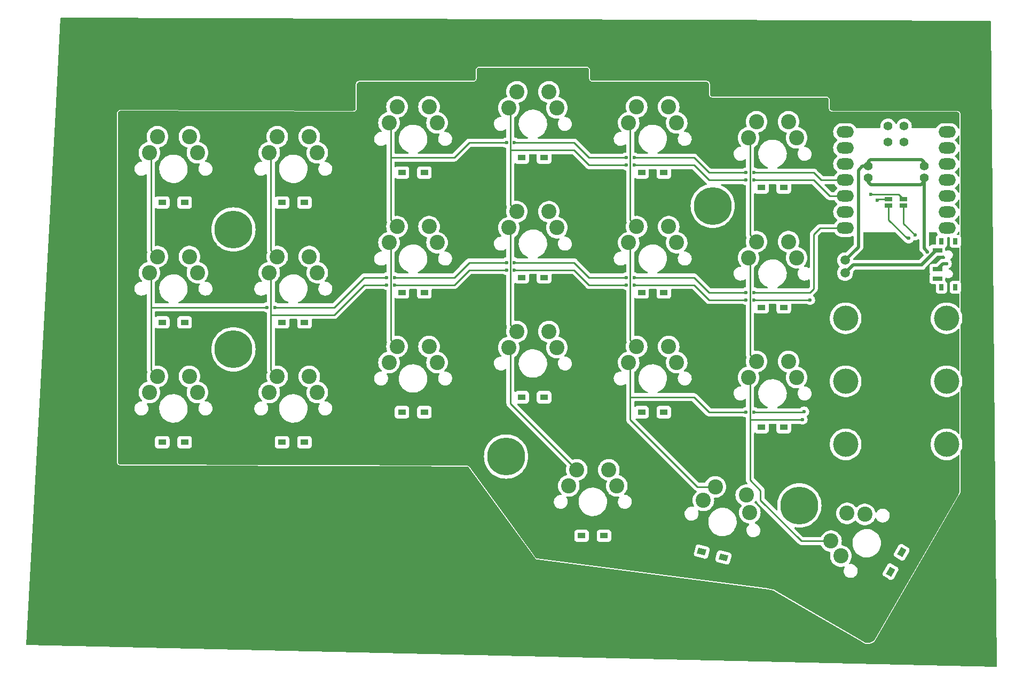
<source format=gbr>
G04 #@! TF.GenerationSoftware,KiCad,Pcbnew,7.0.8*
G04 #@! TF.CreationDate,2023-10-24T16:55:22+02:00*
G04 #@! TF.ProjectId,corne-chocolate,636f726e-652d-4636-986f-636f6c617465,2.1*
G04 #@! TF.SameCoordinates,Original*
G04 #@! TF.FileFunction,Copper,L2,Bot*
G04 #@! TF.FilePolarity,Positive*
%FSLAX46Y46*%
G04 Gerber Fmt 4.6, Leading zero omitted, Abs format (unit mm)*
G04 Created by KiCad (PCBNEW 7.0.8) date 2023-10-24 16:55:22*
%MOMM*%
%LPD*%
G01*
G04 APERTURE LIST*
G04 Aperture macros list*
%AMRotRect*
0 Rectangle, with rotation*
0 The origin of the aperture is its center*
0 $1 length*
0 $2 width*
0 $3 Rotation angle, in degrees counterclockwise*
0 Add horizontal line*
21,1,$1,$2,0,0,$3*%
G04 Aperture macros list end*
G04 #@! TA.AperFunction,SMDPad,CuDef*
%ADD10R,1.300000X0.950000*%
G04 #@! TD*
G04 #@! TA.AperFunction,SMDPad,CuDef*
%ADD11RotRect,1.300000X0.950000X345.000000*%
G04 #@! TD*
G04 #@! TA.AperFunction,SMDPad,CuDef*
%ADD12RotRect,1.300000X0.950000X60.000000*%
G04 #@! TD*
G04 #@! TA.AperFunction,ComponentPad*
%ADD13C,2.400000*%
G04 #@! TD*
G04 #@! TA.AperFunction,ComponentPad*
%ADD14C,4.000000*%
G04 #@! TD*
G04 #@! TA.AperFunction,ComponentPad*
%ADD15C,6.000000*%
G04 #@! TD*
G04 #@! TA.AperFunction,ComponentPad*
%ADD16C,1.500000*%
G04 #@! TD*
G04 #@! TA.AperFunction,ComponentPad*
%ADD17O,2.750000X1.800000*%
G04 #@! TD*
G04 #@! TA.AperFunction,ComponentPad*
%ADD18C,1.397000*%
G04 #@! TD*
G04 #@! TA.AperFunction,SMDPad,CuDef*
%ADD19R,1.143000X0.635000*%
G04 #@! TD*
G04 #@! TA.AperFunction,SMDPad,CuDef*
%ADD20R,0.800000X1.000000*%
G04 #@! TD*
G04 #@! TA.AperFunction,SMDPad,CuDef*
%ADD21R,1.500000X0.700000*%
G04 #@! TD*
G04 #@! TA.AperFunction,ViaPad*
%ADD22C,0.600000*%
G04 #@! TD*
G04 #@! TA.AperFunction,Conductor*
%ADD23C,0.250000*%
G04 #@! TD*
G04 #@! TA.AperFunction,Conductor*
%ADD24C,0.500000*%
G04 #@! TD*
G04 APERTURE END LIST*
D10*
X87225000Y-82468750D03*
X90775000Y-82468750D03*
X106225000Y-77718750D03*
X109775000Y-77718750D03*
X125225000Y-75343750D03*
X128775000Y-75343750D03*
X144225000Y-77718750D03*
X147775000Y-77718750D03*
X163225000Y-80093750D03*
X166775000Y-80093750D03*
X87225000Y-101468750D03*
X90775000Y-101468750D03*
X106225000Y-96718750D03*
X109775000Y-96718750D03*
X125225000Y-94343750D03*
X128775000Y-94343750D03*
X144225000Y-96718750D03*
X147775000Y-96718750D03*
X163225000Y-99093750D03*
X166775000Y-99093750D03*
X87225000Y-120468750D03*
X90775000Y-120468750D03*
X106225000Y-115718750D03*
X109775000Y-115718750D03*
X125225000Y-113343750D03*
X128775000Y-113343750D03*
X144225000Y-115718750D03*
X147775000Y-115718750D03*
X163225000Y-118093750D03*
X166775000Y-118093750D03*
X134725000Y-135312500D03*
X138275000Y-135312500D03*
D11*
X153785482Y-137821846D03*
X157214518Y-138740654D03*
D12*
X183706250Y-141005945D03*
X185481250Y-137931555D03*
D13*
X85190000Y-74585000D03*
X86460000Y-72045000D03*
X91540000Y-72045000D03*
X92810000Y-74585000D03*
X104190000Y-69835000D03*
X105460000Y-67295000D03*
X110540000Y-67295000D03*
X111810000Y-69835000D03*
X123190000Y-67460000D03*
X124460000Y-64920000D03*
X129540000Y-64920000D03*
X130810000Y-67460000D03*
X142190000Y-69835000D03*
X143460000Y-67295000D03*
X148540000Y-67295000D03*
X149810000Y-69835000D03*
X161190000Y-72210000D03*
X162460000Y-69670000D03*
X167540000Y-69670000D03*
X168810000Y-72210000D03*
X85190000Y-93585000D03*
X86460000Y-91045000D03*
X91540000Y-91045000D03*
X92810000Y-93585000D03*
X104190000Y-88835000D03*
X105460000Y-86295000D03*
X110540000Y-86295000D03*
X111810000Y-88835000D03*
X123190000Y-86460000D03*
X124460000Y-83920000D03*
X129540000Y-83920000D03*
X130810000Y-86460000D03*
X142190000Y-88835000D03*
X143460000Y-86295000D03*
X148540000Y-86295000D03*
X149810000Y-88835000D03*
X161190000Y-91210000D03*
X162460000Y-88670000D03*
X167540000Y-88670000D03*
X168810000Y-91210000D03*
X85190000Y-112585000D03*
X86460000Y-110045000D03*
X91540000Y-110045000D03*
X92810000Y-112585000D03*
X104190000Y-107835000D03*
X105460000Y-105295000D03*
X110540000Y-105295000D03*
X111810000Y-107835000D03*
X123190000Y-105460000D03*
X124460000Y-102920000D03*
X129540000Y-102920000D03*
X130810000Y-105460000D03*
X142190000Y-107835000D03*
X143460000Y-105295000D03*
X148540000Y-105295000D03*
X149810000Y-107835000D03*
X161190000Y-110210000D03*
X162460000Y-107670000D03*
X167540000Y-107670000D03*
X168810000Y-110210000D03*
X132690000Y-127397500D03*
X133960000Y-124857500D03*
X139040000Y-124857500D03*
X140310000Y-127397500D03*
X154039723Y-129685448D03*
X155923849Y-127560696D03*
X160830752Y-128875497D03*
X161400078Y-131657649D03*
X175832795Y-138529557D03*
X174268091Y-136159705D03*
X176808091Y-131760295D03*
X179642795Y-131930443D03*
D14*
X176593752Y-110828003D03*
D15*
X169250000Y-130500032D03*
D16*
X176500000Y-93625000D03*
D15*
X155510000Y-83000000D03*
D10*
X68225000Y-101468750D03*
X71775000Y-101468750D03*
D13*
X66190000Y-93585000D03*
X67460000Y-91045000D03*
X72540000Y-91045000D03*
X73810000Y-93585000D03*
D14*
X192593752Y-120828003D03*
D15*
X79510000Y-86750000D03*
D14*
X192593752Y-110828003D03*
D15*
X122750000Y-122750000D03*
D13*
X66190000Y-74585000D03*
X67460000Y-72045000D03*
X72540000Y-72045000D03*
X73810000Y-74585000D03*
X66190000Y-112585000D03*
X67460000Y-110045000D03*
X72540000Y-110045000D03*
X73810000Y-112585000D03*
D14*
X176593752Y-120828003D03*
D10*
X68225000Y-120468750D03*
X71775000Y-120468750D03*
D14*
X176593752Y-100828003D03*
D16*
X176500000Y-91625000D03*
D10*
X68225000Y-82468750D03*
X71775000Y-82468750D03*
D15*
X79510000Y-105750000D03*
D14*
X192593752Y-100828003D03*
D17*
X176498750Y-71286250D03*
X176498750Y-73826250D03*
X176498750Y-76366250D03*
X176498750Y-78906250D03*
X176498750Y-81446250D03*
X176498750Y-83986250D03*
X176498750Y-86526250D03*
X192688750Y-86526250D03*
X192688750Y-83986250D03*
X192688750Y-81446250D03*
X192688750Y-78906250D03*
X192688750Y-76366250D03*
X192688750Y-73826250D03*
X192688750Y-71286250D03*
D18*
X183323750Y-70334250D03*
X185863750Y-70334250D03*
X183323750Y-72874250D03*
X185863750Y-72874250D03*
X180148750Y-78589250D03*
X189038750Y-78589250D03*
X180148750Y-76684250D03*
X189038750Y-76684250D03*
D19*
X183406250Y-81968370D03*
X183406250Y-82969130D03*
D20*
X194000000Y-88625000D03*
X191790000Y-88625000D03*
X194000000Y-95925000D03*
X191790000Y-95925000D03*
D21*
X191140000Y-90025000D03*
X191140000Y-93025000D03*
X191140000Y-94525000D03*
D19*
X185781250Y-81968370D03*
X185781250Y-82969130D03*
D22*
X68225000Y-82468750D03*
X144225000Y-77718750D03*
X87225000Y-82468750D03*
X125225000Y-75343750D03*
X163225000Y-80093750D03*
X106225000Y-77718750D03*
X71775000Y-82468750D03*
X106225000Y-96718750D03*
X144225000Y-96718750D03*
X87225000Y-101468750D03*
X68225000Y-101468750D03*
X163225000Y-99093750D03*
X125225000Y-94343750D03*
X181600430Y-82146447D03*
X163225000Y-118093750D03*
X87225000Y-120468750D03*
X68225000Y-120468750D03*
X125225000Y-113343750D03*
X144225000Y-115718750D03*
X186603553Y-88141173D03*
X106225000Y-115718750D03*
X183406250Y-82969130D03*
X134725000Y-135312500D03*
X180603553Y-81146447D03*
X153785482Y-137821846D03*
X185781250Y-82969130D03*
X187603553Y-87625000D03*
X183706250Y-141005945D03*
X90775000Y-82468750D03*
X109775000Y-77718750D03*
X128775000Y-75343750D03*
X105062000Y-94343750D03*
X84813000Y-99093750D03*
X86062000Y-99093750D03*
X160813000Y-96718750D03*
X162062000Y-96718750D03*
X124062000Y-91968750D03*
X103813000Y-94343750D03*
X122813000Y-91968750D03*
X141813000Y-94343750D03*
X143062000Y-94343750D03*
X103813000Y-95531250D03*
X105062000Y-95531250D03*
X141813000Y-95531250D03*
X124062000Y-93156250D03*
X160813000Y-97906250D03*
X170937500Y-97906250D03*
X143062000Y-95531250D03*
X162062000Y-97906250D03*
X122813000Y-93156250D03*
X162062000Y-77718750D03*
X124062000Y-72968750D03*
X143062000Y-75343750D03*
X141813000Y-75343750D03*
X122813000Y-72968750D03*
X160813000Y-77718750D03*
X162062000Y-78906250D03*
X160813000Y-78906250D03*
X141813000Y-76531250D03*
X143062000Y-76531250D03*
X160813000Y-115718750D03*
X170000000Y-115625000D03*
X162062000Y-115718750D03*
X169750000Y-116875000D03*
X147775000Y-77718750D03*
X166775000Y-80093750D03*
X71775000Y-101468750D03*
X90775000Y-101468750D03*
X109775000Y-96718750D03*
X128775000Y-94343750D03*
X147775000Y-96718750D03*
X166775000Y-99093750D03*
X71775000Y-120468750D03*
X90775000Y-120468750D03*
X109775000Y-115718750D03*
X128775000Y-113343750D03*
X147775000Y-115718750D03*
X166775000Y-118093750D03*
X138275000Y-135312500D03*
X157214518Y-138740654D03*
X185481250Y-137931555D03*
X188603553Y-92335613D03*
X192603553Y-92146447D03*
X189593986Y-90285226D03*
D23*
X181600430Y-82146447D02*
X181778507Y-81968370D01*
X186334673Y-88141173D02*
X183406250Y-85212750D01*
X186603553Y-88141173D02*
X186334673Y-88141173D01*
X183406250Y-85212750D02*
X183406250Y-82969130D01*
X181778507Y-81968370D02*
X183406250Y-81968370D01*
X185781250Y-85802697D02*
X185781250Y-82969130D01*
X184959327Y-81146447D02*
X185781250Y-81968370D01*
X180603553Y-81146447D02*
X184959327Y-81146447D01*
X187603553Y-87625000D02*
X185781250Y-85802697D01*
X66437500Y-90022500D02*
X66437500Y-74832500D01*
X133531250Y-91968750D02*
X135906250Y-94343750D01*
X67460000Y-110045000D02*
X66437500Y-109022500D01*
X172520625Y-86526250D02*
X176973750Y-86526250D01*
X66437500Y-99093750D02*
X66437500Y-93832500D01*
X143062000Y-94343750D02*
X152531250Y-94343750D01*
X66437500Y-109022500D02*
X66437500Y-99093750D01*
X114531250Y-94343750D02*
X116906250Y-91968750D01*
X95531250Y-99093750D02*
X100281250Y-94343750D01*
X116906250Y-91968750D02*
X122813000Y-91968750D01*
X171531250Y-87515625D02*
X172520625Y-86526250D01*
X66437500Y-93832500D02*
X66190000Y-93585000D01*
X86062000Y-99093750D02*
X95531250Y-99093750D01*
X100281250Y-94343750D02*
X103813000Y-94343750D01*
X152531250Y-94343750D02*
X154906250Y-96718750D01*
X135906250Y-94343750D02*
X141813000Y-94343750D01*
X66437500Y-99093750D02*
X84813000Y-99093750D01*
X66437500Y-74832500D02*
X66190000Y-74585000D01*
X170937500Y-96718750D02*
X171531250Y-96125000D01*
X105062000Y-94343750D02*
X114531250Y-94343750D01*
X154906250Y-96718750D02*
X160813000Y-96718750D01*
X171531250Y-96125000D02*
X171531250Y-87515625D01*
X124062000Y-91968750D02*
X133531250Y-91968750D01*
X67460000Y-91045000D02*
X66437500Y-90022500D01*
X162062000Y-96718750D02*
X170937500Y-96718750D01*
X85437500Y-90022500D02*
X85437500Y-74832500D01*
X85437500Y-74832500D02*
X85190000Y-74585000D01*
X116906250Y-93156250D02*
X122813000Y-93156250D01*
X85437500Y-100281250D02*
X85437500Y-93832500D01*
X143062000Y-95531250D02*
X152531250Y-95531250D01*
X95531250Y-100281250D02*
X100281250Y-95531250D01*
X154906250Y-97906250D02*
X160813000Y-97906250D01*
X85437500Y-93832500D02*
X85190000Y-93585000D01*
X124062000Y-93156250D02*
X133531250Y-93156250D01*
X86460000Y-110045000D02*
X85437500Y-109022500D01*
X100281250Y-95531250D02*
X103813000Y-95531250D01*
X135906250Y-95531250D02*
X141813000Y-95531250D01*
X170937500Y-97906250D02*
X162062000Y-97906250D01*
X152531250Y-95531250D02*
X154906250Y-97906250D01*
X133531250Y-93156250D02*
X135906250Y-95531250D01*
X114531250Y-95531250D02*
X116906250Y-93156250D01*
X85437500Y-109022500D02*
X85437500Y-100281250D01*
X85437500Y-100281250D02*
X95531250Y-100281250D01*
X105062000Y-95531250D02*
X114531250Y-95531250D01*
X86460000Y-91045000D02*
X85437500Y-90022500D01*
X162062000Y-77718750D02*
X171531250Y-77718750D01*
X133531250Y-72968750D02*
X135906250Y-75343750D01*
X104437500Y-89082500D02*
X104190000Y-88835000D01*
X104437500Y-75343750D02*
X104437500Y-70082500D01*
X124062000Y-72968750D02*
X133531250Y-72968750D01*
X105460000Y-86295000D02*
X104437500Y-85272500D01*
X114531250Y-75343750D02*
X116906250Y-72968750D01*
X152531250Y-75343750D02*
X154906250Y-77718750D01*
X104437500Y-85272500D02*
X104437500Y-75343750D01*
X135906250Y-75343750D02*
X141813000Y-75343750D01*
X143062000Y-75343750D02*
X152531250Y-75343750D01*
X104437500Y-104272500D02*
X104437500Y-89082500D01*
X172718750Y-78906250D02*
X176973750Y-78906250D01*
X104437500Y-75343750D02*
X114531250Y-75343750D01*
X171531250Y-77718750D02*
X172718750Y-78906250D01*
X105460000Y-105295000D02*
X104437500Y-104272500D01*
X116906250Y-72968750D02*
X122813000Y-72968750D01*
X104437500Y-70082500D02*
X104190000Y-69835000D01*
X154906250Y-77718750D02*
X160813000Y-77718750D01*
X123437500Y-67707500D02*
X123190000Y-67460000D01*
X133531250Y-74156250D02*
X135906250Y-76531250D01*
X123437500Y-74156250D02*
X123437500Y-67707500D01*
X123437500Y-86707500D02*
X123190000Y-86460000D01*
X152531250Y-76531250D02*
X154906250Y-78906250D01*
X123437500Y-101897500D02*
X123437500Y-86707500D01*
X124460000Y-83920000D02*
X123437500Y-82897500D01*
X162062000Y-78906250D02*
X171531250Y-78906250D01*
X135906250Y-76531250D02*
X141813000Y-76531250D01*
X123437500Y-74156250D02*
X133531250Y-74156250D01*
X174071250Y-81446250D02*
X176973750Y-81446250D01*
X133960000Y-124857500D02*
X123437500Y-114335000D01*
X154906250Y-78906250D02*
X160813000Y-78906250D01*
X143062000Y-76531250D02*
X152531250Y-76531250D01*
X124460000Y-102920000D02*
X123437500Y-101897500D01*
X171531250Y-78906250D02*
X174071250Y-81446250D01*
X123437500Y-114335000D02*
X123437500Y-105707500D01*
X123437500Y-105707500D02*
X123190000Y-105460000D01*
X123437500Y-82897500D02*
X123437500Y-74156250D01*
X152531250Y-113343750D02*
X154906250Y-115718750D01*
X142437500Y-108082500D02*
X142190000Y-107835000D01*
X143460000Y-105295000D02*
X142437500Y-104272500D01*
X142437500Y-116906250D02*
X142437500Y-114531250D01*
X169750000Y-115718750D02*
X169906250Y-115718750D01*
X142437500Y-70082500D02*
X142190000Y-69835000D01*
X155923849Y-127560696D02*
X153091946Y-127560696D01*
X142437500Y-89082500D02*
X142190000Y-88835000D01*
X143460000Y-86295000D02*
X142437500Y-85272500D01*
X142437500Y-113343750D02*
X142437500Y-108082500D01*
X154906250Y-115718750D02*
X160813000Y-115718750D01*
X153091946Y-127560696D02*
X142437500Y-116906250D01*
X162062000Y-115718750D02*
X169750000Y-115718750D01*
X169906250Y-115718750D02*
X170000000Y-115625000D01*
X142437500Y-85272500D02*
X142437500Y-70082500D01*
X142437500Y-104272500D02*
X142437500Y-89082500D01*
X142437500Y-114531250D02*
X142437500Y-113343750D01*
X142437500Y-113343750D02*
X152531250Y-113343750D01*
X161437500Y-110457500D02*
X161190000Y-110210000D01*
X162460000Y-107670000D02*
X161437500Y-106647500D01*
X161437500Y-72457500D02*
X161190000Y-72210000D01*
X161437500Y-106647500D02*
X161437500Y-91457500D01*
X169750000Y-116906250D02*
X161437500Y-116906250D01*
X161437500Y-87647500D02*
X161437500Y-72457500D01*
X163103553Y-129646447D02*
X163103553Y-128146447D01*
X169750000Y-116875000D02*
X169750000Y-116906250D01*
X174268091Y-136159705D02*
X169616811Y-136159705D01*
X161437500Y-91457500D02*
X161190000Y-91210000D01*
X161437500Y-116906250D02*
X161437500Y-110457500D01*
X161437500Y-126480394D02*
X161437500Y-116906250D01*
X169616811Y-136159705D02*
X163103553Y-129646447D01*
X162460000Y-88670000D02*
X161437500Y-87647500D01*
X163103553Y-128146447D02*
X161437500Y-126480394D01*
D24*
X188603553Y-92335613D02*
X190914166Y-90025000D01*
X177789387Y-92335613D02*
X176500000Y-93625000D01*
X188603553Y-92335613D02*
X177789387Y-92335613D01*
D23*
X190914166Y-90025000D02*
X191140000Y-90025000D01*
D24*
X180148750Y-79191644D02*
X180603553Y-79646447D01*
X189038750Y-89729990D02*
X189038750Y-78589250D01*
X180148750Y-78724017D02*
X180148750Y-79191644D01*
X188565436Y-79646447D02*
X189038750Y-79173133D01*
X189038750Y-79173133D02*
X189038750Y-78694293D01*
D23*
X180148750Y-78589250D02*
X180148750Y-78724017D01*
D24*
X192603553Y-92146447D02*
X192018553Y-92146447D01*
X189593986Y-90285226D02*
X189038750Y-89729990D01*
D23*
X189038750Y-78694293D02*
X189038750Y-78589250D01*
D24*
X180603553Y-79646447D02*
X188565436Y-79646447D01*
X192018553Y-92146447D02*
X191140000Y-93025000D01*
X189038750Y-76684250D02*
X189038750Y-76081644D01*
X180148750Y-75980072D02*
X180148750Y-76476250D01*
X176500000Y-91625000D02*
X178603553Y-89521447D01*
X189038750Y-76081644D02*
X188603553Y-75646447D01*
D23*
X179940750Y-76684250D02*
X180148750Y-76684250D01*
X180148750Y-76684250D02*
X180148750Y-76476250D01*
D24*
X179253250Y-76684250D02*
X179940750Y-76684250D01*
X178603553Y-89521447D02*
X178603553Y-77333947D01*
X188603553Y-75646447D02*
X180482375Y-75646447D01*
X180482375Y-75646447D02*
X180148750Y-75980072D01*
D23*
X189038750Y-76684250D02*
X189173517Y-76684250D01*
D24*
X178603553Y-77333947D02*
X179253250Y-76684250D01*
G04 #@! TA.AperFunction,NonConductor*
G36*
X199481172Y-53646032D02*
G01*
X199548145Y-53665943D01*
X199593720Y-53718902D01*
X199604746Y-53768821D01*
X200602303Y-156018358D01*
X200583273Y-156085587D01*
X200530918Y-156131854D01*
X200475492Y-156143536D01*
X46731616Y-152649357D01*
X46665041Y-152628154D01*
X46620497Y-152574324D01*
X46610622Y-152518549D01*
X51267085Y-68278915D01*
X61018244Y-68278915D01*
X61018250Y-68343742D01*
X61018250Y-123550863D01*
X61018247Y-123550883D01*
X61018250Y-123593743D01*
X61018250Y-123621479D01*
X61018252Y-123621498D01*
X61018255Y-123658596D01*
X61018256Y-123658602D01*
X61047120Y-123785023D01*
X61047122Y-123785029D01*
X61103390Y-123901858D01*
X61103392Y-123901861D01*
X61103393Y-123901863D01*
X61133554Y-123939682D01*
X61184248Y-124003251D01*
X61203143Y-124018319D01*
X61285637Y-124084107D01*
X61402474Y-124140379D01*
X61528902Y-124169245D01*
X61593742Y-124169250D01*
X61593747Y-124169250D01*
X61593993Y-124169322D01*
X61593994Y-124169251D01*
X105530604Y-124294283D01*
X116455738Y-124325374D01*
X116456525Y-124325500D01*
X116475469Y-124325500D01*
X116496956Y-124325500D01*
X116503037Y-124325799D01*
X116532609Y-124328711D01*
X116570667Y-124332460D01*
X116594491Y-124337198D01*
X116650771Y-124354270D01*
X116673219Y-124363570D01*
X116725070Y-124391284D01*
X116745280Y-124404788D01*
X116785147Y-124437506D01*
X116806670Y-124460295D01*
X116910116Y-124602147D01*
X127311617Y-138865365D01*
X127321914Y-138882136D01*
X127325712Y-138889592D01*
X127332090Y-138895970D01*
X127342010Y-138907565D01*
X127348756Y-138914055D01*
X127356761Y-138920641D01*
X127382728Y-138946608D01*
X127383141Y-138947021D01*
X127391573Y-138952655D01*
X127477398Y-139010002D01*
X127582133Y-139053384D01*
X127582135Y-139053384D01*
X127582140Y-139053386D01*
X127693313Y-139075499D01*
X127693317Y-139075500D01*
X127693318Y-139075500D01*
X127741092Y-139075500D01*
X127749098Y-139076019D01*
X142170216Y-140952011D01*
X164368859Y-143839754D01*
X164376564Y-143841892D01*
X164388773Y-143843089D01*
X164388774Y-143843090D01*
X164412019Y-143845369D01*
X164424016Y-143846930D01*
X164424016Y-143846929D01*
X164434963Y-143848354D01*
X164434962Y-143848357D01*
X164435164Y-143848364D01*
X164627115Y-143873528D01*
X164631091Y-143874181D01*
X164840772Y-143915723D01*
X164844690Y-143916633D01*
X165029891Y-143966063D01*
X165059952Y-143978505D01*
X173106018Y-148628499D01*
X179328106Y-152224379D01*
X179331715Y-152226633D01*
X179354368Y-152241895D01*
X179414032Y-152282093D01*
X179414037Y-152282096D01*
X179602847Y-152373276D01*
X179602850Y-152373277D01*
X179602854Y-152373279D01*
X179602858Y-152373280D01*
X179602860Y-152373281D01*
X179802738Y-152436589D01*
X179802744Y-152436590D01*
X179802750Y-152436592D01*
X180009634Y-152470737D01*
X180099479Y-152472571D01*
X180219270Y-152475018D01*
X180219270Y-152475017D01*
X180219274Y-152475018D01*
X180427379Y-152449344D01*
X180629692Y-152394244D01*
X180822075Y-152310842D01*
X181000591Y-152200846D01*
X181001880Y-152199771D01*
X181061070Y-152150381D01*
X181161587Y-152066507D01*
X181301770Y-151910573D01*
X181334588Y-151861480D01*
X181344908Y-151849967D01*
X181348929Y-151842994D01*
X181348932Y-151842994D01*
X181360417Y-151823082D01*
X181362539Y-151819667D01*
X181373666Y-151803017D01*
X181373665Y-151803015D01*
X181377154Y-151797795D01*
X181382996Y-151783939D01*
X194597051Y-128876194D01*
X194597052Y-128876185D01*
X194599462Y-128869558D01*
X194608543Y-128850041D01*
X194631596Y-128810005D01*
X194635788Y-128802724D01*
X194635791Y-128802718D01*
X194635793Y-128802715D01*
X194712822Y-128628143D01*
X194770726Y-128446329D01*
X194808842Y-128259363D01*
X194826730Y-128069391D01*
X194825500Y-127974532D01*
X194825500Y-122004566D01*
X194837301Y-121951769D01*
X194930708Y-121753269D01*
X195028247Y-121453075D01*
X195087393Y-121143023D01*
X195096811Y-120993338D01*
X195107212Y-120828008D01*
X195107212Y-120827997D01*
X195087394Y-120512990D01*
X195087393Y-120512983D01*
X195028247Y-120202931D01*
X194930708Y-119902737D01*
X194837301Y-119704235D01*
X194825500Y-119651439D01*
X194825500Y-112004566D01*
X194837301Y-111951769D01*
X194838178Y-111949905D01*
X194930708Y-111753269D01*
X195028247Y-111453075D01*
X195087393Y-111143023D01*
X195090022Y-111101248D01*
X195107212Y-110828008D01*
X195107212Y-110827997D01*
X195087394Y-110512990D01*
X195084821Y-110499500D01*
X195028247Y-110202931D01*
X194930708Y-109902737D01*
X194892837Y-109822256D01*
X194837301Y-109704235D01*
X194825500Y-109651439D01*
X194825500Y-102004566D01*
X194837301Y-101951769D01*
X194839423Y-101947259D01*
X194930708Y-101753269D01*
X195028247Y-101453075D01*
X195087393Y-101143023D01*
X195089623Y-101107586D01*
X195107212Y-100828008D01*
X195107212Y-100827997D01*
X195087394Y-100512990D01*
X195087393Y-100512983D01*
X195028247Y-100202931D01*
X194930708Y-99902737D01*
X194853404Y-99738456D01*
X194837301Y-99704235D01*
X194825500Y-99651439D01*
X194825500Y-96746390D01*
X194845185Y-96679351D01*
X194850227Y-96672087D01*
X194850889Y-96671204D01*
X194900988Y-96536886D01*
X194901987Y-96534207D01*
X194901988Y-96534204D01*
X194901989Y-96534201D01*
X194905649Y-96500160D01*
X194908499Y-96473654D01*
X194908500Y-96473637D01*
X194908500Y-95376362D01*
X194908499Y-95376345D01*
X194903220Y-95327250D01*
X194901989Y-95315799D01*
X194901447Y-95314346D01*
X194878889Y-95253867D01*
X194850889Y-95178796D01*
X194850885Y-95178790D01*
X194850230Y-95177915D01*
X194849848Y-95176891D01*
X194846638Y-95171012D01*
X194847483Y-95170550D01*
X194825816Y-95112450D01*
X194825500Y-95103609D01*
X194825500Y-89446390D01*
X194845185Y-89379351D01*
X194850227Y-89372087D01*
X194850889Y-89371204D01*
X194901989Y-89234201D01*
X194905708Y-89199604D01*
X194908499Y-89173654D01*
X194908500Y-89173637D01*
X194908500Y-88076362D01*
X194908499Y-88076345D01*
X194905157Y-88045270D01*
X194901989Y-88015799D01*
X194898796Y-88007239D01*
X194883166Y-87965333D01*
X194850889Y-87878796D01*
X194850885Y-87878790D01*
X194850230Y-87877915D01*
X194849848Y-87876891D01*
X194846638Y-87871012D01*
X194847483Y-87870550D01*
X194825816Y-87812450D01*
X194825500Y-87803609D01*
X194825500Y-68435157D01*
X194825499Y-68435152D01*
X194796642Y-68308720D01*
X194740376Y-68191882D01*
X194740373Y-68191877D01*
X194735884Y-68186248D01*
X194659515Y-68090485D01*
X194558122Y-68009626D01*
X194558117Y-68009623D01*
X194441279Y-67953357D01*
X194314847Y-67924500D01*
X194314843Y-67924500D01*
X194277480Y-67924500D01*
X174504067Y-67924500D01*
X174495968Y-67923969D01*
X174476550Y-67921412D01*
X174406316Y-67912166D01*
X174375050Y-67903788D01*
X174302832Y-67873875D01*
X174274800Y-67857691D01*
X174212782Y-67810103D01*
X174189896Y-67787217D01*
X174142307Y-67725197D01*
X174126124Y-67697167D01*
X174096211Y-67624949D01*
X174087833Y-67593682D01*
X174082128Y-67550348D01*
X174076030Y-67504032D01*
X174075500Y-67495933D01*
X174075500Y-66185157D01*
X174075499Y-66185152D01*
X174046642Y-66058720D01*
X173990376Y-65941882D01*
X173990373Y-65941877D01*
X173988792Y-65939894D01*
X173909515Y-65840485D01*
X173808122Y-65759626D01*
X173808117Y-65759623D01*
X173691279Y-65703357D01*
X173564847Y-65674500D01*
X173564843Y-65674500D01*
X173527480Y-65674500D01*
X155504067Y-65674500D01*
X155495968Y-65673969D01*
X155476550Y-65671412D01*
X155406316Y-65662166D01*
X155375050Y-65653788D01*
X155302832Y-65623875D01*
X155274800Y-65607691D01*
X155212782Y-65560103D01*
X155189896Y-65537217D01*
X155142307Y-65475197D01*
X155126124Y-65447167D01*
X155096211Y-65374949D01*
X155087833Y-65343682D01*
X155076031Y-65254034D01*
X155075500Y-65245933D01*
X155075500Y-63685157D01*
X155075499Y-63685152D01*
X155046642Y-63558720D01*
X154990376Y-63441882D01*
X154990373Y-63441877D01*
X154985884Y-63436248D01*
X154909515Y-63340485D01*
X154808122Y-63259626D01*
X154808117Y-63259623D01*
X154691279Y-63203357D01*
X154564847Y-63174500D01*
X154564843Y-63174500D01*
X154527480Y-63174500D01*
X136504067Y-63174500D01*
X136495968Y-63173969D01*
X136476550Y-63171412D01*
X136406316Y-63162166D01*
X136375050Y-63153788D01*
X136302832Y-63123875D01*
X136274800Y-63107691D01*
X136212782Y-63060103D01*
X136189896Y-63037217D01*
X136142307Y-62975197D01*
X136126124Y-62947167D01*
X136096211Y-62874949D01*
X136087833Y-62843682D01*
X136076031Y-62754034D01*
X136075500Y-62745933D01*
X136075500Y-61435157D01*
X136075499Y-61435152D01*
X136046642Y-61308720D01*
X135990376Y-61191882D01*
X135990373Y-61191877D01*
X135988792Y-61189894D01*
X135909515Y-61090485D01*
X135808122Y-61009626D01*
X135808117Y-61009623D01*
X135691279Y-60953357D01*
X135564847Y-60924500D01*
X135564843Y-60924500D01*
X135527480Y-60924500D01*
X118524531Y-60924500D01*
X118500000Y-60924500D01*
X118435157Y-60924500D01*
X118435152Y-60924500D01*
X118308720Y-60953357D01*
X118191882Y-61009623D01*
X118191877Y-61009626D01*
X118090485Y-61090485D01*
X118009626Y-61191877D01*
X118009623Y-61191882D01*
X117953357Y-61308720D01*
X117924500Y-61435152D01*
X117924500Y-62745934D01*
X117923969Y-62754035D01*
X117912166Y-62843683D01*
X117903788Y-62874949D01*
X117873875Y-62947167D01*
X117857690Y-62975201D01*
X117810105Y-63037215D01*
X117787215Y-63060105D01*
X117725201Y-63107690D01*
X117697167Y-63123875D01*
X117624949Y-63153788D01*
X117593683Y-63162166D01*
X117521009Y-63171734D01*
X117504031Y-63173969D01*
X117495934Y-63174500D01*
X99435152Y-63174500D01*
X99308720Y-63203357D01*
X99191882Y-63259623D01*
X99191877Y-63259626D01*
X99090485Y-63340485D01*
X99009626Y-63441877D01*
X99009623Y-63441882D01*
X98953357Y-63558720D01*
X98924500Y-63685152D01*
X98924500Y-67495934D01*
X98923969Y-67504035D01*
X98912166Y-67593683D01*
X98903788Y-67624949D01*
X98873875Y-67697167D01*
X98857690Y-67725201D01*
X98810105Y-67787215D01*
X98787215Y-67810105D01*
X98725201Y-67857690D01*
X98697168Y-67873875D01*
X98624950Y-67903789D01*
X98593681Y-67912167D01*
X98504171Y-67923950D01*
X98495807Y-67924481D01*
X61637934Y-67768435D01*
X61636808Y-67768254D01*
X61593991Y-67768250D01*
X61571211Y-67768153D01*
X61570086Y-67768247D01*
X61528914Y-67768245D01*
X61528913Y-67768245D01*
X61528912Y-67768245D01*
X61528909Y-67768245D01*
X61528906Y-67768246D01*
X61402473Y-67797094D01*
X61402471Y-67797094D01*
X61402470Y-67797095D01*
X61348531Y-67823067D01*
X61285620Y-67853360D01*
X61184221Y-67934221D01*
X61103360Y-68035620D01*
X61084111Y-68075597D01*
X61053278Y-68139631D01*
X61047094Y-68152473D01*
X61018244Y-68278912D01*
X61018244Y-68278915D01*
X51267085Y-68278915D01*
X52097055Y-53264000D01*
X52120410Y-53198150D01*
X52175658Y-53155380D01*
X52221285Y-53146846D01*
X199481172Y-53646032D01*
G37*
G04 #@! TD.AperFunction*
G04 #@! TA.AperFunction,NonConductor*
G36*
X194621515Y-71838158D02*
G01*
X194665198Y-71892688D01*
X194674500Y-71939809D01*
X194674500Y-73167151D01*
X194654815Y-73234190D01*
X194602011Y-73279945D01*
X194532853Y-73289889D01*
X194469297Y-73260864D01*
X194435442Y-73213386D01*
X194425983Y-73189847D01*
X194425983Y-73189846D01*
X194300274Y-72985681D01*
X194141869Y-72805699D01*
X194141868Y-72805698D01*
X194141864Y-72805694D01*
X193951228Y-72651766D01*
X193952168Y-72650601D01*
X193912038Y-72602049D01*
X193903706Y-72532678D01*
X193934202Y-72469815D01*
X193956556Y-72450446D01*
X194051797Y-72386075D01*
X194224894Y-72220175D01*
X194367465Y-72027407D01*
X194439777Y-71883983D01*
X194487535Y-71832985D01*
X194555284Y-71815901D01*
X194621515Y-71838158D01*
G37*
G04 #@! TD.AperFunction*
G04 #@! TA.AperFunction,NonConductor*
G36*
X194621515Y-74378158D02*
G01*
X194665198Y-74432688D01*
X194674500Y-74479809D01*
X194674500Y-75707151D01*
X194654815Y-75774190D01*
X194602011Y-75819945D01*
X194532853Y-75829889D01*
X194469297Y-75800864D01*
X194435442Y-75753386D01*
X194434216Y-75750334D01*
X194425983Y-75729846D01*
X194300274Y-75525681D01*
X194141869Y-75345699D01*
X194141868Y-75345698D01*
X194141864Y-75345694D01*
X193951228Y-75191766D01*
X193952168Y-75190601D01*
X193912038Y-75142049D01*
X193903706Y-75072678D01*
X193934202Y-75009815D01*
X193956556Y-74990446D01*
X194051797Y-74926075D01*
X194224894Y-74760175D01*
X194367465Y-74567407D01*
X194439777Y-74423983D01*
X194487535Y-74372985D01*
X194555284Y-74355901D01*
X194621515Y-74378158D01*
G37*
G04 #@! TD.AperFunction*
G04 #@! TA.AperFunction,NonConductor*
G36*
X194621515Y-76918158D02*
G01*
X194665198Y-76972688D01*
X194674500Y-77019809D01*
X194674500Y-78247151D01*
X194654815Y-78314190D01*
X194602011Y-78359945D01*
X194532853Y-78369889D01*
X194469297Y-78340864D01*
X194435442Y-78293386D01*
X194425983Y-78269847D01*
X194425983Y-78269846D01*
X194300274Y-78065681D01*
X194141869Y-77885699D01*
X194141868Y-77885698D01*
X194141864Y-77885694D01*
X193951228Y-77731766D01*
X193952168Y-77730601D01*
X193912038Y-77682049D01*
X193903706Y-77612678D01*
X193934202Y-77549815D01*
X193956556Y-77530446D01*
X194051797Y-77466075D01*
X194224894Y-77300175D01*
X194367465Y-77107407D01*
X194439777Y-76963983D01*
X194487535Y-76912985D01*
X194555284Y-76895901D01*
X194621515Y-76918158D01*
G37*
G04 #@! TD.AperFunction*
G04 #@! TA.AperFunction,NonConductor*
G36*
X174757497Y-79559435D02*
G01*
X174796047Y-79598735D01*
X174881249Y-79737112D01*
X174887227Y-79746820D01*
X175045631Y-79926801D01*
X175045635Y-79926805D01*
X175236272Y-80080734D01*
X175235329Y-80081900D01*
X175275458Y-80130442D01*
X175283794Y-80199812D01*
X175253303Y-80262678D01*
X175230937Y-80282058D01*
X175135698Y-80346428D01*
X174962605Y-80512325D01*
X174962604Y-80512326D01*
X174820037Y-80705088D01*
X174800127Y-80744577D01*
X174752368Y-80795575D01*
X174689405Y-80812750D01*
X174385017Y-80812750D01*
X174317978Y-80793065D01*
X174297336Y-80776431D01*
X173272336Y-79751431D01*
X173238851Y-79690108D01*
X173243835Y-79620416D01*
X173285707Y-79564483D01*
X173351171Y-79540066D01*
X173360017Y-79539750D01*
X174690458Y-79539750D01*
X174757497Y-79559435D01*
G37*
G04 #@! TD.AperFunction*
G04 #@! TA.AperFunction,NonConductor*
G36*
X194621515Y-79458158D02*
G01*
X194665198Y-79512688D01*
X194674500Y-79559809D01*
X194674500Y-80787151D01*
X194654815Y-80854190D01*
X194602011Y-80899945D01*
X194532853Y-80909889D01*
X194469297Y-80880864D01*
X194435442Y-80833386D01*
X194425983Y-80809846D01*
X194300274Y-80605681D01*
X194141869Y-80425699D01*
X194141868Y-80425698D01*
X194141864Y-80425694D01*
X193951228Y-80271766D01*
X193952168Y-80270601D01*
X193912038Y-80222049D01*
X193903706Y-80152678D01*
X193934202Y-80089815D01*
X193956556Y-80070446D01*
X194051797Y-80006075D01*
X194224894Y-79840175D01*
X194367465Y-79647407D01*
X194439777Y-79503983D01*
X194487535Y-79452985D01*
X194555284Y-79435901D01*
X194621515Y-79458158D01*
G37*
G04 #@! TD.AperFunction*
G04 #@! TA.AperFunction,NonConductor*
G36*
X194621515Y-81998158D02*
G01*
X194665198Y-82052688D01*
X194674500Y-82099809D01*
X194674500Y-83327151D01*
X194654815Y-83394190D01*
X194602011Y-83439945D01*
X194532853Y-83449889D01*
X194469297Y-83420864D01*
X194435442Y-83373386D01*
X194432973Y-83367241D01*
X194425983Y-83349846D01*
X194300274Y-83145681D01*
X194141869Y-82965699D01*
X194141868Y-82965698D01*
X194141864Y-82965694D01*
X193951228Y-82811766D01*
X193952168Y-82810601D01*
X193912038Y-82762049D01*
X193903706Y-82692678D01*
X193934202Y-82629815D01*
X193956556Y-82610446D01*
X194051797Y-82546075D01*
X194224894Y-82380175D01*
X194367465Y-82187407D01*
X194439777Y-82043983D01*
X194487535Y-81992985D01*
X194555284Y-81975901D01*
X194621515Y-81998158D01*
G37*
G04 #@! TD.AperFunction*
G04 #@! TA.AperFunction,NonConductor*
G36*
X194621515Y-84538158D02*
G01*
X194665198Y-84592688D01*
X194674500Y-84639809D01*
X194674500Y-85867151D01*
X194654815Y-85934190D01*
X194602011Y-85979945D01*
X194532853Y-85989889D01*
X194469297Y-85960864D01*
X194435442Y-85913386D01*
X194431668Y-85903994D01*
X194425983Y-85889846D01*
X194300274Y-85685681D01*
X194141869Y-85505699D01*
X194141868Y-85505698D01*
X194141864Y-85505694D01*
X193951228Y-85351766D01*
X193952168Y-85350601D01*
X193912038Y-85302049D01*
X193903706Y-85232678D01*
X193934202Y-85169815D01*
X193956556Y-85150446D01*
X194051797Y-85086075D01*
X194224894Y-84920175D01*
X194367465Y-84727407D01*
X194439777Y-84583983D01*
X194487535Y-84532985D01*
X194555284Y-84515901D01*
X194621515Y-84538158D01*
G37*
G04 #@! TD.AperFunction*
G04 #@! TA.AperFunction,NonConductor*
G36*
X194621515Y-87078158D02*
G01*
X194665198Y-87132688D01*
X194674500Y-87179809D01*
X194674500Y-87506069D01*
X194654815Y-87573108D01*
X194602011Y-87618863D01*
X194532853Y-87628807D01*
X194516779Y-87624705D01*
X194516758Y-87624796D01*
X194509202Y-87623011D01*
X194448654Y-87616500D01*
X194448638Y-87616500D01*
X194355216Y-87616500D01*
X194288177Y-87596815D01*
X194242422Y-87544011D01*
X194232478Y-87474853D01*
X194255521Y-87418765D01*
X194367462Y-87267411D01*
X194367461Y-87267411D01*
X194367465Y-87267407D01*
X194439777Y-87123983D01*
X194487535Y-87072985D01*
X194555284Y-87055901D01*
X194621515Y-87078158D01*
G37*
G04 #@! TD.AperFunction*
G04 #@! TA.AperFunction,NonConductor*
G36*
X190939307Y-87166132D02*
G01*
X190977855Y-87205430D01*
X191058609Y-87336583D01*
X191077227Y-87366821D01*
X191179031Y-87482492D01*
X191208546Y-87545822D01*
X191199137Y-87615055D01*
X191153791Y-87668211D01*
X191145379Y-87673246D01*
X191143798Y-87674108D01*
X191026739Y-87761739D01*
X190939111Y-87878795D01*
X190888011Y-88015795D01*
X190888011Y-88015797D01*
X190881500Y-88076345D01*
X190881500Y-89042500D01*
X190861815Y-89109539D01*
X190809011Y-89155294D01*
X190757500Y-89166500D01*
X190341345Y-89166500D01*
X190280797Y-89173011D01*
X190280795Y-89173011D01*
X190143795Y-89224111D01*
X190026738Y-89311740D01*
X190020516Y-89320052D01*
X189964581Y-89361923D01*
X189894890Y-89366906D01*
X189833567Y-89333420D01*
X189800083Y-89272096D01*
X189797250Y-89245740D01*
X189797250Y-87270447D01*
X189816935Y-87203408D01*
X189869739Y-87157653D01*
X189921250Y-87146447D01*
X190872268Y-87146447D01*
X190939307Y-87166132D01*
G37*
G04 #@! TD.AperFunction*
G04 #@! TA.AperFunction,NonConductor*
G36*
X184459720Y-87166132D02*
G01*
X184480362Y-87182766D01*
X185827583Y-88529987D01*
X185837489Y-88542351D01*
X185837699Y-88542178D01*
X185842674Y-88548192D01*
X185893768Y-88596173D01*
X185914897Y-88617302D01*
X185914901Y-88617305D01*
X185914904Y-88617308D01*
X185920478Y-88621631D01*
X185924918Y-88625424D01*
X185959352Y-88657759D01*
X185977243Y-88667594D01*
X185993499Y-88678272D01*
X186007188Y-88688891D01*
X186013020Y-88694032D01*
X186096272Y-88777284D01*
X186250538Y-88874216D01*
X186396680Y-88925353D01*
X186422506Y-88934390D01*
X186422511Y-88934391D01*
X186603549Y-88954789D01*
X186603553Y-88954789D01*
X186603557Y-88954789D01*
X186784594Y-88934391D01*
X186784597Y-88934390D01*
X186784600Y-88934390D01*
X186956568Y-88874216D01*
X187110834Y-88777284D01*
X187239664Y-88648454D01*
X187336596Y-88494188D01*
X187336600Y-88494176D01*
X187337543Y-88492220D01*
X187338494Y-88491166D01*
X187340301Y-88488291D01*
X187340804Y-88488607D01*
X187384363Y-88440358D01*
X187451789Y-88422042D01*
X187463140Y-88422795D01*
X187557185Y-88433391D01*
X187603551Y-88438616D01*
X187603553Y-88438616D01*
X187603557Y-88438616D01*
X187784594Y-88418218D01*
X187784597Y-88418217D01*
X187784600Y-88418217D01*
X187956568Y-88358043D01*
X188090278Y-88274026D01*
X188157514Y-88255027D01*
X188224350Y-88275395D01*
X188269564Y-88328662D01*
X188280250Y-88379021D01*
X188280250Y-89665696D01*
X188278941Y-89683666D01*
X188275408Y-89707781D01*
X188280014Y-89760410D01*
X188280250Y-89765817D01*
X188280250Y-89774170D01*
X188281240Y-89782638D01*
X188284097Y-89807086D01*
X188290862Y-89884417D01*
X188292322Y-89891484D01*
X188292276Y-89891493D01*
X188293959Y-89899084D01*
X188294004Y-89899074D01*
X188295669Y-89906100D01*
X188312579Y-89952558D01*
X188322223Y-89979055D01*
X188343964Y-90044666D01*
X188346636Y-90052727D01*
X188349690Y-90059276D01*
X188349646Y-90059296D01*
X188353034Y-90066294D01*
X188353077Y-90066273D01*
X188356318Y-90072727D01*
X188398982Y-90137594D01*
X188408952Y-90153758D01*
X188439720Y-90203641D01*
X188439722Y-90203643D01*
X188444201Y-90209308D01*
X188444163Y-90209337D01*
X188449070Y-90215362D01*
X188449107Y-90215332D01*
X188453752Y-90220868D01*
X188510232Y-90274153D01*
X188833729Y-90597650D01*
X188855915Y-90632928D01*
X188857920Y-90631963D01*
X188860941Y-90638237D01*
X188860943Y-90638241D01*
X188911798Y-90719176D01*
X188950065Y-90780078D01*
X188969065Y-90847315D01*
X188948697Y-90914150D01*
X188932752Y-90933731D01*
X188325691Y-91540794D01*
X188264368Y-91574279D01*
X188238010Y-91577113D01*
X177919929Y-91577113D01*
X177852890Y-91557428D01*
X177807135Y-91504624D01*
X177797191Y-91435466D01*
X177826216Y-91371910D01*
X177832248Y-91365432D01*
X178427541Y-90770139D01*
X179094433Y-90103246D01*
X179108059Y-90091470D01*
X179127611Y-90076916D01*
X179127613Y-90076914D01*
X179161568Y-90036447D01*
X179165228Y-90032452D01*
X179171133Y-90026548D01*
X179191689Y-90000550D01*
X179209726Y-89979055D01*
X179241586Y-89941086D01*
X179245556Y-89935050D01*
X179245596Y-89935076D01*
X179249765Y-89928533D01*
X179249724Y-89928508D01*
X179253517Y-89922358D01*
X179253518Y-89922355D01*
X179253520Y-89922353D01*
X179286326Y-89851999D01*
X179321162Y-89782635D01*
X179321163Y-89782627D01*
X179323632Y-89775847D01*
X179323679Y-89775864D01*
X179326231Y-89768522D01*
X179326184Y-89768507D01*
X179328453Y-89761658D01*
X179328453Y-89761656D01*
X179328455Y-89761653D01*
X179344152Y-89685628D01*
X179362053Y-89610103D01*
X179362053Y-89610101D01*
X179362054Y-89610097D01*
X179362892Y-89602930D01*
X179362939Y-89602935D01*
X179363729Y-89595204D01*
X179363682Y-89595200D01*
X179364311Y-89588009D01*
X179362904Y-89539666D01*
X179362053Y-89510401D01*
X179362053Y-87270447D01*
X179381738Y-87203408D01*
X179434542Y-87157653D01*
X179486053Y-87146447D01*
X184392681Y-87146447D01*
X184459720Y-87166132D01*
G37*
G04 #@! TD.AperFunction*
G04 #@! TA.AperFunction,NonConductor*
G36*
X192187052Y-90884287D02*
G01*
X192219770Y-90942295D01*
X192240210Y-91025226D01*
X192319264Y-91175850D01*
X192319265Y-91175852D01*
X192324465Y-91181721D01*
X192354186Y-91244954D01*
X192345002Y-91314217D01*
X192299829Y-91367520D01*
X192233010Y-91387940D01*
X192231649Y-91387947D01*
X192082847Y-91387947D01*
X192064877Y-91386638D01*
X192040759Y-91383105D01*
X191995204Y-91387092D01*
X191988126Y-91387711D01*
X191982725Y-91387947D01*
X191974372Y-91387947D01*
X191941456Y-91391794D01*
X191864127Y-91398559D01*
X191857059Y-91400019D01*
X191857049Y-91399975D01*
X191849459Y-91401657D01*
X191849470Y-91401701D01*
X191842446Y-91403366D01*
X191842440Y-91403367D01*
X191842440Y-91403368D01*
X191836228Y-91405629D01*
X191769486Y-91429920D01*
X191695810Y-91454334D01*
X191689273Y-91457383D01*
X191689253Y-91457341D01*
X191682249Y-91460732D01*
X191682270Y-91460773D01*
X191675822Y-91464011D01*
X191610947Y-91506680D01*
X191544905Y-91547414D01*
X191539236Y-91551897D01*
X191539206Y-91551860D01*
X191533180Y-91556769D01*
X191533210Y-91556804D01*
X191527685Y-91561440D01*
X191527679Y-91561445D01*
X191527679Y-91561446D01*
X191474389Y-91617929D01*
X191201873Y-91890446D01*
X190962138Y-92130181D01*
X190900815Y-92163666D01*
X190874457Y-92166500D01*
X190341345Y-92166500D01*
X190280797Y-92173011D01*
X190280795Y-92173011D01*
X190143793Y-92224111D01*
X190143793Y-92224112D01*
X190115471Y-92245314D01*
X190050007Y-92269731D01*
X189981734Y-92254879D01*
X189932329Y-92205474D01*
X189917477Y-92137201D01*
X189941894Y-92071736D01*
X189953480Y-92058366D01*
X190261685Y-91750162D01*
X191092028Y-90919819D01*
X191153351Y-90886334D01*
X191179709Y-90883500D01*
X191938638Y-90883500D01*
X191938654Y-90883499D01*
X191999201Y-90876989D01*
X192056040Y-90855788D01*
X192125728Y-90850803D01*
X192187052Y-90884287D01*
G37*
G04 #@! TD.AperFunction*
G04 #@! TA.AperFunction,NonConductor*
G36*
X127559539Y-74809435D02*
G01*
X127605294Y-74862239D01*
X127616500Y-74913750D01*
X127616500Y-75867404D01*
X127623011Y-75927952D01*
X127623011Y-75927954D01*
X127664607Y-76039473D01*
X127674111Y-76064954D01*
X127761739Y-76182011D01*
X127878796Y-76269639D01*
X128015799Y-76320739D01*
X128043050Y-76323668D01*
X128076345Y-76327249D01*
X128076362Y-76327250D01*
X129473638Y-76327250D01*
X129473654Y-76327249D01*
X129500692Y-76324341D01*
X129534201Y-76320739D01*
X129671204Y-76269639D01*
X129788261Y-76182011D01*
X129875889Y-76064954D01*
X129926989Y-75927951D01*
X129930591Y-75894442D01*
X129933499Y-75867404D01*
X129933500Y-75867387D01*
X129933500Y-74913750D01*
X129953185Y-74846711D01*
X130005989Y-74800956D01*
X130057500Y-74789750D01*
X133217484Y-74789750D01*
X133284523Y-74809435D01*
X133305165Y-74826069D01*
X135399160Y-76920064D01*
X135409066Y-76932428D01*
X135409276Y-76932255D01*
X135414251Y-76938269D01*
X135465344Y-76986249D01*
X135476641Y-76997545D01*
X135486480Y-77007384D01*
X135492052Y-77011706D01*
X135496492Y-77015499D01*
X135530928Y-77047836D01*
X135548817Y-77057670D01*
X135565081Y-77068353D01*
X135581209Y-77080863D01*
X135590711Y-77084975D01*
X135624548Y-77099617D01*
X135629795Y-77102187D01*
X135671190Y-77124945D01*
X135690968Y-77130023D01*
X135709369Y-77136323D01*
X135728105Y-77144431D01*
X135772612Y-77151479D01*
X135774753Y-77151819D01*
X135780462Y-77153001D01*
X135826220Y-77164750D01*
X135846634Y-77164750D01*
X135866033Y-77166277D01*
X135886193Y-77169470D01*
X135933216Y-77165025D01*
X135939054Y-77164750D01*
X141265840Y-77164750D01*
X141331812Y-77183757D01*
X141459977Y-77264289D01*
X141459983Y-77264292D01*
X141459985Y-77264293D01*
X141631953Y-77324467D01*
X141693885Y-77331444D01*
X141758295Y-77358509D01*
X141797852Y-77416103D01*
X141804000Y-77454664D01*
X141804000Y-85188866D01*
X141802261Y-85204613D01*
X141802532Y-85204639D01*
X141801798Y-85212405D01*
X141801798Y-85212408D01*
X141801798Y-85212409D01*
X141803279Y-85259507D01*
X141804000Y-85282457D01*
X141804000Y-85312359D01*
X141804884Y-85319356D01*
X141805342Y-85325179D01*
X141806826Y-85372389D01*
X141806827Y-85372391D01*
X141812522Y-85391995D01*
X141816467Y-85411042D01*
X141819026Y-85431297D01*
X141819027Y-85431300D01*
X141819028Y-85431303D01*
X141836414Y-85475216D01*
X141838306Y-85480744D01*
X141851481Y-85526092D01*
X141861872Y-85543662D01*
X141870434Y-85561141D01*
X141873639Y-85569237D01*
X141880013Y-85638815D01*
X141873774Y-85660180D01*
X141822825Y-85790000D01*
X141765844Y-86039651D01*
X141765843Y-86039656D01*
X141746709Y-86294995D01*
X141746709Y-86295004D01*
X141765843Y-86550343D01*
X141765844Y-86550348D01*
X141822822Y-86799987D01*
X141822828Y-86800006D01*
X141900380Y-86997607D01*
X141906549Y-87067204D01*
X141874111Y-87129087D01*
X141813366Y-87163610D01*
X141812546Y-87163800D01*
X141808755Y-87164665D01*
X141564061Y-87240143D01*
X141333362Y-87351241D01*
X141333361Y-87351242D01*
X141121780Y-87495495D01*
X140934072Y-87669661D01*
X140774413Y-87869869D01*
X140646378Y-88091630D01*
X140552828Y-88329993D01*
X140552822Y-88330012D01*
X140495844Y-88579651D01*
X140495843Y-88579656D01*
X140476709Y-88834995D01*
X140476709Y-88835004D01*
X140495843Y-89090343D01*
X140495844Y-89090348D01*
X140495844Y-89090352D01*
X140495845Y-89090353D01*
X140500224Y-89109539D01*
X140552822Y-89339987D01*
X140552824Y-89339996D01*
X140552826Y-89340001D01*
X140646378Y-89578369D01*
X140774413Y-89800131D01*
X140886821Y-89941087D01*
X140934072Y-90000338D01*
X140987327Y-90049750D01*
X140997593Y-90059276D01*
X140997944Y-90059601D01*
X141033699Y-90119629D01*
X141031324Y-90189458D01*
X140991574Y-90246919D01*
X140927068Y-90273767D01*
X140913603Y-90274500D01*
X140867575Y-90274500D01*
X140710782Y-90289472D01*
X140710778Y-90289473D01*
X140509127Y-90348683D01*
X140322313Y-90444991D01*
X140157116Y-90574905D01*
X140157112Y-90574909D01*
X140019478Y-90733746D01*
X139914398Y-90915750D01*
X139845656Y-91114365D01*
X139845656Y-91114367D01*
X139816729Y-91315565D01*
X139815746Y-91322401D01*
X139825745Y-91532327D01*
X139875296Y-91736578D01*
X139875298Y-91736582D01*
X139962598Y-91927743D01*
X139962601Y-91927748D01*
X139962602Y-91927750D01*
X139962604Y-91927753D01*
X140084514Y-92098952D01*
X140084515Y-92098953D01*
X140084520Y-92098959D01*
X140236620Y-92243985D01*
X140331575Y-92305009D01*
X140413428Y-92357613D01*
X140608543Y-92435725D01*
X140653019Y-92444297D01*
X140814914Y-92475500D01*
X140814915Y-92475500D01*
X140972419Y-92475500D01*
X140972425Y-92475500D01*
X141129218Y-92460528D01*
X141330875Y-92401316D01*
X141517682Y-92305011D01*
X141603348Y-92237641D01*
X141668212Y-92211674D01*
X141736819Y-92224896D01*
X141787387Y-92273111D01*
X141804000Y-92335112D01*
X141804000Y-93420334D01*
X141784315Y-93487373D01*
X141731511Y-93533128D01*
X141693884Y-93543554D01*
X141631957Y-93550531D01*
X141631953Y-93550532D01*
X141459980Y-93610708D01*
X141459977Y-93610710D01*
X141331812Y-93691243D01*
X141265840Y-93710250D01*
X136220017Y-93710250D01*
X136152978Y-93690565D01*
X136132336Y-93673931D01*
X134038338Y-91579933D01*
X134028437Y-91567573D01*
X134028227Y-91567748D01*
X134023252Y-91561736D01*
X134023250Y-91561732D01*
X133991937Y-91532327D01*
X133972172Y-91513766D01*
X133951018Y-91492613D01*
X133949042Y-91491081D01*
X133945433Y-91488281D01*
X133941000Y-91484494D01*
X133934774Y-91478648D01*
X133906571Y-91452164D01*
X133906569Y-91452162D01*
X133888681Y-91442328D01*
X133872420Y-91431647D01*
X133856289Y-91419134D01*
X133812943Y-91400377D01*
X133807695Y-91397806D01*
X133780274Y-91382732D01*
X133766310Y-91375055D01*
X133754061Y-91371910D01*
X133746537Y-91369978D01*
X133728131Y-91363676D01*
X133709394Y-91355568D01*
X133709396Y-91355568D01*
X133662746Y-91348180D01*
X133657031Y-91346996D01*
X133636862Y-91341818D01*
X133611282Y-91335250D01*
X133611280Y-91335250D01*
X133590866Y-91335250D01*
X133571467Y-91333723D01*
X133551308Y-91330530D01*
X133551307Y-91330530D01*
X133504284Y-91334975D01*
X133498446Y-91335250D01*
X127870668Y-91335250D01*
X127803629Y-91315565D01*
X127757874Y-91262761D01*
X127747930Y-91193603D01*
X127776955Y-91130047D01*
X127829993Y-91094111D01*
X127839288Y-91090882D01*
X127880537Y-91076560D01*
X128149459Y-90940668D01*
X128397869Y-90770144D01*
X128621333Y-90568032D01*
X128815865Y-90337939D01*
X128977993Y-90083970D01*
X129104823Y-89810658D01*
X129194093Y-89522879D01*
X129244209Y-89225770D01*
X129254277Y-88924631D01*
X129224118Y-88624838D01*
X129154269Y-88331739D01*
X129045977Y-88050566D01*
X128901175Y-87786335D01*
X128895591Y-87778757D01*
X128814141Y-87668211D01*
X128722446Y-87543762D01*
X128512980Y-87327176D01*
X128490964Y-87309790D01*
X128276521Y-87140446D01*
X128276517Y-87140443D01*
X128276515Y-87140442D01*
X128017270Y-86986891D01*
X127739872Y-86869264D01*
X127739863Y-86869261D01*
X127449272Y-86789660D01*
X127374616Y-86779620D01*
X127150653Y-86749500D01*
X126924756Y-86749500D01*
X126924748Y-86749500D01*
X126699368Y-86764587D01*
X126699359Y-86764589D01*
X126404094Y-86824604D01*
X126119464Y-86923439D01*
X126119459Y-86923441D01*
X125850546Y-87059328D01*
X125602125Y-87229860D01*
X125378665Y-87431969D01*
X125184132Y-87662064D01*
X125022006Y-87916030D01*
X125022005Y-87916032D01*
X124895181Y-88189333D01*
X124895177Y-88189342D01*
X124891899Y-88199909D01*
X124805907Y-88477118D01*
X124770187Y-88688886D01*
X124755791Y-88774230D01*
X124750002Y-88947398D01*
X124745723Y-89075373D01*
X124775881Y-89375160D01*
X124775882Y-89375162D01*
X124845728Y-89668252D01*
X124845733Y-89668266D01*
X124954020Y-89949427D01*
X124954024Y-89949436D01*
X125098825Y-90213665D01*
X125098829Y-90213671D01*
X125264028Y-90437880D01*
X125277554Y-90456238D01*
X125487020Y-90672824D01*
X125527756Y-90704993D01*
X125723478Y-90859553D01*
X125723480Y-90859554D01*
X125723485Y-90859558D01*
X125982730Y-91013109D01*
X126173756Y-91094111D01*
X126180779Y-91097089D01*
X126234815Y-91141384D01*
X126256325Y-91207860D01*
X126238480Y-91275412D01*
X126186947Y-91322594D01*
X126132371Y-91335250D01*
X124609160Y-91335250D01*
X124543188Y-91316243D01*
X124415022Y-91235710D01*
X124415019Y-91235708D01*
X124243046Y-91175532D01*
X124243042Y-91175531D01*
X124181116Y-91168554D01*
X124116702Y-91141487D01*
X124077147Y-91083892D01*
X124071000Y-91045334D01*
X124071000Y-87992685D01*
X124090685Y-87925646D01*
X124125148Y-87890232D01*
X124191666Y-87844880D01*
X124258219Y-87799505D01*
X124445931Y-87625334D01*
X124605587Y-87425131D01*
X124733622Y-87203369D01*
X124827174Y-86965001D01*
X124884155Y-86715353D01*
X124884156Y-86715343D01*
X124903291Y-86460004D01*
X124903291Y-86459995D01*
X124884156Y-86204656D01*
X124884155Y-86204651D01*
X124884155Y-86204647D01*
X124827174Y-85954999D01*
X124749618Y-85757390D01*
X124743450Y-85687797D01*
X124775888Y-85625913D01*
X124836633Y-85591390D01*
X124837457Y-85591199D01*
X124841240Y-85590335D01*
X124841243Y-85590335D01*
X124841245Y-85590334D01*
X124841251Y-85590333D01*
X124992554Y-85543662D01*
X125085935Y-85514858D01*
X125316646Y-85403754D01*
X125528219Y-85259505D01*
X125688845Y-85110466D01*
X125715927Y-85085338D01*
X125715927Y-85085336D01*
X125715931Y-85085334D01*
X125875587Y-84885131D01*
X126003622Y-84663369D01*
X126097174Y-84425001D01*
X126154155Y-84175353D01*
X126160875Y-84085681D01*
X126173291Y-83920004D01*
X127826709Y-83920004D01*
X127845843Y-84175343D01*
X127845844Y-84175348D01*
X127902822Y-84424987D01*
X127902824Y-84424996D01*
X127902826Y-84425001D01*
X127996378Y-84663369D01*
X128124413Y-84885131D01*
X128253367Y-85046835D01*
X128284072Y-85085338D01*
X128429567Y-85220336D01*
X128471781Y-85259505D01*
X128683355Y-85403754D01*
X128683360Y-85403756D01*
X128683361Y-85403757D01*
X128683362Y-85403758D01*
X128805890Y-85462764D01*
X128914061Y-85514856D01*
X128914062Y-85514856D01*
X128914065Y-85514858D01*
X129158757Y-85590335D01*
X129158763Y-85590336D01*
X129162546Y-85591200D01*
X129223524Y-85625309D01*
X129256381Y-85686971D01*
X129250685Y-85756608D01*
X129250380Y-85757393D01*
X129172828Y-85954993D01*
X129172822Y-85955012D01*
X129115844Y-86204651D01*
X129115843Y-86204656D01*
X129096709Y-86459995D01*
X129096709Y-86460004D01*
X129115843Y-86715343D01*
X129115844Y-86715348D01*
X129172822Y-86964987D01*
X129172824Y-86964996D01*
X129172826Y-86965001D01*
X129266378Y-87203369D01*
X129394413Y-87425131D01*
X129492740Y-87548429D01*
X129554072Y-87625338D01*
X129706743Y-87766995D01*
X129741781Y-87799505D01*
X129953355Y-87943754D01*
X129953360Y-87943756D01*
X129953361Y-87943757D01*
X129953362Y-87943758D01*
X130050150Y-87990368D01*
X130184061Y-88054856D01*
X130184062Y-88054856D01*
X130184065Y-88054858D01*
X130428757Y-88130335D01*
X130428758Y-88130335D01*
X130428761Y-88130336D01*
X130681958Y-88168499D01*
X130681963Y-88168499D01*
X130681966Y-88168500D01*
X130681967Y-88168500D01*
X130938033Y-88168500D01*
X130938034Y-88168500D01*
X131073173Y-88148131D01*
X131142398Y-88157604D01*
X131195512Y-88202998D01*
X131215652Y-88269902D01*
X131196424Y-88337074D01*
X131185372Y-88351944D01*
X131179480Y-88358744D01*
X131074398Y-88540750D01*
X131005656Y-88739365D01*
X131005656Y-88739367D01*
X130977617Y-88934391D01*
X130975746Y-88947401D01*
X130985745Y-89157327D01*
X131035296Y-89361578D01*
X131035298Y-89361582D01*
X131122598Y-89552743D01*
X131122601Y-89552748D01*
X131122602Y-89552750D01*
X131122604Y-89552753D01*
X131232999Y-89707781D01*
X131244515Y-89723953D01*
X131244520Y-89723959D01*
X131396620Y-89868985D01*
X131491575Y-89930009D01*
X131573428Y-89982613D01*
X131768543Y-90060725D01*
X131852550Y-90076916D01*
X131974914Y-90100500D01*
X131974915Y-90100500D01*
X132132419Y-90100500D01*
X132132425Y-90100500D01*
X132289218Y-90085528D01*
X132490875Y-90026316D01*
X132677682Y-89930011D01*
X132679562Y-89928533D01*
X132776881Y-89851999D01*
X132842886Y-89800092D01*
X132980519Y-89641256D01*
X132984056Y-89635131D01*
X133085601Y-89459249D01*
X133085600Y-89459249D01*
X133085604Y-89459244D01*
X133154344Y-89260633D01*
X133184254Y-89052602D01*
X133174254Y-88842670D01*
X133124704Y-88638424D01*
X133118500Y-88624839D01*
X133037401Y-88447256D01*
X133037398Y-88447251D01*
X133037397Y-88447250D01*
X133037396Y-88447247D01*
X132915486Y-88276048D01*
X132915484Y-88276046D01*
X132915479Y-88276040D01*
X132763379Y-88131014D01*
X132586574Y-88017388D01*
X132577649Y-88013815D01*
X132456552Y-87965335D01*
X132391455Y-87939274D01*
X132185086Y-87899500D01*
X132185085Y-87899500D01*
X132086397Y-87899500D01*
X132019358Y-87879815D01*
X131973603Y-87827011D01*
X131963659Y-87757853D01*
X131992684Y-87694297D01*
X132002056Y-87684601D01*
X132019721Y-87668211D01*
X132065931Y-87625334D01*
X132225587Y-87425131D01*
X132353622Y-87203369D01*
X132447174Y-86965001D01*
X132504155Y-86715353D01*
X132504156Y-86715343D01*
X132523291Y-86460004D01*
X132523291Y-86459995D01*
X132504156Y-86204656D01*
X132504155Y-86204651D01*
X132504155Y-86204647D01*
X132447174Y-85954999D01*
X132353622Y-85716631D01*
X132225587Y-85494869D01*
X132065931Y-85294666D01*
X132065930Y-85294665D01*
X132065927Y-85294661D01*
X131910493Y-85150441D01*
X131878219Y-85120495D01*
X131827734Y-85086075D01*
X131666649Y-84976248D01*
X131666638Y-84976241D01*
X131435940Y-84865144D01*
X131435921Y-84865137D01*
X131191251Y-84789666D01*
X131187457Y-84788801D01*
X131126478Y-84754693D01*
X131093619Y-84693032D01*
X131099312Y-84623395D01*
X131099601Y-84622654D01*
X131177174Y-84425001D01*
X131234155Y-84175353D01*
X131240875Y-84085681D01*
X131253291Y-83920004D01*
X131253291Y-83919995D01*
X131234156Y-83664656D01*
X131234155Y-83664651D01*
X131234155Y-83664647D01*
X131177174Y-83414999D01*
X131083622Y-83176631D01*
X130955587Y-82954869D01*
X130795931Y-82754666D01*
X130795930Y-82754665D01*
X130795927Y-82754661D01*
X130640493Y-82610441D01*
X130608219Y-82580495D01*
X130557734Y-82546075D01*
X130396649Y-82436248D01*
X130396638Y-82436241D01*
X130165940Y-82325144D01*
X130165921Y-82325137D01*
X129921248Y-82249666D01*
X129921238Y-82249663D01*
X129668041Y-82211500D01*
X129668034Y-82211500D01*
X129411966Y-82211500D01*
X129411958Y-82211500D01*
X129158761Y-82249663D01*
X129158755Y-82249665D01*
X128914061Y-82325143D01*
X128683362Y-82436241D01*
X128683361Y-82436242D01*
X128471780Y-82580495D01*
X128284072Y-82754661D01*
X128124413Y-82954869D01*
X127996378Y-83176630D01*
X127902828Y-83414993D01*
X127902822Y-83415012D01*
X127845844Y-83664651D01*
X127845843Y-83664656D01*
X127826709Y-83919995D01*
X127826709Y-83920004D01*
X126173291Y-83920004D01*
X126173291Y-83919995D01*
X126154156Y-83664656D01*
X126154155Y-83664651D01*
X126154155Y-83664647D01*
X126097174Y-83414999D01*
X126003622Y-83176631D01*
X125875587Y-82954869D01*
X125715931Y-82754666D01*
X125715930Y-82754665D01*
X125715927Y-82754661D01*
X125560493Y-82610441D01*
X125528219Y-82580495D01*
X125477734Y-82546075D01*
X125316649Y-82436248D01*
X125316638Y-82436241D01*
X125085940Y-82325144D01*
X125085921Y-82325137D01*
X124841248Y-82249666D01*
X124841238Y-82249663D01*
X124588041Y-82211500D01*
X124588034Y-82211500D01*
X124331966Y-82211500D01*
X124331958Y-82211500D01*
X124213481Y-82229358D01*
X124144256Y-82219885D01*
X124091143Y-82174490D01*
X124071003Y-82107586D01*
X124071000Y-82106743D01*
X124071000Y-76324375D01*
X124090685Y-76257336D01*
X124143489Y-76211581D01*
X124212647Y-76201637D01*
X124269311Y-76225109D01*
X124328792Y-76269637D01*
X124328793Y-76269638D01*
X124328796Y-76269639D01*
X124465799Y-76320739D01*
X124493050Y-76323668D01*
X124526345Y-76327249D01*
X124526362Y-76327250D01*
X125923638Y-76327250D01*
X125923654Y-76327249D01*
X125950692Y-76324341D01*
X125984201Y-76320739D01*
X126121204Y-76269639D01*
X126238261Y-76182011D01*
X126325889Y-76064954D01*
X126376989Y-75927951D01*
X126380591Y-75894442D01*
X126383499Y-75867404D01*
X126383500Y-75867387D01*
X126383500Y-74913750D01*
X126403185Y-74846711D01*
X126455989Y-74800956D01*
X126507500Y-74789750D01*
X127492500Y-74789750D01*
X127559539Y-74809435D01*
G37*
G04 #@! TD.AperFunction*
G04 #@! TA.AperFunction,NonConductor*
G36*
X122331812Y-73621257D02*
G01*
X122459977Y-73701789D01*
X122459983Y-73701792D01*
X122459985Y-73701793D01*
X122631953Y-73761967D01*
X122693885Y-73768944D01*
X122758295Y-73796009D01*
X122797852Y-73853603D01*
X122804000Y-73892164D01*
X122804000Y-74084643D01*
X122801804Y-74107878D01*
X122800225Y-74116153D01*
X122800225Y-74116156D01*
X122803878Y-74174231D01*
X122804000Y-74178102D01*
X122804000Y-82813866D01*
X122802261Y-82829613D01*
X122802532Y-82829639D01*
X122801798Y-82837405D01*
X122804000Y-82907457D01*
X122804000Y-82937359D01*
X122804884Y-82944356D01*
X122805342Y-82950179D01*
X122806826Y-82997389D01*
X122806827Y-82997391D01*
X122812522Y-83016995D01*
X122816467Y-83036042D01*
X122819026Y-83056297D01*
X122819027Y-83056300D01*
X122819028Y-83056303D01*
X122836414Y-83100216D01*
X122838306Y-83105744D01*
X122851481Y-83151092D01*
X122861872Y-83168662D01*
X122870434Y-83186141D01*
X122873639Y-83194237D01*
X122880013Y-83263815D01*
X122873774Y-83285180D01*
X122822825Y-83415000D01*
X122765844Y-83664651D01*
X122765843Y-83664656D01*
X122746709Y-83919995D01*
X122746709Y-83920004D01*
X122765843Y-84175343D01*
X122765844Y-84175348D01*
X122822822Y-84424987D01*
X122822828Y-84425006D01*
X122900380Y-84622607D01*
X122906549Y-84692204D01*
X122874111Y-84754087D01*
X122813366Y-84788610D01*
X122812546Y-84788800D01*
X122808755Y-84789665D01*
X122564061Y-84865143D01*
X122333362Y-84976241D01*
X122333361Y-84976242D01*
X122121780Y-85120495D01*
X121934072Y-85294661D01*
X121774413Y-85494869D01*
X121646378Y-85716630D01*
X121552828Y-85954993D01*
X121552822Y-85955012D01*
X121495844Y-86204651D01*
X121495843Y-86204656D01*
X121476709Y-86459995D01*
X121476709Y-86460004D01*
X121495843Y-86715343D01*
X121495844Y-86715348D01*
X121552822Y-86964987D01*
X121552824Y-86964996D01*
X121552826Y-86965001D01*
X121646378Y-87203369D01*
X121774413Y-87425131D01*
X121872740Y-87548429D01*
X121934072Y-87625338D01*
X121997944Y-87684601D01*
X122033699Y-87744629D01*
X122031324Y-87814458D01*
X121991574Y-87871919D01*
X121927068Y-87898767D01*
X121913603Y-87899500D01*
X121867575Y-87899500D01*
X121710782Y-87914472D01*
X121710778Y-87914473D01*
X121509127Y-87973683D01*
X121322313Y-88069991D01*
X121157116Y-88199905D01*
X121157112Y-88199909D01*
X121019478Y-88358746D01*
X120914398Y-88540750D01*
X120845656Y-88739365D01*
X120845656Y-88739367D01*
X120817617Y-88934391D01*
X120815746Y-88947401D01*
X120825745Y-89157327D01*
X120875296Y-89361578D01*
X120875298Y-89361582D01*
X120962598Y-89552743D01*
X120962601Y-89552748D01*
X120962602Y-89552750D01*
X120962604Y-89552753D01*
X121072999Y-89707781D01*
X121084515Y-89723953D01*
X121084520Y-89723959D01*
X121236620Y-89868985D01*
X121331575Y-89930009D01*
X121413428Y-89982613D01*
X121608543Y-90060725D01*
X121692550Y-90076916D01*
X121814914Y-90100500D01*
X121814915Y-90100500D01*
X121972419Y-90100500D01*
X121972425Y-90100500D01*
X122129218Y-90085528D01*
X122330875Y-90026316D01*
X122517682Y-89930011D01*
X122603348Y-89862641D01*
X122668212Y-89836674D01*
X122736819Y-89849896D01*
X122787387Y-89898111D01*
X122804000Y-89960112D01*
X122804000Y-91045334D01*
X122784315Y-91112373D01*
X122731511Y-91158128D01*
X122693884Y-91168554D01*
X122631957Y-91175531D01*
X122631953Y-91175532D01*
X122459980Y-91235708D01*
X122459977Y-91235710D01*
X122331812Y-91316243D01*
X122265840Y-91335250D01*
X116989884Y-91335250D01*
X116974136Y-91333511D01*
X116974111Y-91333782D01*
X116966344Y-91333048D01*
X116966341Y-91333048D01*
X116896292Y-91335250D01*
X116866387Y-91335250D01*
X116859393Y-91336134D01*
X116853570Y-91336592D01*
X116806361Y-91338076D01*
X116806358Y-91338077D01*
X116786755Y-91343772D01*
X116767709Y-91347716D01*
X116747453Y-91350276D01*
X116747451Y-91350276D01*
X116747449Y-91350277D01*
X116703532Y-91367664D01*
X116698006Y-91369556D01*
X116652656Y-91382732D01*
X116635083Y-91393124D01*
X116617620Y-91401679D01*
X116598635Y-91409196D01*
X116598633Y-91409197D01*
X116560429Y-91436954D01*
X116555546Y-91440162D01*
X116514887Y-91464208D01*
X116500446Y-91478648D01*
X116485658Y-91491277D01*
X116469147Y-91503273D01*
X116469142Y-91503278D01*
X116439040Y-91539664D01*
X116435107Y-91543986D01*
X115354095Y-92625000D01*
X114305164Y-93673931D01*
X114243841Y-93707416D01*
X114217483Y-93710250D01*
X108870668Y-93710250D01*
X108803629Y-93690565D01*
X108757874Y-93637761D01*
X108747930Y-93568603D01*
X108776955Y-93505047D01*
X108829993Y-93469111D01*
X108839288Y-93465882D01*
X108880537Y-93451560D01*
X109149459Y-93315668D01*
X109397869Y-93145144D01*
X109621333Y-92943032D01*
X109815865Y-92712939D01*
X109977993Y-92458970D01*
X110104823Y-92185658D01*
X110194093Y-91897879D01*
X110244209Y-91600770D01*
X110254277Y-91299631D01*
X110224118Y-90999838D01*
X110154269Y-90706739D01*
X110045977Y-90425566D01*
X109901175Y-90161335D01*
X109895591Y-90153757D01*
X109815209Y-90044661D01*
X109722446Y-89918762D01*
X109512980Y-89702176D01*
X109492025Y-89685628D01*
X109276521Y-89515446D01*
X109276517Y-89515443D01*
X109276515Y-89515442D01*
X109017270Y-89361891D01*
X108739872Y-89244264D01*
X108739863Y-89244261D01*
X108449272Y-89164660D01*
X108374616Y-89154620D01*
X108150653Y-89124500D01*
X107924756Y-89124500D01*
X107924748Y-89124500D01*
X107699368Y-89139587D01*
X107699359Y-89139589D01*
X107404094Y-89199604D01*
X107119464Y-89298439D01*
X107119459Y-89298441D01*
X106850546Y-89434328D01*
X106602125Y-89604860D01*
X106378665Y-89806969D01*
X106184132Y-90037064D01*
X106022006Y-90291030D01*
X106022005Y-90291032D01*
X105895181Y-90564333D01*
X105895177Y-90564342D01*
X105891899Y-90574909D01*
X105805907Y-90852118D01*
X105776708Y-91025225D01*
X105755791Y-91149230D01*
X105747100Y-91409198D01*
X105745723Y-91450373D01*
X105775881Y-91750160D01*
X105775882Y-91750162D01*
X105845728Y-92043252D01*
X105845733Y-92043266D01*
X105954020Y-92324427D01*
X105954024Y-92324436D01*
X106098825Y-92588665D01*
X106098829Y-92588671D01*
X106264087Y-92812960D01*
X106277554Y-92831238D01*
X106487020Y-93047824D01*
X106513400Y-93068656D01*
X106723478Y-93234553D01*
X106723480Y-93234554D01*
X106723485Y-93234558D01*
X106982730Y-93388109D01*
X107173756Y-93469111D01*
X107180779Y-93472089D01*
X107234815Y-93516384D01*
X107256325Y-93582860D01*
X107238480Y-93650412D01*
X107186947Y-93697594D01*
X107132371Y-93710250D01*
X105609160Y-93710250D01*
X105543188Y-93691243D01*
X105415022Y-93610710D01*
X105415019Y-93610708D01*
X105243046Y-93550532D01*
X105243042Y-93550531D01*
X105181116Y-93543554D01*
X105116702Y-93516487D01*
X105077147Y-93458892D01*
X105071000Y-93420334D01*
X105071000Y-90367685D01*
X105090685Y-90300646D01*
X105125148Y-90265232D01*
X105217875Y-90202011D01*
X105258219Y-90174505D01*
X105436048Y-90009504D01*
X105445927Y-90000338D01*
X105445927Y-90000336D01*
X105445931Y-90000334D01*
X105605587Y-89800131D01*
X105733622Y-89578369D01*
X105827174Y-89340001D01*
X105884155Y-89090353D01*
X105886984Y-89052602D01*
X105903291Y-88835004D01*
X105903291Y-88834995D01*
X105884156Y-88579656D01*
X105884155Y-88579651D01*
X105884155Y-88579647D01*
X105827174Y-88329999D01*
X105749618Y-88132390D01*
X105743450Y-88062797D01*
X105775888Y-88000913D01*
X105836633Y-87966390D01*
X105837457Y-87966199D01*
X105841240Y-87965335D01*
X105841243Y-87965335D01*
X105841245Y-87965334D01*
X105841251Y-87965333D01*
X106001087Y-87916030D01*
X106085935Y-87889858D01*
X106300906Y-87786334D01*
X106316638Y-87778758D01*
X106316638Y-87778757D01*
X106316646Y-87778754D01*
X106528219Y-87634505D01*
X106715931Y-87460334D01*
X106875587Y-87260131D01*
X107003622Y-87038369D01*
X107097174Y-86800001D01*
X107154155Y-86550353D01*
X107160926Y-86460000D01*
X107173291Y-86295004D01*
X108826709Y-86295004D01*
X108845843Y-86550343D01*
X108845844Y-86550348D01*
X108902822Y-86799987D01*
X108902824Y-86799996D01*
X108902826Y-86800001D01*
X108996378Y-87038369D01*
X109124413Y-87260131D01*
X109227853Y-87389841D01*
X109284072Y-87460338D01*
X109431161Y-87596815D01*
X109471781Y-87634505D01*
X109683355Y-87778754D01*
X109683360Y-87778756D01*
X109683361Y-87778757D01*
X109683362Y-87778758D01*
X109757279Y-87814354D01*
X109914061Y-87889856D01*
X109914062Y-87889856D01*
X109914065Y-87889858D01*
X110158757Y-87965335D01*
X110158763Y-87965336D01*
X110162546Y-87966200D01*
X110223524Y-88000309D01*
X110256381Y-88061971D01*
X110250685Y-88131608D01*
X110250380Y-88132393D01*
X110172828Y-88329993D01*
X110172822Y-88330012D01*
X110115844Y-88579651D01*
X110115843Y-88579656D01*
X110096709Y-88834995D01*
X110096709Y-88835004D01*
X110115843Y-89090343D01*
X110115844Y-89090348D01*
X110115844Y-89090352D01*
X110115845Y-89090353D01*
X110120224Y-89109539D01*
X110172822Y-89339987D01*
X110172824Y-89339996D01*
X110172826Y-89340001D01*
X110266378Y-89578369D01*
X110394413Y-89800131D01*
X110506821Y-89941087D01*
X110554072Y-90000338D01*
X110702000Y-90137594D01*
X110741781Y-90174505D01*
X110953355Y-90318754D01*
X110953360Y-90318756D01*
X110953361Y-90318757D01*
X110953362Y-90318758D01*
X111068382Y-90374148D01*
X111184061Y-90429856D01*
X111184062Y-90429856D01*
X111184065Y-90429858D01*
X111428757Y-90505335D01*
X111428758Y-90505335D01*
X111428761Y-90505336D01*
X111681958Y-90543499D01*
X111681963Y-90543499D01*
X111681966Y-90543500D01*
X111681967Y-90543500D01*
X111938033Y-90543500D01*
X111938034Y-90543500D01*
X112073173Y-90523131D01*
X112142398Y-90532604D01*
X112195512Y-90577998D01*
X112215652Y-90644902D01*
X112196424Y-90712074D01*
X112185372Y-90726944D01*
X112179480Y-90733744D01*
X112074398Y-90915750D01*
X112005656Y-91114365D01*
X112005656Y-91114367D01*
X111976729Y-91315565D01*
X111975746Y-91322401D01*
X111985745Y-91532327D01*
X112035296Y-91736578D01*
X112035298Y-91736582D01*
X112122598Y-91927743D01*
X112122601Y-91927748D01*
X112122602Y-91927750D01*
X112122604Y-91927753D01*
X112244514Y-92098952D01*
X112244515Y-92098953D01*
X112244520Y-92098959D01*
X112396620Y-92243985D01*
X112491575Y-92305009D01*
X112573428Y-92357613D01*
X112768543Y-92435725D01*
X112813019Y-92444297D01*
X112974914Y-92475500D01*
X112974915Y-92475500D01*
X113132419Y-92475500D01*
X113132425Y-92475500D01*
X113289218Y-92460528D01*
X113490875Y-92401316D01*
X113677682Y-92305011D01*
X113842886Y-92175092D01*
X113980519Y-92016256D01*
X113984056Y-92010131D01*
X114059714Y-91879087D01*
X114085604Y-91834244D01*
X114154344Y-91635633D01*
X114184254Y-91427602D01*
X114174254Y-91217670D01*
X114124704Y-91013424D01*
X114118500Y-90999839D01*
X114037401Y-90822256D01*
X114037398Y-90822251D01*
X114037397Y-90822250D01*
X114037396Y-90822247D01*
X113915486Y-90651048D01*
X113915484Y-90651046D01*
X113915479Y-90651040D01*
X113763379Y-90506014D01*
X113586574Y-90392388D01*
X113577649Y-90388815D01*
X113456552Y-90340335D01*
X113391455Y-90314274D01*
X113185086Y-90274500D01*
X113185085Y-90274500D01*
X113086397Y-90274500D01*
X113019358Y-90254815D01*
X112973603Y-90202011D01*
X112963659Y-90132853D01*
X112992684Y-90069297D01*
X113002056Y-90059601D01*
X113002407Y-90059276D01*
X113056048Y-90009504D01*
X113065927Y-90000338D01*
X113065927Y-90000336D01*
X113065931Y-90000334D01*
X113225587Y-89800131D01*
X113353622Y-89578369D01*
X113447174Y-89340001D01*
X113504155Y-89090353D01*
X113506984Y-89052602D01*
X113523291Y-88835004D01*
X113523291Y-88834995D01*
X113504156Y-88579656D01*
X113504155Y-88579651D01*
X113504155Y-88579647D01*
X113447174Y-88329999D01*
X113353622Y-88091631D01*
X113225587Y-87869869D01*
X113065931Y-87669666D01*
X113065930Y-87669665D01*
X113065927Y-87669661D01*
X112930242Y-87543765D01*
X112878219Y-87495495D01*
X112859147Y-87482492D01*
X112666649Y-87351248D01*
X112666638Y-87351241D01*
X112435940Y-87240144D01*
X112435921Y-87240137D01*
X112191251Y-87164666D01*
X112187457Y-87163801D01*
X112126478Y-87129693D01*
X112093619Y-87068032D01*
X112099312Y-86998395D01*
X112099508Y-86997889D01*
X112177174Y-86800001D01*
X112234155Y-86550353D01*
X112240926Y-86460000D01*
X112253291Y-86295004D01*
X112253291Y-86294995D01*
X112234156Y-86039656D01*
X112234155Y-86039651D01*
X112234155Y-86039647D01*
X112177174Y-85789999D01*
X112083622Y-85551631D01*
X111955587Y-85329869D01*
X111795931Y-85129666D01*
X111795930Y-85129665D01*
X111795927Y-85129661D01*
X111663514Y-85006801D01*
X111608219Y-84955495D01*
X111556414Y-84920175D01*
X111396649Y-84811248D01*
X111396638Y-84811241D01*
X111165940Y-84700144D01*
X111165921Y-84700137D01*
X110921248Y-84624666D01*
X110921238Y-84624663D01*
X110668041Y-84586500D01*
X110668034Y-84586500D01*
X110411966Y-84586500D01*
X110411958Y-84586500D01*
X110158761Y-84624663D01*
X110158755Y-84624665D01*
X109914061Y-84700143D01*
X109683362Y-84811241D01*
X109683361Y-84811242D01*
X109471780Y-84955495D01*
X109284072Y-85129661D01*
X109124413Y-85329869D01*
X108996378Y-85551630D01*
X108902828Y-85789993D01*
X108902822Y-85790012D01*
X108845844Y-86039651D01*
X108845843Y-86039656D01*
X108826709Y-86294995D01*
X108826709Y-86295004D01*
X107173291Y-86295004D01*
X107173291Y-86294995D01*
X107154156Y-86039656D01*
X107154155Y-86039651D01*
X107154155Y-86039647D01*
X107097174Y-85789999D01*
X107003622Y-85551631D01*
X106875587Y-85329869D01*
X106715931Y-85129666D01*
X106715930Y-85129665D01*
X106715927Y-85129661D01*
X106583514Y-85006801D01*
X106528219Y-84955495D01*
X106476414Y-84920175D01*
X106316649Y-84811248D01*
X106316638Y-84811241D01*
X106085940Y-84700144D01*
X106085921Y-84700137D01*
X105841248Y-84624666D01*
X105841238Y-84624663D01*
X105588041Y-84586500D01*
X105588034Y-84586500D01*
X105331966Y-84586500D01*
X105331958Y-84586500D01*
X105213481Y-84604358D01*
X105144256Y-84594885D01*
X105091143Y-84549490D01*
X105071003Y-84482586D01*
X105071000Y-84481743D01*
X105071000Y-78699375D01*
X105090685Y-78632336D01*
X105143489Y-78586581D01*
X105212647Y-78576637D01*
X105269311Y-78600109D01*
X105328792Y-78644637D01*
X105328793Y-78644638D01*
X105328796Y-78644639D01*
X105465799Y-78695739D01*
X105493050Y-78698668D01*
X105526345Y-78702249D01*
X105526362Y-78702250D01*
X106923638Y-78702250D01*
X106923654Y-78702249D01*
X106950692Y-78699341D01*
X106984201Y-78695739D01*
X107121204Y-78644639D01*
X107238261Y-78557011D01*
X107325889Y-78439954D01*
X107376989Y-78302951D01*
X107380591Y-78269442D01*
X107383499Y-78242404D01*
X108616500Y-78242404D01*
X108623011Y-78302952D01*
X108623011Y-78302954D01*
X108674111Y-78439954D01*
X108761739Y-78557011D01*
X108878796Y-78644639D01*
X109015799Y-78695739D01*
X109043050Y-78698668D01*
X109076345Y-78702249D01*
X109076362Y-78702250D01*
X110473638Y-78702250D01*
X110473654Y-78702249D01*
X110500692Y-78699341D01*
X110534201Y-78695739D01*
X110671204Y-78644639D01*
X110788261Y-78557011D01*
X110875889Y-78439954D01*
X110926989Y-78302951D01*
X110930591Y-78269442D01*
X110933499Y-78242404D01*
X110933500Y-78242387D01*
X110933500Y-77195112D01*
X110933499Y-77195095D01*
X110928973Y-77153004D01*
X110926989Y-77134549D01*
X110923448Y-77125056D01*
X110895316Y-77049631D01*
X110875889Y-76997546D01*
X110788261Y-76880489D01*
X110671204Y-76792861D01*
X110637216Y-76780184D01*
X110534203Y-76741761D01*
X110473654Y-76735250D01*
X110473638Y-76735250D01*
X109076362Y-76735250D01*
X109076345Y-76735250D01*
X109015797Y-76741761D01*
X109015795Y-76741761D01*
X108878795Y-76792861D01*
X108761739Y-76880489D01*
X108674111Y-76997545D01*
X108623011Y-77134545D01*
X108623011Y-77134547D01*
X108616500Y-77195095D01*
X108616500Y-78242404D01*
X107383499Y-78242404D01*
X107383500Y-78242387D01*
X107383500Y-77195112D01*
X107383499Y-77195095D01*
X107378973Y-77153004D01*
X107376989Y-77134549D01*
X107373448Y-77125056D01*
X107345316Y-77049631D01*
X107325889Y-76997546D01*
X107238261Y-76880489D01*
X107121204Y-76792861D01*
X107087216Y-76780184D01*
X106984203Y-76741761D01*
X106923654Y-76735250D01*
X106923638Y-76735250D01*
X105526362Y-76735250D01*
X105526345Y-76735250D01*
X105465797Y-76741761D01*
X105465795Y-76741761D01*
X105328795Y-76792861D01*
X105269311Y-76837391D01*
X105203846Y-76861808D01*
X105135573Y-76846956D01*
X105086168Y-76797551D01*
X105071000Y-76738124D01*
X105071000Y-76101250D01*
X105090685Y-76034211D01*
X105143489Y-75988456D01*
X105195000Y-75977250D01*
X114447616Y-75977250D01*
X114463363Y-75978988D01*
X114463389Y-75978718D01*
X114471155Y-75979451D01*
X114471159Y-75979452D01*
X114541208Y-75977250D01*
X114571106Y-75977250D01*
X114571107Y-75977250D01*
X114572472Y-75977077D01*
X114578112Y-75976364D01*
X114583935Y-75975906D01*
X114609958Y-75975088D01*
X114631140Y-75974423D01*
X114640931Y-75971577D01*
X114650731Y-75968730D01*
X114669788Y-75964782D01*
X114690047Y-75962224D01*
X114733971Y-75944832D01*
X114739471Y-75942949D01*
X114784843Y-75929768D01*
X114802415Y-75919375D01*
X114819882Y-75910818D01*
X114838867Y-75903302D01*
X114877076Y-75875540D01*
X114881954Y-75872335D01*
X114922612Y-75848292D01*
X114937052Y-75833850D01*
X114951842Y-75821220D01*
X114968357Y-75809222D01*
X114998472Y-75772817D01*
X115002376Y-75768526D01*
X117132335Y-73638569D01*
X117193658Y-73605084D01*
X117220016Y-73602250D01*
X122265840Y-73602250D01*
X122331812Y-73621257D01*
G37*
G04 #@! TD.AperFunction*
G04 #@! TA.AperFunction,NonConductor*
G36*
X165559539Y-79559435D02*
G01*
X165605294Y-79612239D01*
X165616500Y-79663750D01*
X165616500Y-80617404D01*
X165623011Y-80677952D01*
X165623011Y-80677954D01*
X165663741Y-80787151D01*
X165674111Y-80814954D01*
X165761739Y-80932011D01*
X165878796Y-81019639D01*
X166015799Y-81070739D01*
X166043050Y-81073668D01*
X166076345Y-81077249D01*
X166076362Y-81077250D01*
X167473638Y-81077250D01*
X167473654Y-81077249D01*
X167500692Y-81074341D01*
X167534201Y-81070739D01*
X167671204Y-81019639D01*
X167788261Y-80932011D01*
X167875889Y-80814954D01*
X167926989Y-80677951D01*
X167930591Y-80644442D01*
X167933499Y-80617404D01*
X167933500Y-80617387D01*
X167933500Y-79663750D01*
X167953185Y-79596711D01*
X168005989Y-79550956D01*
X168057500Y-79539750D01*
X171217484Y-79539750D01*
X171284523Y-79559435D01*
X171305165Y-79576069D01*
X173564160Y-81835064D01*
X173574066Y-81847428D01*
X173574276Y-81847255D01*
X173579251Y-81853269D01*
X173630344Y-81901249D01*
X173643414Y-81914318D01*
X173651480Y-81922384D01*
X173657052Y-81926706D01*
X173661492Y-81930499D01*
X173695928Y-81962836D01*
X173713817Y-81972670D01*
X173730083Y-81983354D01*
X173746209Y-81995863D01*
X173789548Y-82014617D01*
X173794795Y-82017187D01*
X173836190Y-82039945D01*
X173855968Y-82045023D01*
X173874371Y-82051324D01*
X173893102Y-82059430D01*
X173893103Y-82059430D01*
X173893105Y-82059431D01*
X173920500Y-82063769D01*
X173939747Y-82066818D01*
X173945463Y-82068001D01*
X173991220Y-82079750D01*
X174011640Y-82079750D01*
X174031039Y-82081277D01*
X174051191Y-82084468D01*
X174051192Y-82084469D01*
X174051192Y-82084468D01*
X174051193Y-82084469D01*
X174098209Y-82080025D01*
X174104046Y-82079750D01*
X174690458Y-82079750D01*
X174757497Y-82099435D01*
X174796047Y-82138735D01*
X174887226Y-82286819D01*
X174969388Y-82380173D01*
X175045631Y-82466801D01*
X175045635Y-82466805D01*
X175236272Y-82620734D01*
X175235329Y-82621900D01*
X175275458Y-82670442D01*
X175283794Y-82739812D01*
X175253303Y-82802678D01*
X175230937Y-82822058D01*
X175135698Y-82886428D01*
X174962605Y-83052325D01*
X174962604Y-83052326D01*
X174820037Y-83245088D01*
X174712096Y-83459177D01*
X174712093Y-83459183D01*
X174641885Y-83688438D01*
X174611432Y-83926255D01*
X174621606Y-84165797D01*
X174621606Y-84165801D01*
X174672120Y-84400183D01*
X174672120Y-84400184D01*
X174750358Y-84594885D01*
X174761517Y-84622654D01*
X174887226Y-84826819D01*
X174938547Y-84885131D01*
X175045631Y-85006801D01*
X175045635Y-85006805D01*
X175236272Y-85160734D01*
X175235329Y-85161900D01*
X175275458Y-85210442D01*
X175283794Y-85279812D01*
X175253303Y-85342678D01*
X175230937Y-85362058D01*
X175135698Y-85426428D01*
X174962605Y-85592325D01*
X174962604Y-85592326D01*
X174820037Y-85785088D01*
X174800127Y-85824577D01*
X174752368Y-85875575D01*
X174689405Y-85892750D01*
X172604257Y-85892750D01*
X172588505Y-85891010D01*
X172588480Y-85891282D01*
X172580718Y-85890548D01*
X172580717Y-85890548D01*
X172510654Y-85892750D01*
X172480769Y-85892750D01*
X172480766Y-85892750D01*
X172480754Y-85892751D01*
X172473762Y-85893634D01*
X172467945Y-85894091D01*
X172420736Y-85895575D01*
X172420734Y-85895576D01*
X172401121Y-85901273D01*
X172382084Y-85905215D01*
X172361833Y-85907774D01*
X172361827Y-85907776D01*
X172317924Y-85925157D01*
X172312400Y-85927048D01*
X172267031Y-85940231D01*
X172267026Y-85940233D01*
X172249452Y-85950626D01*
X172231987Y-85959182D01*
X172213012Y-85966695D01*
X172213010Y-85966696D01*
X172174801Y-85994456D01*
X172169919Y-85997662D01*
X172129260Y-86021708D01*
X172114825Y-86036144D01*
X172100037Y-86048775D01*
X172083519Y-86060776D01*
X172083513Y-86060782D01*
X172053405Y-86097175D01*
X172049474Y-86101496D01*
X171142432Y-87008537D01*
X171130070Y-87018441D01*
X171130244Y-87018651D01*
X171124235Y-87023622D01*
X171124232Y-87023624D01*
X171124232Y-87023625D01*
X171083308Y-87067204D01*
X171076265Y-87074704D01*
X171055122Y-87095847D01*
X171055107Y-87095864D01*
X171050781Y-87101439D01*
X171046997Y-87105869D01*
X171014669Y-87140296D01*
X171014662Y-87140306D01*
X171004829Y-87158192D01*
X170994153Y-87174445D01*
X170981636Y-87190582D01*
X170981635Y-87190584D01*
X170962875Y-87233935D01*
X170960305Y-87239181D01*
X170937553Y-87280566D01*
X170937553Y-87280567D01*
X170932475Y-87300345D01*
X170926175Y-87318747D01*
X170918068Y-87337482D01*
X170910681Y-87384120D01*
X170909496Y-87389841D01*
X170897750Y-87435590D01*
X170897750Y-87456009D01*
X170896223Y-87475408D01*
X170893030Y-87495566D01*
X170893030Y-87495567D01*
X170897475Y-87542591D01*
X170897750Y-87548429D01*
X170897750Y-92740280D01*
X170878065Y-92807319D01*
X170825261Y-92853074D01*
X170756103Y-92863018D01*
X170706711Y-92844595D01*
X170586576Y-92767389D01*
X170586573Y-92767388D01*
X170586572Y-92767387D01*
X170391457Y-92689275D01*
X170391455Y-92689274D01*
X170185086Y-92649500D01*
X170185085Y-92649500D01*
X170086397Y-92649500D01*
X170019358Y-92629815D01*
X169973603Y-92577011D01*
X169963659Y-92507853D01*
X169992684Y-92444297D01*
X170002056Y-92434601D01*
X170008313Y-92428796D01*
X170065931Y-92375334D01*
X170225587Y-92175131D01*
X170353622Y-91953369D01*
X170447174Y-91715001D01*
X170504155Y-91465353D01*
X170504241Y-91464208D01*
X170523291Y-91210004D01*
X170523291Y-91209995D01*
X170504156Y-90954656D01*
X170504155Y-90954651D01*
X170504155Y-90954647D01*
X170447174Y-90704999D01*
X170353622Y-90466631D01*
X170225587Y-90244869D01*
X170065931Y-90044666D01*
X170065930Y-90044665D01*
X170065927Y-90044661D01*
X169930242Y-89918765D01*
X169878219Y-89870495D01*
X169876004Y-89868985D01*
X169666649Y-89726248D01*
X169666638Y-89726241D01*
X169435940Y-89615144D01*
X169435921Y-89615137D01*
X169191251Y-89539666D01*
X169187457Y-89538801D01*
X169126478Y-89504693D01*
X169093619Y-89443032D01*
X169099312Y-89373395D01*
X169099508Y-89372889D01*
X169177174Y-89175001D01*
X169234155Y-88925353D01*
X169237987Y-88874216D01*
X169253291Y-88670004D01*
X169253291Y-88669995D01*
X169234156Y-88414656D01*
X169234155Y-88414651D01*
X169234155Y-88414647D01*
X169177174Y-88164999D01*
X169083622Y-87926631D01*
X168955587Y-87704869D01*
X168795931Y-87504666D01*
X168795930Y-87504665D01*
X168795927Y-87504661D01*
X168630583Y-87351246D01*
X168608219Y-87330495D01*
X168563997Y-87300345D01*
X168396649Y-87186248D01*
X168396638Y-87186241D01*
X168165940Y-87075144D01*
X168165921Y-87075137D01*
X167921248Y-86999666D01*
X167921238Y-86999663D01*
X167668041Y-86961500D01*
X167668034Y-86961500D01*
X167411966Y-86961500D01*
X167411958Y-86961500D01*
X167158761Y-86999663D01*
X167158755Y-86999665D01*
X166914061Y-87075143D01*
X166683362Y-87186241D01*
X166683361Y-87186242D01*
X166471780Y-87330495D01*
X166284072Y-87504661D01*
X166124413Y-87704869D01*
X165996378Y-87926630D01*
X165902828Y-88164993D01*
X165902822Y-88165012D01*
X165845844Y-88414651D01*
X165845843Y-88414656D01*
X165826709Y-88669995D01*
X165826709Y-88670004D01*
X165845843Y-88925343D01*
X165845844Y-88925348D01*
X165902822Y-89174987D01*
X165902824Y-89174996D01*
X165902826Y-89175001D01*
X165996378Y-89413369D01*
X166124413Y-89635131D01*
X166250003Y-89792617D01*
X166284072Y-89835338D01*
X166442796Y-89982611D01*
X166471781Y-90009505D01*
X166683355Y-90153754D01*
X166683360Y-90153756D01*
X166683361Y-90153757D01*
X166683362Y-90153758D01*
X166757495Y-90189458D01*
X166914061Y-90264856D01*
X166914062Y-90264856D01*
X166914065Y-90264858D01*
X167158757Y-90340335D01*
X167158763Y-90340336D01*
X167162546Y-90341200D01*
X167223524Y-90375309D01*
X167256381Y-90436971D01*
X167250685Y-90506608D01*
X167250380Y-90507393D01*
X167172828Y-90704993D01*
X167172822Y-90705012D01*
X167115844Y-90954651D01*
X167115843Y-90954656D01*
X167096709Y-91209995D01*
X167096709Y-91210004D01*
X167115843Y-91465343D01*
X167115844Y-91465348D01*
X167172822Y-91714987D01*
X167172824Y-91714996D01*
X167172826Y-91715001D01*
X167266378Y-91953369D01*
X167394413Y-92175131D01*
X167503354Y-92311739D01*
X167554072Y-92375338D01*
X167719413Y-92528751D01*
X167741781Y-92549505D01*
X167953355Y-92693754D01*
X167953360Y-92693756D01*
X167953361Y-92693757D01*
X167953362Y-92693758D01*
X168015503Y-92723683D01*
X168184061Y-92804856D01*
X168184062Y-92804856D01*
X168184065Y-92804858D01*
X168428757Y-92880335D01*
X168428758Y-92880335D01*
X168428761Y-92880336D01*
X168681958Y-92918499D01*
X168681963Y-92918499D01*
X168681966Y-92918500D01*
X168681967Y-92918500D01*
X168938033Y-92918500D01*
X168938034Y-92918500D01*
X169073173Y-92898131D01*
X169142398Y-92907604D01*
X169195512Y-92952998D01*
X169215652Y-93019902D01*
X169196424Y-93087074D01*
X169185372Y-93101944D01*
X169179480Y-93108744D01*
X169074398Y-93290750D01*
X169005656Y-93489365D01*
X169005656Y-93489367D01*
X168976729Y-93690565D01*
X168975746Y-93697401D01*
X168985745Y-93907327D01*
X169035296Y-94111578D01*
X169035298Y-94111582D01*
X169122598Y-94302743D01*
X169122601Y-94302748D01*
X169122602Y-94302750D01*
X169122604Y-94302753D01*
X169234678Y-94460139D01*
X169244515Y-94473953D01*
X169244520Y-94473959D01*
X169396620Y-94618985D01*
X169474079Y-94668765D01*
X169573428Y-94732613D01*
X169768543Y-94810725D01*
X169813019Y-94819297D01*
X169974914Y-94850500D01*
X169974915Y-94850500D01*
X170132419Y-94850500D01*
X170132425Y-94850500D01*
X170289218Y-94835528D01*
X170490875Y-94776316D01*
X170677682Y-94680011D01*
X170697097Y-94664742D01*
X170761961Y-94638774D01*
X170830568Y-94651995D01*
X170881136Y-94700210D01*
X170897750Y-94762212D01*
X170897750Y-95811233D01*
X170878065Y-95878272D01*
X170861431Y-95898914D01*
X170711414Y-96048931D01*
X170650091Y-96082416D01*
X170623733Y-96085250D01*
X165870668Y-96085250D01*
X165803629Y-96065565D01*
X165757874Y-96012761D01*
X165747930Y-95943603D01*
X165776955Y-95880047D01*
X165829993Y-95844111D01*
X165839288Y-95840882D01*
X165880537Y-95826560D01*
X166149459Y-95690668D01*
X166397869Y-95520144D01*
X166621333Y-95318032D01*
X166815865Y-95087939D01*
X166977993Y-94833970D01*
X167104823Y-94560658D01*
X167194093Y-94272879D01*
X167244209Y-93975770D01*
X167254277Y-93674631D01*
X167224118Y-93374838D01*
X167154269Y-93081739D01*
X167045977Y-92800566D01*
X166901175Y-92536335D01*
X166895591Y-92528757D01*
X166815209Y-92419661D01*
X166722446Y-92293762D01*
X166512980Y-92077176D01*
X166470033Y-92043261D01*
X166276521Y-91890446D01*
X166276517Y-91890443D01*
X166276515Y-91890442D01*
X166017270Y-91736891D01*
X165739872Y-91619264D01*
X165739863Y-91619261D01*
X165449272Y-91539660D01*
X165374616Y-91529620D01*
X165150653Y-91499500D01*
X164924756Y-91499500D01*
X164924748Y-91499500D01*
X164699368Y-91514587D01*
X164699359Y-91514589D01*
X164404094Y-91574604D01*
X164119464Y-91673439D01*
X164119459Y-91673441D01*
X163850546Y-91809328D01*
X163602125Y-91979860D01*
X163378665Y-92181969D01*
X163184132Y-92412064D01*
X163022006Y-92666030D01*
X163022005Y-92666032D01*
X162898926Y-92931263D01*
X162895177Y-92939342D01*
X162891899Y-92949909D01*
X162805907Y-93227118D01*
X162762008Y-93487373D01*
X162755791Y-93524230D01*
X162746279Y-93808757D01*
X162745723Y-93825373D01*
X162775881Y-94125160D01*
X162775882Y-94125162D01*
X162845728Y-94418252D01*
X162845733Y-94418266D01*
X162954020Y-94699427D01*
X162954024Y-94699436D01*
X163098825Y-94963665D01*
X163098829Y-94963671D01*
X163254955Y-95175566D01*
X163277554Y-95206238D01*
X163383511Y-95315797D01*
X163487019Y-95422823D01*
X163723478Y-95609553D01*
X163723480Y-95609554D01*
X163723485Y-95609558D01*
X163982730Y-95763109D01*
X164173756Y-95844111D01*
X164180779Y-95847089D01*
X164234815Y-95891384D01*
X164256325Y-95957860D01*
X164238480Y-96025412D01*
X164186947Y-96072594D01*
X164132371Y-96085250D01*
X162609160Y-96085250D01*
X162543188Y-96066243D01*
X162415022Y-95985710D01*
X162415019Y-95985708D01*
X162243046Y-95925532D01*
X162243042Y-95925531D01*
X162181116Y-95918554D01*
X162116702Y-95891487D01*
X162077147Y-95833892D01*
X162071000Y-95795334D01*
X162071000Y-92742685D01*
X162090685Y-92675646D01*
X162125148Y-92640232D01*
X162217875Y-92577011D01*
X162258219Y-92549505D01*
X162445931Y-92375334D01*
X162605587Y-92175131D01*
X162733622Y-91953369D01*
X162827174Y-91715001D01*
X162884155Y-91465353D01*
X162884241Y-91464208D01*
X162903291Y-91210004D01*
X162903291Y-91209995D01*
X162884156Y-90954656D01*
X162884155Y-90954651D01*
X162884155Y-90954647D01*
X162827174Y-90704999D01*
X162749618Y-90507390D01*
X162743450Y-90437797D01*
X162775888Y-90375913D01*
X162836633Y-90341390D01*
X162837457Y-90341199D01*
X162841240Y-90340335D01*
X162841243Y-90340335D01*
X162841245Y-90340334D01*
X162841251Y-90340333D01*
X163001087Y-90291030D01*
X163085935Y-90264858D01*
X163300906Y-90161334D01*
X163316638Y-90153758D01*
X163316638Y-90153757D01*
X163316646Y-90153754D01*
X163528219Y-90009505D01*
X163715931Y-89835334D01*
X163875587Y-89635131D01*
X164003622Y-89413369D01*
X164097174Y-89175001D01*
X164154155Y-88925353D01*
X164157987Y-88874216D01*
X164173291Y-88670004D01*
X164173291Y-88669995D01*
X164154156Y-88414656D01*
X164154155Y-88414651D01*
X164154155Y-88414647D01*
X164097174Y-88164999D01*
X164003622Y-87926631D01*
X163875587Y-87704869D01*
X163715931Y-87504666D01*
X163715930Y-87504665D01*
X163715927Y-87504661D01*
X163550583Y-87351246D01*
X163528219Y-87330495D01*
X163483997Y-87300345D01*
X163316649Y-87186248D01*
X163316638Y-87186241D01*
X163085940Y-87075144D01*
X163085921Y-87075137D01*
X162841248Y-86999666D01*
X162841238Y-86999663D01*
X162588041Y-86961500D01*
X162588034Y-86961500D01*
X162331966Y-86961500D01*
X162331958Y-86961500D01*
X162213481Y-86979358D01*
X162144256Y-86969885D01*
X162091143Y-86924490D01*
X162071003Y-86857586D01*
X162071000Y-86856743D01*
X162071000Y-81074375D01*
X162090685Y-81007336D01*
X162143489Y-80961581D01*
X162212647Y-80951637D01*
X162269311Y-80975109D01*
X162328792Y-81019637D01*
X162328793Y-81019638D01*
X162328796Y-81019639D01*
X162465799Y-81070739D01*
X162493050Y-81073668D01*
X162526345Y-81077249D01*
X162526362Y-81077250D01*
X163923638Y-81077250D01*
X163923654Y-81077249D01*
X163950692Y-81074341D01*
X163984201Y-81070739D01*
X164121204Y-81019639D01*
X164238261Y-80932011D01*
X164325889Y-80814954D01*
X164376989Y-80677951D01*
X164380591Y-80644442D01*
X164383499Y-80617404D01*
X164383500Y-80617387D01*
X164383500Y-79663750D01*
X164403185Y-79596711D01*
X164455989Y-79550956D01*
X164507500Y-79539750D01*
X165492500Y-79539750D01*
X165559539Y-79559435D01*
G37*
G04 #@! TD.AperFunction*
G04 #@! TA.AperFunction,NonConductor*
G36*
X146559539Y-77184435D02*
G01*
X146605294Y-77237239D01*
X146616500Y-77288750D01*
X146616500Y-78242404D01*
X146623011Y-78302952D01*
X146623011Y-78302954D01*
X146674111Y-78439954D01*
X146761739Y-78557011D01*
X146878796Y-78644639D01*
X147015799Y-78695739D01*
X147043050Y-78698668D01*
X147076345Y-78702249D01*
X147076362Y-78702250D01*
X148473638Y-78702250D01*
X148473654Y-78702249D01*
X148500692Y-78699341D01*
X148534201Y-78695739D01*
X148671204Y-78644639D01*
X148788261Y-78557011D01*
X148875889Y-78439954D01*
X148926989Y-78302951D01*
X148930591Y-78269442D01*
X148933499Y-78242404D01*
X148933500Y-78242387D01*
X148933500Y-77288750D01*
X148953185Y-77221711D01*
X149005989Y-77175956D01*
X149057500Y-77164750D01*
X152217484Y-77164750D01*
X152284523Y-77184435D01*
X152305165Y-77201069D01*
X154399160Y-79295064D01*
X154409066Y-79307428D01*
X154409276Y-79307255D01*
X154414251Y-79313269D01*
X154465344Y-79361249D01*
X154479596Y-79375500D01*
X154486480Y-79382384D01*
X154492052Y-79386706D01*
X154496492Y-79390499D01*
X154536616Y-79428177D01*
X154535285Y-79429593D01*
X154571655Y-79476749D01*
X154577641Y-79546362D01*
X154545040Y-79608160D01*
X154488204Y-79641522D01*
X154424324Y-79658639D01*
X154424322Y-79658640D01*
X154081002Y-79790428D01*
X153753338Y-79957382D01*
X153444926Y-80157666D01*
X153159137Y-80389094D01*
X153159129Y-80389101D01*
X152899101Y-80649129D01*
X152899094Y-80649137D01*
X152667666Y-80934926D01*
X152467382Y-81243338D01*
X152300428Y-81571002D01*
X152168641Y-81914318D01*
X152073458Y-82269544D01*
X152073458Y-82269546D01*
X152015931Y-82632757D01*
X151996685Y-82999999D01*
X151996685Y-83000000D01*
X152015931Y-83367242D01*
X152073458Y-83730453D01*
X152073458Y-83730455D01*
X152168641Y-84085681D01*
X152300428Y-84428997D01*
X152467382Y-84756662D01*
X152667666Y-85065073D01*
X152825114Y-85259504D01*
X152899098Y-85350867D01*
X153159133Y-85610902D01*
X153159137Y-85610905D01*
X153444926Y-85842333D01*
X153753337Y-86042617D01*
X153753342Y-86042620D01*
X154081006Y-86209573D01*
X154424326Y-86341361D01*
X154779541Y-86436541D01*
X155142759Y-86494069D01*
X155489688Y-86512250D01*
X155509999Y-86513315D01*
X155510000Y-86513315D01*
X155510001Y-86513315D01*
X155529247Y-86512306D01*
X155877241Y-86494069D01*
X156240459Y-86436541D01*
X156595674Y-86341361D01*
X156938994Y-86209573D01*
X157266658Y-86042620D01*
X157575075Y-85842332D01*
X157860867Y-85610902D01*
X158120902Y-85350867D01*
X158352332Y-85065075D01*
X158552620Y-84756658D01*
X158719573Y-84428994D01*
X158851361Y-84085674D01*
X158946541Y-83730459D01*
X159004069Y-83367241D01*
X159023315Y-83000000D01*
X159004069Y-82632759D01*
X158946541Y-82269541D01*
X158851361Y-81914326D01*
X158719573Y-81571006D01*
X158552620Y-81243343D01*
X158552617Y-81243338D01*
X158352333Y-80934926D01*
X158198191Y-80744577D01*
X158120902Y-80649133D01*
X157860867Y-80389098D01*
X157728684Y-80282058D01*
X157575073Y-80157666D01*
X157266662Y-79957382D01*
X156938994Y-79790427D01*
X156910563Y-79779513D01*
X156855031Y-79737112D01*
X156831238Y-79671419D01*
X156846739Y-79603290D01*
X156896612Y-79554357D01*
X156955001Y-79539750D01*
X160265840Y-79539750D01*
X160331812Y-79558757D01*
X160459977Y-79639289D01*
X160459983Y-79639292D01*
X160459985Y-79639293D01*
X160631953Y-79699467D01*
X160693885Y-79706444D01*
X160758295Y-79733509D01*
X160797852Y-79791103D01*
X160804000Y-79829664D01*
X160804000Y-87563866D01*
X160802261Y-87579613D01*
X160802532Y-87579639D01*
X160801798Y-87587405D01*
X160801798Y-87587408D01*
X160801798Y-87587409D01*
X160803279Y-87634507D01*
X160804000Y-87657457D01*
X160804000Y-87687359D01*
X160804884Y-87694356D01*
X160805342Y-87700179D01*
X160806826Y-87747389D01*
X160806827Y-87747391D01*
X160812522Y-87766995D01*
X160816467Y-87786042D01*
X160819026Y-87806297D01*
X160819027Y-87806300D01*
X160819028Y-87806303D01*
X160836414Y-87850216D01*
X160838306Y-87855744D01*
X160851481Y-87901092D01*
X160861872Y-87918662D01*
X160870434Y-87936141D01*
X160873639Y-87944237D01*
X160880013Y-88013815D01*
X160873774Y-88035180D01*
X160822825Y-88165000D01*
X160765844Y-88414651D01*
X160765843Y-88414656D01*
X160746709Y-88669995D01*
X160746709Y-88670004D01*
X160765843Y-88925343D01*
X160765844Y-88925348D01*
X160822822Y-89174987D01*
X160822828Y-89175006D01*
X160900380Y-89372607D01*
X160906549Y-89442204D01*
X160874111Y-89504087D01*
X160813366Y-89538610D01*
X160812546Y-89538800D01*
X160808755Y-89539665D01*
X160564061Y-89615143D01*
X160333362Y-89726241D01*
X160333361Y-89726242D01*
X160121780Y-89870495D01*
X159934072Y-90044661D01*
X159774413Y-90244869D01*
X159646378Y-90466630D01*
X159552828Y-90704993D01*
X159552822Y-90705012D01*
X159495844Y-90954651D01*
X159495843Y-90954656D01*
X159476709Y-91209995D01*
X159476709Y-91210004D01*
X159495843Y-91465343D01*
X159495844Y-91465348D01*
X159552822Y-91714987D01*
X159552824Y-91714996D01*
X159552826Y-91715001D01*
X159646378Y-91953369D01*
X159774413Y-92175131D01*
X159883354Y-92311739D01*
X159934072Y-92375338D01*
X159987327Y-92424750D01*
X159991687Y-92428796D01*
X159997944Y-92434601D01*
X160033699Y-92494629D01*
X160031324Y-92564458D01*
X159991574Y-92621919D01*
X159927068Y-92648767D01*
X159913603Y-92649500D01*
X159867575Y-92649500D01*
X159710782Y-92664472D01*
X159710778Y-92664473D01*
X159509127Y-92723683D01*
X159322313Y-92819991D01*
X159157116Y-92949905D01*
X159157112Y-92949909D01*
X159019478Y-93108746D01*
X158914398Y-93290750D01*
X158845656Y-93489365D01*
X158845656Y-93489367D01*
X158816729Y-93690565D01*
X158815746Y-93697401D01*
X158825745Y-93907327D01*
X158875296Y-94111578D01*
X158875298Y-94111582D01*
X158962598Y-94302743D01*
X158962601Y-94302748D01*
X158962602Y-94302750D01*
X158962604Y-94302753D01*
X159074678Y-94460139D01*
X159084515Y-94473953D01*
X159084520Y-94473959D01*
X159236620Y-94618985D01*
X159314079Y-94668765D01*
X159413428Y-94732613D01*
X159608543Y-94810725D01*
X159653019Y-94819297D01*
X159814914Y-94850500D01*
X159814915Y-94850500D01*
X159972419Y-94850500D01*
X159972425Y-94850500D01*
X160129218Y-94835528D01*
X160330875Y-94776316D01*
X160517682Y-94680011D01*
X160603348Y-94612641D01*
X160668212Y-94586674D01*
X160736819Y-94599896D01*
X160787387Y-94648111D01*
X160804000Y-94710112D01*
X160804000Y-95795334D01*
X160784315Y-95862373D01*
X160731511Y-95908128D01*
X160693884Y-95918554D01*
X160631957Y-95925531D01*
X160631953Y-95925532D01*
X160459980Y-95985708D01*
X160459977Y-95985710D01*
X160331812Y-96066243D01*
X160265840Y-96085250D01*
X155220017Y-96085250D01*
X155152978Y-96065565D01*
X155132336Y-96048931D01*
X153038338Y-93954933D01*
X153028437Y-93942573D01*
X153028227Y-93942748D01*
X153023252Y-93936736D01*
X153023250Y-93936732D01*
X152991937Y-93907327D01*
X152972172Y-93888766D01*
X152951018Y-93867613D01*
X152949042Y-93866081D01*
X152945433Y-93863281D01*
X152941000Y-93859494D01*
X152934774Y-93853648D01*
X152906571Y-93827164D01*
X152906569Y-93827162D01*
X152888681Y-93817328D01*
X152872420Y-93806647D01*
X152856289Y-93794134D01*
X152812943Y-93775377D01*
X152807695Y-93772806D01*
X152780274Y-93757732D01*
X152766310Y-93750055D01*
X152762910Y-93749182D01*
X152746537Y-93744978D01*
X152728131Y-93738676D01*
X152709394Y-93730568D01*
X152709396Y-93730568D01*
X152662746Y-93723180D01*
X152657031Y-93721996D01*
X152636862Y-93716818D01*
X152611282Y-93710250D01*
X152611280Y-93710250D01*
X152590866Y-93710250D01*
X152571467Y-93708723D01*
X152551308Y-93705530D01*
X152551307Y-93705530D01*
X152504284Y-93709975D01*
X152498446Y-93710250D01*
X146870668Y-93710250D01*
X146803629Y-93690565D01*
X146757874Y-93637761D01*
X146747930Y-93568603D01*
X146776955Y-93505047D01*
X146829993Y-93469111D01*
X146839288Y-93465882D01*
X146880537Y-93451560D01*
X147149459Y-93315668D01*
X147397869Y-93145144D01*
X147621333Y-92943032D01*
X147815865Y-92712939D01*
X147977993Y-92458970D01*
X148104823Y-92185658D01*
X148194093Y-91897879D01*
X148244209Y-91600770D01*
X148254277Y-91299631D01*
X148224118Y-90999838D01*
X148154269Y-90706739D01*
X148045977Y-90425566D01*
X147901175Y-90161335D01*
X147895591Y-90153757D01*
X147815209Y-90044661D01*
X147722446Y-89918762D01*
X147512980Y-89702176D01*
X147492025Y-89685628D01*
X147276521Y-89515446D01*
X147276517Y-89515443D01*
X147276515Y-89515442D01*
X147017270Y-89361891D01*
X146739872Y-89244264D01*
X146739863Y-89244261D01*
X146449272Y-89164660D01*
X146374616Y-89154620D01*
X146150653Y-89124500D01*
X145924756Y-89124500D01*
X145924748Y-89124500D01*
X145699368Y-89139587D01*
X145699359Y-89139589D01*
X145404094Y-89199604D01*
X145119464Y-89298439D01*
X145119459Y-89298441D01*
X144850546Y-89434328D01*
X144602125Y-89604860D01*
X144378665Y-89806969D01*
X144184132Y-90037064D01*
X144022006Y-90291030D01*
X144022005Y-90291032D01*
X143895181Y-90564333D01*
X143895177Y-90564342D01*
X143891899Y-90574909D01*
X143805907Y-90852118D01*
X143776708Y-91025225D01*
X143755791Y-91149230D01*
X143747100Y-91409198D01*
X143745723Y-91450373D01*
X143775881Y-91750160D01*
X143775882Y-91750162D01*
X143845728Y-92043252D01*
X143845733Y-92043266D01*
X143954020Y-92324427D01*
X143954024Y-92324436D01*
X144098825Y-92588665D01*
X144098829Y-92588671D01*
X144264087Y-92812960D01*
X144277554Y-92831238D01*
X144487020Y-93047824D01*
X144513400Y-93068656D01*
X144723478Y-93234553D01*
X144723480Y-93234554D01*
X144723485Y-93234558D01*
X144982730Y-93388109D01*
X145173756Y-93469111D01*
X145180779Y-93472089D01*
X145234815Y-93516384D01*
X145256325Y-93582860D01*
X145238480Y-93650412D01*
X145186947Y-93697594D01*
X145132371Y-93710250D01*
X143609160Y-93710250D01*
X143543188Y-93691243D01*
X143415022Y-93610710D01*
X143415019Y-93610708D01*
X143243046Y-93550532D01*
X143243042Y-93550531D01*
X143181116Y-93543554D01*
X143116702Y-93516487D01*
X143077147Y-93458892D01*
X143071000Y-93420334D01*
X143071000Y-90367685D01*
X143090685Y-90300646D01*
X143125148Y-90265232D01*
X143217875Y-90202011D01*
X143258219Y-90174505D01*
X143436048Y-90009504D01*
X143445927Y-90000338D01*
X143445927Y-90000336D01*
X143445931Y-90000334D01*
X143605587Y-89800131D01*
X143733622Y-89578369D01*
X143827174Y-89340001D01*
X143884155Y-89090353D01*
X143886984Y-89052602D01*
X143903291Y-88835004D01*
X143903291Y-88834995D01*
X143884156Y-88579656D01*
X143884155Y-88579651D01*
X143884155Y-88579647D01*
X143827174Y-88329999D01*
X143749618Y-88132390D01*
X143743450Y-88062797D01*
X143775888Y-88000913D01*
X143836633Y-87966390D01*
X143837457Y-87966199D01*
X143841240Y-87965335D01*
X143841243Y-87965335D01*
X143841245Y-87965334D01*
X143841251Y-87965333D01*
X144001087Y-87916030D01*
X144085935Y-87889858D01*
X144300906Y-87786334D01*
X144316638Y-87778758D01*
X144316638Y-87778757D01*
X144316646Y-87778754D01*
X144528219Y-87634505D01*
X144715931Y-87460334D01*
X144875587Y-87260131D01*
X145003622Y-87038369D01*
X145097174Y-86800001D01*
X145154155Y-86550353D01*
X145160926Y-86460000D01*
X145173291Y-86295004D01*
X146826709Y-86295004D01*
X146845843Y-86550343D01*
X146845844Y-86550348D01*
X146902822Y-86799987D01*
X146902824Y-86799996D01*
X146902826Y-86800001D01*
X146996378Y-87038369D01*
X147124413Y-87260131D01*
X147227853Y-87389841D01*
X147284072Y-87460338D01*
X147431161Y-87596815D01*
X147471781Y-87634505D01*
X147683355Y-87778754D01*
X147683360Y-87778756D01*
X147683361Y-87778757D01*
X147683362Y-87778758D01*
X147757279Y-87814354D01*
X147914061Y-87889856D01*
X147914062Y-87889856D01*
X147914065Y-87889858D01*
X148158757Y-87965335D01*
X148158763Y-87965336D01*
X148162546Y-87966200D01*
X148223524Y-88000309D01*
X148256381Y-88061971D01*
X148250685Y-88131608D01*
X148250380Y-88132393D01*
X148172828Y-88329993D01*
X148172822Y-88330012D01*
X148115844Y-88579651D01*
X148115843Y-88579656D01*
X148096709Y-88834995D01*
X148096709Y-88835004D01*
X148115843Y-89090343D01*
X148115844Y-89090348D01*
X148115844Y-89090352D01*
X148115845Y-89090353D01*
X148120224Y-89109539D01*
X148172822Y-89339987D01*
X148172824Y-89339996D01*
X148172826Y-89340001D01*
X148266378Y-89578369D01*
X148394413Y-89800131D01*
X148506821Y-89941087D01*
X148554072Y-90000338D01*
X148702000Y-90137594D01*
X148741781Y-90174505D01*
X148953355Y-90318754D01*
X148953360Y-90318756D01*
X148953361Y-90318757D01*
X148953362Y-90318758D01*
X149068382Y-90374148D01*
X149184061Y-90429856D01*
X149184062Y-90429856D01*
X149184065Y-90429858D01*
X149428757Y-90505335D01*
X149428758Y-90505335D01*
X149428761Y-90505336D01*
X149681958Y-90543499D01*
X149681963Y-90543499D01*
X149681966Y-90543500D01*
X149681967Y-90543500D01*
X149938033Y-90543500D01*
X149938034Y-90543500D01*
X150073173Y-90523131D01*
X150142398Y-90532604D01*
X150195512Y-90577998D01*
X150215652Y-90644902D01*
X150196424Y-90712074D01*
X150185372Y-90726944D01*
X150179480Y-90733744D01*
X150074398Y-90915750D01*
X150005656Y-91114365D01*
X150005656Y-91114367D01*
X149976729Y-91315565D01*
X149975746Y-91322401D01*
X149985745Y-91532327D01*
X150035296Y-91736578D01*
X150035298Y-91736582D01*
X150122598Y-91927743D01*
X150122601Y-91927748D01*
X150122602Y-91927750D01*
X150122604Y-91927753D01*
X150244514Y-92098952D01*
X150244515Y-92098953D01*
X150244520Y-92098959D01*
X150396620Y-92243985D01*
X150491575Y-92305009D01*
X150573428Y-92357613D01*
X150768543Y-92435725D01*
X150813019Y-92444297D01*
X150974914Y-92475500D01*
X150974915Y-92475500D01*
X151132419Y-92475500D01*
X151132425Y-92475500D01*
X151289218Y-92460528D01*
X151490875Y-92401316D01*
X151677682Y-92305011D01*
X151842886Y-92175092D01*
X151980519Y-92016256D01*
X151984056Y-92010131D01*
X152059714Y-91879087D01*
X152085604Y-91834244D01*
X152154344Y-91635633D01*
X152184254Y-91427602D01*
X152174254Y-91217670D01*
X152124704Y-91013424D01*
X152118500Y-90999839D01*
X152037401Y-90822256D01*
X152037398Y-90822251D01*
X152037397Y-90822250D01*
X152037396Y-90822247D01*
X151915486Y-90651048D01*
X151915484Y-90651046D01*
X151915479Y-90651040D01*
X151763379Y-90506014D01*
X151586574Y-90392388D01*
X151577649Y-90388815D01*
X151456552Y-90340335D01*
X151391455Y-90314274D01*
X151185086Y-90274500D01*
X151185085Y-90274500D01*
X151086397Y-90274500D01*
X151019358Y-90254815D01*
X150973603Y-90202011D01*
X150963659Y-90132853D01*
X150992684Y-90069297D01*
X151002056Y-90059601D01*
X151002407Y-90059276D01*
X151056048Y-90009504D01*
X151065927Y-90000338D01*
X151065927Y-90000336D01*
X151065931Y-90000334D01*
X151225587Y-89800131D01*
X151353622Y-89578369D01*
X151447174Y-89340001D01*
X151504155Y-89090353D01*
X151506984Y-89052602D01*
X151523291Y-88835004D01*
X151523291Y-88834995D01*
X151504156Y-88579656D01*
X151504155Y-88579651D01*
X151504155Y-88579647D01*
X151447174Y-88329999D01*
X151353622Y-88091631D01*
X151225587Y-87869869D01*
X151065931Y-87669666D01*
X151065930Y-87669665D01*
X151065927Y-87669661D01*
X150930242Y-87543765D01*
X150878219Y-87495495D01*
X150859147Y-87482492D01*
X150666649Y-87351248D01*
X150666638Y-87351241D01*
X150435940Y-87240144D01*
X150435921Y-87240137D01*
X150191251Y-87164666D01*
X150187457Y-87163801D01*
X150126478Y-87129693D01*
X150093619Y-87068032D01*
X150099312Y-86998395D01*
X150099508Y-86997889D01*
X150177174Y-86800001D01*
X150234155Y-86550353D01*
X150240926Y-86460000D01*
X150253291Y-86295004D01*
X150253291Y-86294995D01*
X150234156Y-86039656D01*
X150234155Y-86039651D01*
X150234155Y-86039647D01*
X150177174Y-85789999D01*
X150083622Y-85551631D01*
X149955587Y-85329869D01*
X149795931Y-85129666D01*
X149795930Y-85129665D01*
X149795927Y-85129661D01*
X149663514Y-85006801D01*
X149608219Y-84955495D01*
X149556414Y-84920175D01*
X149396649Y-84811248D01*
X149396638Y-84811241D01*
X149165940Y-84700144D01*
X149165921Y-84700137D01*
X148921248Y-84624666D01*
X148921238Y-84624663D01*
X148668041Y-84586500D01*
X148668034Y-84586500D01*
X148411966Y-84586500D01*
X148411958Y-84586500D01*
X148158761Y-84624663D01*
X148158755Y-84624665D01*
X147914061Y-84700143D01*
X147683362Y-84811241D01*
X147683361Y-84811242D01*
X147471780Y-84955495D01*
X147284072Y-85129661D01*
X147124413Y-85329869D01*
X146996378Y-85551630D01*
X146902828Y-85789993D01*
X146902822Y-85790012D01*
X146845844Y-86039651D01*
X146845843Y-86039656D01*
X146826709Y-86294995D01*
X146826709Y-86295004D01*
X145173291Y-86295004D01*
X145173291Y-86294995D01*
X145154156Y-86039656D01*
X145154155Y-86039651D01*
X145154155Y-86039647D01*
X145097174Y-85789999D01*
X145003622Y-85551631D01*
X144875587Y-85329869D01*
X144715931Y-85129666D01*
X144715930Y-85129665D01*
X144715927Y-85129661D01*
X144583514Y-85006801D01*
X144528219Y-84955495D01*
X144476414Y-84920175D01*
X144316649Y-84811248D01*
X144316638Y-84811241D01*
X144085940Y-84700144D01*
X144085921Y-84700137D01*
X143841248Y-84624666D01*
X143841238Y-84624663D01*
X143588041Y-84586500D01*
X143588034Y-84586500D01*
X143331966Y-84586500D01*
X143331958Y-84586500D01*
X143213481Y-84604358D01*
X143144256Y-84594885D01*
X143091143Y-84549490D01*
X143071003Y-84482586D01*
X143071000Y-84481743D01*
X143071000Y-78699375D01*
X143090685Y-78632336D01*
X143143489Y-78586581D01*
X143212647Y-78576637D01*
X143269311Y-78600109D01*
X143328792Y-78644637D01*
X143328793Y-78644638D01*
X143328796Y-78644639D01*
X143465799Y-78695739D01*
X143493050Y-78698668D01*
X143526345Y-78702249D01*
X143526362Y-78702250D01*
X144923638Y-78702250D01*
X144923654Y-78702249D01*
X144950692Y-78699341D01*
X144984201Y-78695739D01*
X145121204Y-78644639D01*
X145238261Y-78557011D01*
X145325889Y-78439954D01*
X145376989Y-78302951D01*
X145380591Y-78269442D01*
X145383499Y-78242404D01*
X145383500Y-78242387D01*
X145383500Y-77288750D01*
X145403185Y-77221711D01*
X145455989Y-77175956D01*
X145507500Y-77164750D01*
X146492500Y-77164750D01*
X146559539Y-77184435D01*
G37*
G04 #@! TD.AperFunction*
G04 #@! TA.AperFunction,NonConductor*
G36*
X146559539Y-96184435D02*
G01*
X146605294Y-96237239D01*
X146616500Y-96288750D01*
X146616500Y-97242404D01*
X146623011Y-97302952D01*
X146623011Y-97302954D01*
X146658824Y-97398968D01*
X146674111Y-97439954D01*
X146761739Y-97557011D01*
X146878796Y-97644639D01*
X147015799Y-97695739D01*
X147043050Y-97698668D01*
X147076345Y-97702249D01*
X147076362Y-97702250D01*
X148473638Y-97702250D01*
X148473654Y-97702249D01*
X148500692Y-97699341D01*
X148534201Y-97695739D01*
X148671204Y-97644639D01*
X148788261Y-97557011D01*
X148875889Y-97439954D01*
X148926989Y-97302951D01*
X148930591Y-97269442D01*
X148933499Y-97242404D01*
X148933500Y-97242387D01*
X148933500Y-96288750D01*
X148953185Y-96221711D01*
X149005989Y-96175956D01*
X149057500Y-96164750D01*
X152217484Y-96164750D01*
X152284523Y-96184435D01*
X152305165Y-96201069D01*
X154399160Y-98295064D01*
X154409066Y-98307428D01*
X154409276Y-98307255D01*
X154414251Y-98313269D01*
X154465344Y-98361249D01*
X154479596Y-98375500D01*
X154486480Y-98382384D01*
X154492052Y-98386706D01*
X154496492Y-98390499D01*
X154530928Y-98422836D01*
X154548817Y-98432670D01*
X154565083Y-98443354D01*
X154581209Y-98455863D01*
X154624548Y-98474617D01*
X154629795Y-98477187D01*
X154671190Y-98499945D01*
X154690968Y-98505023D01*
X154709369Y-98511323D01*
X154728105Y-98519431D01*
X154772612Y-98526479D01*
X154774753Y-98526819D01*
X154780462Y-98528001D01*
X154826220Y-98539750D01*
X154846634Y-98539750D01*
X154866033Y-98541277D01*
X154886193Y-98544470D01*
X154933216Y-98540025D01*
X154939054Y-98539750D01*
X160265840Y-98539750D01*
X160331812Y-98558757D01*
X160459977Y-98639289D01*
X160459983Y-98639292D01*
X160459985Y-98639293D01*
X160631953Y-98699467D01*
X160693885Y-98706444D01*
X160758295Y-98733509D01*
X160797852Y-98791103D01*
X160804000Y-98829664D01*
X160804000Y-106563866D01*
X160802261Y-106579613D01*
X160802532Y-106579639D01*
X160801798Y-106587405D01*
X160801798Y-106587408D01*
X160801798Y-106587409D01*
X160803279Y-106634507D01*
X160804000Y-106657457D01*
X160804000Y-106687359D01*
X160804884Y-106694356D01*
X160805342Y-106700179D01*
X160806826Y-106747389D01*
X160806827Y-106747391D01*
X160812522Y-106766995D01*
X160816467Y-106786042D01*
X160819026Y-106806297D01*
X160819027Y-106806300D01*
X160819028Y-106806303D01*
X160836414Y-106850216D01*
X160838306Y-106855744D01*
X160851481Y-106901092D01*
X160861872Y-106918662D01*
X160870434Y-106936141D01*
X160873639Y-106944237D01*
X160880013Y-107013815D01*
X160873774Y-107035180D01*
X160822825Y-107165000D01*
X160765844Y-107414651D01*
X160765843Y-107414656D01*
X160746709Y-107669995D01*
X160746709Y-107670004D01*
X160765843Y-107925343D01*
X160765844Y-107925348D01*
X160822822Y-108174987D01*
X160822828Y-108175006D01*
X160900380Y-108372607D01*
X160906549Y-108442204D01*
X160874111Y-108504087D01*
X160813366Y-108538610D01*
X160812546Y-108538800D01*
X160808755Y-108539665D01*
X160564061Y-108615143D01*
X160333362Y-108726241D01*
X160333361Y-108726242D01*
X160121780Y-108870495D01*
X159934072Y-109044661D01*
X159774413Y-109244869D01*
X159646378Y-109466630D01*
X159552828Y-109704993D01*
X159552822Y-109705012D01*
X159495844Y-109954651D01*
X159495843Y-109954656D01*
X159476709Y-110209995D01*
X159476709Y-110210004D01*
X159495843Y-110465343D01*
X159495844Y-110465348D01*
X159552822Y-110714987D01*
X159552824Y-110714996D01*
X159552826Y-110715001D01*
X159646378Y-110953369D01*
X159774413Y-111175131D01*
X159893472Y-111324427D01*
X159934072Y-111375338D01*
X159997944Y-111434601D01*
X160033699Y-111494629D01*
X160031324Y-111564458D01*
X159991574Y-111621919D01*
X159927068Y-111648767D01*
X159913603Y-111649500D01*
X159867575Y-111649500D01*
X159710782Y-111664472D01*
X159710778Y-111664473D01*
X159509127Y-111723683D01*
X159322313Y-111819991D01*
X159157116Y-111949905D01*
X159157112Y-111949909D01*
X159019478Y-112108746D01*
X158914398Y-112290750D01*
X158845656Y-112489365D01*
X158845656Y-112489367D01*
X158816729Y-112690565D01*
X158815746Y-112697401D01*
X158825745Y-112907327D01*
X158875296Y-113111578D01*
X158875298Y-113111582D01*
X158962598Y-113302743D01*
X158962601Y-113302748D01*
X158962602Y-113302750D01*
X158962604Y-113302753D01*
X159084514Y-113473952D01*
X159084515Y-113473953D01*
X159084520Y-113473959D01*
X159236620Y-113618985D01*
X159331575Y-113680009D01*
X159413428Y-113732613D01*
X159608543Y-113810725D01*
X159653019Y-113819297D01*
X159814914Y-113850500D01*
X159814915Y-113850500D01*
X159972419Y-113850500D01*
X159972425Y-113850500D01*
X160129218Y-113835528D01*
X160330875Y-113776316D01*
X160517682Y-113680011D01*
X160603348Y-113612641D01*
X160668212Y-113586674D01*
X160736819Y-113599896D01*
X160787387Y-113648111D01*
X160804000Y-113710112D01*
X160804000Y-114795334D01*
X160784315Y-114862373D01*
X160731511Y-114908128D01*
X160693884Y-114918554D01*
X160631957Y-114925531D01*
X160631953Y-114925532D01*
X160459980Y-114985708D01*
X160459977Y-114985710D01*
X160331812Y-115066243D01*
X160265840Y-115085250D01*
X155220017Y-115085250D01*
X155152978Y-115065565D01*
X155132336Y-115048931D01*
X153038338Y-112954933D01*
X153028437Y-112942573D01*
X153028227Y-112942748D01*
X153023252Y-112936736D01*
X153023250Y-112936732D01*
X152991937Y-112907327D01*
X152972172Y-112888766D01*
X152951018Y-112867613D01*
X152949042Y-112866081D01*
X152945433Y-112863281D01*
X152941000Y-112859494D01*
X152906571Y-112827164D01*
X152906569Y-112827162D01*
X152888681Y-112817328D01*
X152872420Y-112806647D01*
X152856289Y-112794134D01*
X152812943Y-112775377D01*
X152807695Y-112772806D01*
X152780501Y-112757856D01*
X152766310Y-112750055D01*
X152762910Y-112749182D01*
X152746537Y-112744978D01*
X152728131Y-112738676D01*
X152709394Y-112730568D01*
X152709396Y-112730568D01*
X152662746Y-112723180D01*
X152657031Y-112721996D01*
X152636862Y-112716818D01*
X152611282Y-112710250D01*
X152611280Y-112710250D01*
X152590866Y-112710250D01*
X152571467Y-112708723D01*
X152551308Y-112705530D01*
X152551307Y-112705530D01*
X152504284Y-112709975D01*
X152498446Y-112710250D01*
X146870668Y-112710250D01*
X146803629Y-112690565D01*
X146757874Y-112637761D01*
X146747930Y-112568603D01*
X146776955Y-112505047D01*
X146829993Y-112469111D01*
X146849345Y-112462391D01*
X146880537Y-112451560D01*
X147149459Y-112315668D01*
X147397869Y-112145144D01*
X147621333Y-111943032D01*
X147815865Y-111712939D01*
X147977993Y-111458970D01*
X148104823Y-111185658D01*
X148194093Y-110897879D01*
X148244209Y-110600770D01*
X148254277Y-110299631D01*
X148224118Y-109999838D01*
X148154269Y-109706739D01*
X148045977Y-109425566D01*
X147901175Y-109161335D01*
X147895591Y-109153757D01*
X147815209Y-109044661D01*
X147722446Y-108918762D01*
X147512980Y-108702176D01*
X147470033Y-108668261D01*
X147276521Y-108515446D01*
X147276517Y-108515443D01*
X147276515Y-108515442D01*
X147017270Y-108361891D01*
X146739872Y-108244264D01*
X146739863Y-108244261D01*
X146449272Y-108164660D01*
X146374616Y-108154620D01*
X146150653Y-108124500D01*
X145924756Y-108124500D01*
X145924748Y-108124500D01*
X145699368Y-108139587D01*
X145699359Y-108139589D01*
X145404094Y-108199604D01*
X145119464Y-108298439D01*
X145119459Y-108298441D01*
X144850546Y-108434328D01*
X144602125Y-108604860D01*
X144378665Y-108806969D01*
X144184132Y-109037064D01*
X144022006Y-109291030D01*
X144022005Y-109291032D01*
X143895181Y-109564333D01*
X143895177Y-109564342D01*
X143891899Y-109574909D01*
X143805907Y-109852118D01*
X143773373Y-110044995D01*
X143755791Y-110149230D01*
X143750002Y-110322398D01*
X143745723Y-110450373D01*
X143775881Y-110750160D01*
X143775882Y-110750162D01*
X143845728Y-111043252D01*
X143845733Y-111043266D01*
X143954020Y-111324427D01*
X143954024Y-111324436D01*
X144098825Y-111588665D01*
X144098829Y-111588671D01*
X144269266Y-111819989D01*
X144277554Y-111831238D01*
X144361947Y-111918500D01*
X144487019Y-112047823D01*
X144723478Y-112234553D01*
X144723480Y-112234554D01*
X144723485Y-112234558D01*
X144982730Y-112388109D01*
X145173756Y-112469111D01*
X145180779Y-112472089D01*
X145234815Y-112516384D01*
X145256325Y-112582860D01*
X145238480Y-112650412D01*
X145186947Y-112697594D01*
X145132371Y-112710250D01*
X143195000Y-112710250D01*
X143127961Y-112690565D01*
X143082206Y-112637761D01*
X143071000Y-112586250D01*
X143071000Y-109367685D01*
X143090685Y-109300646D01*
X143125148Y-109265232D01*
X143217875Y-109202011D01*
X143258219Y-109174505D01*
X143445931Y-109000334D01*
X143605587Y-108800131D01*
X143733622Y-108578369D01*
X143827174Y-108340001D01*
X143884155Y-108090353D01*
X143886984Y-108052602D01*
X143903291Y-107835004D01*
X143903291Y-107834995D01*
X143884156Y-107579656D01*
X143884155Y-107579651D01*
X143884155Y-107579647D01*
X143827174Y-107329999D01*
X143749618Y-107132390D01*
X143743450Y-107062797D01*
X143775888Y-107000913D01*
X143836633Y-106966390D01*
X143837457Y-106966199D01*
X143841240Y-106965335D01*
X143841243Y-106965335D01*
X143841245Y-106965334D01*
X143841251Y-106965333D01*
X144001087Y-106916030D01*
X144085935Y-106889858D01*
X144300906Y-106786334D01*
X144316638Y-106778758D01*
X144316638Y-106778757D01*
X144316646Y-106778754D01*
X144528219Y-106634505D01*
X144715931Y-106460334D01*
X144875587Y-106260131D01*
X145003622Y-106038369D01*
X145097174Y-105800001D01*
X145154155Y-105550353D01*
X145160926Y-105460000D01*
X145173291Y-105295004D01*
X146826709Y-105295004D01*
X146845843Y-105550343D01*
X146845844Y-105550348D01*
X146902822Y-105799987D01*
X146902824Y-105799996D01*
X146902826Y-105800001D01*
X146996378Y-106038369D01*
X147124413Y-106260131D01*
X147197075Y-106351246D01*
X147284072Y-106460338D01*
X147461271Y-106624753D01*
X147471781Y-106634505D01*
X147683355Y-106778754D01*
X147683360Y-106778756D01*
X147683361Y-106778757D01*
X147683362Y-106778758D01*
X147757495Y-106814458D01*
X147914061Y-106889856D01*
X147914062Y-106889856D01*
X147914065Y-106889858D01*
X148158757Y-106965335D01*
X148158763Y-106965336D01*
X148162546Y-106966200D01*
X148223524Y-107000309D01*
X148256381Y-107061971D01*
X148250685Y-107131608D01*
X148250380Y-107132393D01*
X148172828Y-107329993D01*
X148172822Y-107330012D01*
X148115844Y-107579651D01*
X148115843Y-107579656D01*
X148096709Y-107834995D01*
X148096709Y-107835004D01*
X148115843Y-108090343D01*
X148115844Y-108090348D01*
X148115844Y-108090352D01*
X148115845Y-108090353D01*
X148123639Y-108124500D01*
X148172822Y-108339987D01*
X148172824Y-108339996D01*
X148172826Y-108340001D01*
X148266378Y-108578369D01*
X148394413Y-108800131D01*
X148505050Y-108938866D01*
X148554072Y-109000338D01*
X148706743Y-109141995D01*
X148741781Y-109174505D01*
X148953355Y-109318754D01*
X148953360Y-109318756D01*
X148953361Y-109318757D01*
X148953362Y-109318758D01*
X149050150Y-109365368D01*
X149184061Y-109429856D01*
X149184062Y-109429856D01*
X149184065Y-109429858D01*
X149428757Y-109505335D01*
X149428758Y-109505335D01*
X149428761Y-109505336D01*
X149681958Y-109543499D01*
X149681963Y-109543499D01*
X149681966Y-109543500D01*
X149681967Y-109543500D01*
X149938033Y-109543500D01*
X149938034Y-109543500D01*
X150073173Y-109523131D01*
X150142398Y-109532604D01*
X150195512Y-109577998D01*
X150215652Y-109644902D01*
X150196424Y-109712074D01*
X150185372Y-109726944D01*
X150179480Y-109733744D01*
X150074398Y-109915750D01*
X150005656Y-110114365D01*
X150005656Y-110114367D01*
X149978917Y-110300348D01*
X149975746Y-110322401D01*
X149985745Y-110532327D01*
X150035296Y-110736578D01*
X150035298Y-110736582D01*
X150122598Y-110927743D01*
X150122601Y-110927748D01*
X150122602Y-110927750D01*
X150122604Y-110927753D01*
X150244514Y-111098952D01*
X150244515Y-111098953D01*
X150244520Y-111098959D01*
X150396620Y-111243985D01*
X150491575Y-111305009D01*
X150573428Y-111357613D01*
X150768543Y-111435725D01*
X150813019Y-111444297D01*
X150974914Y-111475500D01*
X150974915Y-111475500D01*
X151132419Y-111475500D01*
X151132425Y-111475500D01*
X151289218Y-111460528D01*
X151490875Y-111401316D01*
X151677682Y-111305011D01*
X151842886Y-111175092D01*
X151980519Y-111016256D01*
X151984056Y-111010131D01*
X152085601Y-110834249D01*
X152085600Y-110834249D01*
X152085604Y-110834244D01*
X152154344Y-110635633D01*
X152184254Y-110427602D01*
X152174254Y-110217670D01*
X152124704Y-110013424D01*
X152118500Y-109999839D01*
X152037401Y-109822256D01*
X152037398Y-109822251D01*
X152037397Y-109822250D01*
X152037396Y-109822247D01*
X151915486Y-109651048D01*
X151915484Y-109651046D01*
X151915479Y-109651040D01*
X151763379Y-109506014D01*
X151586574Y-109392388D01*
X151577649Y-109388815D01*
X151456552Y-109340335D01*
X151391455Y-109314274D01*
X151185086Y-109274500D01*
X151185085Y-109274500D01*
X151086397Y-109274500D01*
X151019358Y-109254815D01*
X150973603Y-109202011D01*
X150963659Y-109132853D01*
X150992684Y-109069297D01*
X151002056Y-109059601D01*
X151065927Y-109000338D01*
X151065927Y-109000336D01*
X151065931Y-109000334D01*
X151225587Y-108800131D01*
X151353622Y-108578369D01*
X151447174Y-108340001D01*
X151504155Y-108090353D01*
X151506984Y-108052602D01*
X151523291Y-107835004D01*
X151523291Y-107834995D01*
X151504156Y-107579656D01*
X151504155Y-107579651D01*
X151504155Y-107579647D01*
X151447174Y-107329999D01*
X151353622Y-107091631D01*
X151225587Y-106869869D01*
X151065931Y-106669666D01*
X151065930Y-106669665D01*
X151065927Y-106669661D01*
X150930242Y-106543765D01*
X150878219Y-106495495D01*
X150856165Y-106480459D01*
X150666649Y-106351248D01*
X150666638Y-106351241D01*
X150435940Y-106240144D01*
X150435921Y-106240137D01*
X150191251Y-106164666D01*
X150187457Y-106163801D01*
X150126478Y-106129693D01*
X150093619Y-106068032D01*
X150099312Y-105998395D01*
X150099508Y-105997889D01*
X150177174Y-105800001D01*
X150234155Y-105550353D01*
X150240926Y-105460000D01*
X150253291Y-105295004D01*
X150253291Y-105294995D01*
X150234156Y-105039656D01*
X150234155Y-105039651D01*
X150234155Y-105039647D01*
X150177174Y-104789999D01*
X150083622Y-104551631D01*
X149955587Y-104329869D01*
X149795931Y-104129666D01*
X149795930Y-104129665D01*
X149795927Y-104129661D01*
X149674989Y-104017448D01*
X149608219Y-103955495D01*
X149475699Y-103865144D01*
X149396649Y-103811248D01*
X149396638Y-103811241D01*
X149165940Y-103700144D01*
X149165921Y-103700137D01*
X148921248Y-103624666D01*
X148921238Y-103624663D01*
X148668041Y-103586500D01*
X148668034Y-103586500D01*
X148411966Y-103586500D01*
X148411958Y-103586500D01*
X148158761Y-103624663D01*
X148158755Y-103624665D01*
X147914061Y-103700143D01*
X147683362Y-103811241D01*
X147683361Y-103811242D01*
X147471780Y-103955495D01*
X147284072Y-104129661D01*
X147124413Y-104329869D01*
X146996378Y-104551630D01*
X146902828Y-104789993D01*
X146902822Y-104790012D01*
X146845844Y-105039651D01*
X146845843Y-105039656D01*
X146826709Y-105294995D01*
X146826709Y-105295004D01*
X145173291Y-105295004D01*
X145173291Y-105294995D01*
X145154156Y-105039656D01*
X145154155Y-105039651D01*
X145154155Y-105039647D01*
X145097174Y-104789999D01*
X145003622Y-104551631D01*
X144875587Y-104329869D01*
X144715931Y-104129666D01*
X144715930Y-104129665D01*
X144715927Y-104129661D01*
X144594989Y-104017448D01*
X144528219Y-103955495D01*
X144395699Y-103865144D01*
X144316649Y-103811248D01*
X144316638Y-103811241D01*
X144085940Y-103700144D01*
X144085921Y-103700137D01*
X143841248Y-103624666D01*
X143841238Y-103624663D01*
X143588041Y-103586500D01*
X143588034Y-103586500D01*
X143331966Y-103586500D01*
X143331958Y-103586500D01*
X143213481Y-103604358D01*
X143144256Y-103594885D01*
X143091143Y-103549490D01*
X143071003Y-103482586D01*
X143071000Y-103481743D01*
X143071000Y-97699375D01*
X143090685Y-97632336D01*
X143143489Y-97586581D01*
X143212647Y-97576637D01*
X143269311Y-97600109D01*
X143328792Y-97644637D01*
X143328793Y-97644638D01*
X143328796Y-97644639D01*
X143465799Y-97695739D01*
X143493050Y-97698668D01*
X143526345Y-97702249D01*
X143526362Y-97702250D01*
X144923638Y-97702250D01*
X144923654Y-97702249D01*
X144950692Y-97699341D01*
X144984201Y-97695739D01*
X145121204Y-97644639D01*
X145238261Y-97557011D01*
X145325889Y-97439954D01*
X145376989Y-97302951D01*
X145380591Y-97269442D01*
X145383499Y-97242404D01*
X145383500Y-97242387D01*
X145383500Y-96288750D01*
X145403185Y-96221711D01*
X145455989Y-96175956D01*
X145507500Y-96164750D01*
X146492500Y-96164750D01*
X146559539Y-96184435D01*
G37*
G04 #@! TD.AperFunction*
G04 #@! TA.AperFunction,NonConductor*
G36*
X135504032Y-61076030D02*
G01*
X135593682Y-61087833D01*
X135624949Y-61096211D01*
X135670203Y-61114955D01*
X135697169Y-61126125D01*
X135725197Y-61142307D01*
X135787217Y-61189896D01*
X135810105Y-61212784D01*
X135857690Y-61274798D01*
X135873875Y-61302832D01*
X135903788Y-61375050D01*
X135912166Y-61406316D01*
X135923969Y-61495964D01*
X135924500Y-61504065D01*
X135924500Y-62814847D01*
X135953357Y-62941279D01*
X136009623Y-63058117D01*
X136009626Y-63058122D01*
X136090485Y-63159515D01*
X136191878Y-63240374D01*
X136191881Y-63240375D01*
X136191882Y-63240376D01*
X136308720Y-63296642D01*
X136435152Y-63325499D01*
X136435157Y-63325500D01*
X136472520Y-63325500D01*
X154475469Y-63325500D01*
X154495933Y-63325500D01*
X154504032Y-63326030D01*
X154593682Y-63337833D01*
X154624949Y-63346211D01*
X154670203Y-63364955D01*
X154697169Y-63376125D01*
X154725197Y-63392307D01*
X154787217Y-63439896D01*
X154810105Y-63462784D01*
X154857690Y-63524798D01*
X154873875Y-63552832D01*
X154903788Y-63625050D01*
X154912166Y-63656316D01*
X154923969Y-63745964D01*
X154924500Y-63754065D01*
X154924500Y-65314847D01*
X154953357Y-65441279D01*
X155009623Y-65558117D01*
X155009626Y-65558122D01*
X155090485Y-65659515D01*
X155191878Y-65740374D01*
X155191881Y-65740375D01*
X155191882Y-65740376D01*
X155308720Y-65796642D01*
X155435152Y-65825499D01*
X155435157Y-65825500D01*
X155472520Y-65825500D01*
X173475469Y-65825500D01*
X173495933Y-65825500D01*
X173504032Y-65826030D01*
X173593682Y-65837833D01*
X173624949Y-65846211D01*
X173670203Y-65864955D01*
X173697169Y-65876125D01*
X173725197Y-65892307D01*
X173787217Y-65939896D01*
X173810103Y-65962782D01*
X173820434Y-65976246D01*
X173857690Y-66024798D01*
X173873875Y-66052832D01*
X173903788Y-66125050D01*
X173912166Y-66156316D01*
X173923969Y-66245964D01*
X173924500Y-66254065D01*
X173924500Y-67564847D01*
X173953357Y-67691279D01*
X174009623Y-67808117D01*
X174009626Y-67808122D01*
X174090485Y-67909515D01*
X174191878Y-67990374D01*
X174191881Y-67990375D01*
X174191882Y-67990376D01*
X174308720Y-68046642D01*
X174435152Y-68075499D01*
X174435157Y-68075500D01*
X174472520Y-68075500D01*
X194225469Y-68075500D01*
X194245933Y-68075500D01*
X194254032Y-68076030D01*
X194343682Y-68087833D01*
X194374949Y-68096211D01*
X194420203Y-68114955D01*
X194447169Y-68126125D01*
X194475197Y-68142307D01*
X194537217Y-68189896D01*
X194560103Y-68212782D01*
X194596435Y-68260131D01*
X194607690Y-68274798D01*
X194623875Y-68302832D01*
X194653788Y-68375050D01*
X194662166Y-68406316D01*
X194673969Y-68495964D01*
X194674500Y-68504065D01*
X194674500Y-70627151D01*
X194654815Y-70694190D01*
X194602011Y-70739945D01*
X194532853Y-70749889D01*
X194469297Y-70720864D01*
X194435442Y-70673386D01*
X194425983Y-70649847D01*
X194425983Y-70649846D01*
X194300274Y-70445681D01*
X194141869Y-70265699D01*
X194141868Y-70265698D01*
X194141864Y-70265694D01*
X193955325Y-70115074D01*
X193746011Y-69998145D01*
X193519947Y-69918271D01*
X193519937Y-69918268D01*
X193283640Y-69877750D01*
X193283631Y-69877750D01*
X192153923Y-69877750D01*
X192153918Y-69877750D01*
X191974856Y-69892989D01*
X191742825Y-69953405D01*
X191742822Y-69953406D01*
X191524357Y-70052158D01*
X191524345Y-70052165D01*
X191325702Y-70186425D01*
X191325700Y-70186427D01*
X191152605Y-70352325D01*
X191152604Y-70352326D01*
X191010037Y-70545088D01*
X190993305Y-70578274D01*
X190945546Y-70629273D01*
X190882583Y-70646447D01*
X187183369Y-70646447D01*
X187116330Y-70626762D01*
X187070575Y-70573958D01*
X187059841Y-70511641D01*
X187075361Y-70334250D01*
X187056954Y-70123856D01*
X187003572Y-69924631D01*
X187002294Y-69919862D01*
X187002293Y-69919861D01*
X187002292Y-69919855D01*
X186913036Y-69728445D01*
X186840489Y-69624837D01*
X186791899Y-69555442D01*
X186777207Y-69540750D01*
X186642559Y-69406102D01*
X186642555Y-69406099D01*
X186642554Y-69406098D01*
X186469560Y-69284966D01*
X186469556Y-69284964D01*
X186437255Y-69269902D01*
X186278145Y-69195708D01*
X186278141Y-69195707D01*
X186278137Y-69195705D01*
X186074149Y-69141047D01*
X186074145Y-69141046D01*
X186074144Y-69141046D01*
X186074143Y-69141045D01*
X186074138Y-69141045D01*
X185863752Y-69122639D01*
X185863748Y-69122639D01*
X185653361Y-69141045D01*
X185653350Y-69141047D01*
X185449362Y-69195705D01*
X185449353Y-69195709D01*
X185257946Y-69284963D01*
X185257944Y-69284964D01*
X185084938Y-69406103D01*
X184935603Y-69555438D01*
X184814464Y-69728444D01*
X184814463Y-69728446D01*
X184725208Y-69919853D01*
X184724009Y-69923151D01*
X184723087Y-69924402D01*
X184722920Y-69924762D01*
X184722847Y-69924728D01*
X184682588Y-69979418D01*
X184617321Y-70004359D01*
X184607484Y-70004750D01*
X184580016Y-70004750D01*
X184512977Y-69985065D01*
X184467222Y-69932261D01*
X184463491Y-69923151D01*
X184462291Y-69919853D01*
X184373036Y-69728446D01*
X184373035Y-69728444D01*
X184251899Y-69555442D01*
X184237207Y-69540750D01*
X184102559Y-69406102D01*
X184102555Y-69406099D01*
X184102554Y-69406098D01*
X183929560Y-69284966D01*
X183929556Y-69284964D01*
X183897255Y-69269902D01*
X183738145Y-69195708D01*
X183738141Y-69195707D01*
X183738137Y-69195705D01*
X183534149Y-69141047D01*
X183534145Y-69141046D01*
X183534144Y-69141046D01*
X183534143Y-69141045D01*
X183534138Y-69141045D01*
X183323752Y-69122639D01*
X183323748Y-69122639D01*
X183113361Y-69141045D01*
X183113350Y-69141047D01*
X182909362Y-69195705D01*
X182909353Y-69195709D01*
X182717946Y-69284963D01*
X182717944Y-69284964D01*
X182544938Y-69406103D01*
X182395603Y-69555438D01*
X182274464Y-69728444D01*
X182274463Y-69728446D01*
X182185209Y-69919853D01*
X182185205Y-69919862D01*
X182130547Y-70123850D01*
X182130545Y-70123861D01*
X182118137Y-70265694D01*
X182112139Y-70334250D01*
X182127658Y-70511640D01*
X182113893Y-70580139D01*
X182065277Y-70630322D01*
X182004131Y-70646447D01*
X178303161Y-70646447D01*
X178236122Y-70626762D01*
X178197571Y-70587461D01*
X178181427Y-70561241D01*
X178110274Y-70445681D01*
X177951869Y-70265699D01*
X177951868Y-70265698D01*
X177951864Y-70265694D01*
X177765325Y-70115074D01*
X177556011Y-69998145D01*
X177329947Y-69918271D01*
X177329937Y-69918268D01*
X177093640Y-69877750D01*
X177093631Y-69877750D01*
X175963923Y-69877750D01*
X175963918Y-69877750D01*
X175784856Y-69892989D01*
X175552825Y-69953405D01*
X175552822Y-69953406D01*
X175334357Y-70052158D01*
X175334345Y-70052165D01*
X175135702Y-70186425D01*
X175135700Y-70186427D01*
X174962605Y-70352325D01*
X174962604Y-70352326D01*
X174820037Y-70545088D01*
X174712096Y-70759177D01*
X174712093Y-70759183D01*
X174641885Y-70988438D01*
X174611432Y-71226255D01*
X174621606Y-71465797D01*
X174621606Y-71465801D01*
X174672120Y-71700183D01*
X174672120Y-71700184D01*
X174758745Y-71915756D01*
X174761517Y-71922654D01*
X174887226Y-72126819D01*
X174960431Y-72209995D01*
X175045631Y-72306801D01*
X175045635Y-72306805D01*
X175236272Y-72460734D01*
X175235329Y-72461900D01*
X175275458Y-72510442D01*
X175283794Y-72579812D01*
X175253303Y-72642678D01*
X175230937Y-72662058D01*
X175135698Y-72726428D01*
X174962605Y-72892325D01*
X174962604Y-72892326D01*
X174820037Y-73085088D01*
X174712096Y-73299177D01*
X174712093Y-73299183D01*
X174641885Y-73528438D01*
X174611432Y-73766255D01*
X174621606Y-74005797D01*
X174621606Y-74005801D01*
X174672120Y-74240183D01*
X174672120Y-74240184D01*
X174757058Y-74451558D01*
X174761517Y-74462654D01*
X174887226Y-74666819D01*
X174960483Y-74750055D01*
X175045631Y-74846801D01*
X175045635Y-74846805D01*
X175236272Y-75000734D01*
X175235329Y-75001900D01*
X175275458Y-75050442D01*
X175283794Y-75119812D01*
X175253303Y-75182678D01*
X175230937Y-75202057D01*
X175204238Y-75220103D01*
X175135698Y-75266428D01*
X174962605Y-75432325D01*
X174962604Y-75432326D01*
X174820037Y-75625088D01*
X174712096Y-75839177D01*
X174712093Y-75839183D01*
X174641885Y-76068438D01*
X174611432Y-76306255D01*
X174621606Y-76545797D01*
X174621606Y-76545801D01*
X174672120Y-76780183D01*
X174672120Y-76780184D01*
X174759464Y-76997545D01*
X174761517Y-77002654D01*
X174887226Y-77206819D01*
X174984702Y-77317573D01*
X175045631Y-77386801D01*
X175045635Y-77386805D01*
X175236272Y-77540734D01*
X175235329Y-77541900D01*
X175275458Y-77590442D01*
X175283794Y-77659812D01*
X175253303Y-77722678D01*
X175230937Y-77742058D01*
X175135698Y-77806428D01*
X174962605Y-77972325D01*
X174962604Y-77972326D01*
X174820037Y-78165088D01*
X174800127Y-78204577D01*
X174752368Y-78255575D01*
X174689405Y-78272750D01*
X173032516Y-78272750D01*
X172965477Y-78253065D01*
X172944835Y-78236431D01*
X172501670Y-77793266D01*
X172038338Y-77329933D01*
X172028437Y-77317573D01*
X172028227Y-77317748D01*
X172023252Y-77311736D01*
X172023250Y-77311732D01*
X171991937Y-77282327D01*
X171972171Y-77263765D01*
X171951018Y-77242613D01*
X171949042Y-77241081D01*
X171945433Y-77238281D01*
X171941000Y-77234494D01*
X171906571Y-77202164D01*
X171906569Y-77202162D01*
X171888681Y-77192328D01*
X171872420Y-77181647D01*
X171856289Y-77169134D01*
X171812943Y-77150377D01*
X171807695Y-77147806D01*
X171775341Y-77130020D01*
X171766310Y-77125055D01*
X171762910Y-77124182D01*
X171746537Y-77119978D01*
X171728131Y-77113676D01*
X171709394Y-77105568D01*
X171709396Y-77105568D01*
X171662746Y-77098180D01*
X171657031Y-77096996D01*
X171636862Y-77091818D01*
X171611282Y-77085250D01*
X171611280Y-77085250D01*
X171590866Y-77085250D01*
X171571467Y-77083723D01*
X171551308Y-77080530D01*
X171551307Y-77080530D01*
X171504284Y-77084975D01*
X171498446Y-77085250D01*
X165870668Y-77085250D01*
X165803629Y-77065565D01*
X165757874Y-77012761D01*
X165747930Y-76943603D01*
X165776955Y-76880047D01*
X165829993Y-76844111D01*
X165849345Y-76837391D01*
X165880537Y-76826560D01*
X166149459Y-76690668D01*
X166397869Y-76520144D01*
X166621333Y-76318032D01*
X166815865Y-76087939D01*
X166977993Y-75833970D01*
X167104823Y-75560658D01*
X167194093Y-75272879D01*
X167244209Y-74975770D01*
X167254277Y-74674631D01*
X167224118Y-74374838D01*
X167154269Y-74081739D01*
X167045977Y-73800566D01*
X166901175Y-73536335D01*
X166895591Y-73528757D01*
X166809799Y-73412318D01*
X166722446Y-73293762D01*
X166512980Y-73077176D01*
X166470033Y-73043261D01*
X166276521Y-72890446D01*
X166276517Y-72890443D01*
X166276515Y-72890442D01*
X166017270Y-72736891D01*
X165739872Y-72619264D01*
X165739863Y-72619261D01*
X165449272Y-72539660D01*
X165374616Y-72529620D01*
X165150653Y-72499500D01*
X164924756Y-72499500D01*
X164924748Y-72499500D01*
X164699368Y-72514587D01*
X164699359Y-72514589D01*
X164404094Y-72574604D01*
X164119464Y-72673439D01*
X164119459Y-72673441D01*
X163850546Y-72809328D01*
X163602125Y-72979860D01*
X163378665Y-73181969D01*
X163184132Y-73412064D01*
X163022006Y-73666030D01*
X163022005Y-73666032D01*
X162895181Y-73939333D01*
X162895177Y-73939342D01*
X162891899Y-73949909D01*
X162805907Y-74227118D01*
X162765088Y-74469111D01*
X162755791Y-74524230D01*
X162748622Y-74738676D01*
X162745723Y-74825373D01*
X162775881Y-75125160D01*
X162775882Y-75125162D01*
X162845728Y-75418252D01*
X162845733Y-75418266D01*
X162954020Y-75699427D01*
X162954024Y-75699436D01*
X163098825Y-75963665D01*
X163098829Y-75963671D01*
X163269266Y-76194989D01*
X163277554Y-76206238D01*
X163361947Y-76293500D01*
X163487019Y-76422823D01*
X163723478Y-76609553D01*
X163723480Y-76609554D01*
X163723485Y-76609558D01*
X163982730Y-76763109D01*
X164173756Y-76844111D01*
X164180779Y-76847089D01*
X164234815Y-76891384D01*
X164256325Y-76957860D01*
X164238480Y-77025412D01*
X164186947Y-77072594D01*
X164132371Y-77085250D01*
X162609160Y-77085250D01*
X162543188Y-77066243D01*
X162415022Y-76985710D01*
X162415019Y-76985708D01*
X162243046Y-76925532D01*
X162243042Y-76925531D01*
X162181116Y-76918554D01*
X162116702Y-76891487D01*
X162077147Y-76833892D01*
X162071000Y-76795334D01*
X162071000Y-73742685D01*
X162090685Y-73675646D01*
X162125148Y-73640232D01*
X162217875Y-73577011D01*
X162258219Y-73549505D01*
X162445931Y-73375334D01*
X162605587Y-73175131D01*
X162733622Y-72953369D01*
X162827174Y-72715001D01*
X162884155Y-72465353D01*
X162884749Y-72457425D01*
X162903291Y-72210004D01*
X162903291Y-72209995D01*
X162884156Y-71954656D01*
X162884155Y-71954651D01*
X162884155Y-71954647D01*
X162827174Y-71704999D01*
X162749618Y-71507390D01*
X162743450Y-71437797D01*
X162775888Y-71375913D01*
X162836633Y-71341390D01*
X162837457Y-71341199D01*
X162841240Y-71340335D01*
X162841243Y-71340335D01*
X162841245Y-71340334D01*
X162841251Y-71340333D01*
X163001087Y-71291030D01*
X163085935Y-71264858D01*
X163300906Y-71161334D01*
X163316638Y-71153758D01*
X163316638Y-71153757D01*
X163316646Y-71153754D01*
X163528219Y-71009505D01*
X163715931Y-70835334D01*
X163875587Y-70635131D01*
X164003622Y-70413369D01*
X164097174Y-70175001D01*
X164154155Y-69925353D01*
X164154156Y-69925343D01*
X164173291Y-69670004D01*
X165826709Y-69670004D01*
X165845843Y-69925343D01*
X165845844Y-69925348D01*
X165902822Y-70174987D01*
X165902824Y-70174996D01*
X165902826Y-70175001D01*
X165996378Y-70413369D01*
X166124413Y-70635131D01*
X166197075Y-70726246D01*
X166284072Y-70835338D01*
X166407042Y-70949436D01*
X166471781Y-71009505D01*
X166683355Y-71153754D01*
X166683360Y-71153756D01*
X166683361Y-71153757D01*
X166683362Y-71153758D01*
X166757495Y-71189458D01*
X166914061Y-71264856D01*
X166914062Y-71264856D01*
X166914065Y-71264858D01*
X167158757Y-71340335D01*
X167158763Y-71340336D01*
X167162546Y-71341200D01*
X167223524Y-71375309D01*
X167256381Y-71436971D01*
X167250685Y-71506608D01*
X167250380Y-71507393D01*
X167172828Y-71704993D01*
X167172822Y-71705012D01*
X167115844Y-71954651D01*
X167115843Y-71954656D01*
X167096709Y-72209995D01*
X167096709Y-72210004D01*
X167115843Y-72465343D01*
X167115844Y-72465348D01*
X167115844Y-72465352D01*
X167115845Y-72465353D01*
X167118880Y-72478648D01*
X167172822Y-72714987D01*
X167172824Y-72714996D01*
X167172826Y-72715001D01*
X167266378Y-72953369D01*
X167394413Y-73175131D01*
X167513472Y-73324427D01*
X167554072Y-73375338D01*
X167719073Y-73528435D01*
X167741781Y-73549505D01*
X167953355Y-73693754D01*
X167953360Y-73693756D01*
X167953361Y-73693757D01*
X167953362Y-73693758D01*
X168015503Y-73723683D01*
X168184061Y-73804856D01*
X168184062Y-73804856D01*
X168184065Y-73804858D01*
X168428757Y-73880335D01*
X168428758Y-73880335D01*
X168428761Y-73880336D01*
X168681958Y-73918499D01*
X168681963Y-73918499D01*
X168681966Y-73918500D01*
X168681967Y-73918500D01*
X168938033Y-73918500D01*
X168938034Y-73918500D01*
X169073173Y-73898131D01*
X169142398Y-73907604D01*
X169195512Y-73952998D01*
X169215652Y-74019902D01*
X169196424Y-74087074D01*
X169185372Y-74101944D01*
X169179480Y-74108744D01*
X169074398Y-74290750D01*
X169005656Y-74489365D01*
X169005656Y-74489367D01*
X168976729Y-74690565D01*
X168975746Y-74697401D01*
X168985745Y-74907327D01*
X169035296Y-75111578D01*
X169035298Y-75111582D01*
X169122598Y-75302743D01*
X169122601Y-75302748D01*
X169122602Y-75302750D01*
X169122604Y-75302753D01*
X169244514Y-75473952D01*
X169244515Y-75473953D01*
X169244520Y-75473959D01*
X169396620Y-75618985D01*
X169491575Y-75680009D01*
X169573428Y-75732613D01*
X169768543Y-75810725D01*
X169852757Y-75826956D01*
X169974914Y-75850500D01*
X169974915Y-75850500D01*
X170132419Y-75850500D01*
X170132425Y-75850500D01*
X170289218Y-75835528D01*
X170490875Y-75776316D01*
X170677682Y-75680011D01*
X170842886Y-75550092D01*
X170980519Y-75391256D01*
X170995331Y-75365602D01*
X171085601Y-75209249D01*
X171085600Y-75209249D01*
X171085604Y-75209244D01*
X171154344Y-75010633D01*
X171184254Y-74802602D01*
X171174254Y-74592670D01*
X171124704Y-74388424D01*
X171118500Y-74374839D01*
X171037401Y-74197256D01*
X171037398Y-74197251D01*
X171037397Y-74197250D01*
X171037396Y-74197247D01*
X170915486Y-74026048D01*
X170915484Y-74026046D01*
X170915479Y-74026040D01*
X170763379Y-73881014D01*
X170586574Y-73767388D01*
X170519081Y-73740368D01*
X170456552Y-73715335D01*
X170391455Y-73689274D01*
X170185086Y-73649500D01*
X170185085Y-73649500D01*
X170086397Y-73649500D01*
X170019358Y-73629815D01*
X169973603Y-73577011D01*
X169963659Y-73507853D01*
X169992684Y-73444297D01*
X170002056Y-73434601D01*
X170065927Y-73375338D01*
X170065927Y-73375336D01*
X170065931Y-73375334D01*
X170225587Y-73175131D01*
X170353622Y-72953369D01*
X170447174Y-72715001D01*
X170504155Y-72465353D01*
X170504749Y-72457425D01*
X170523291Y-72210004D01*
X170523291Y-72209995D01*
X170504156Y-71954656D01*
X170504155Y-71954651D01*
X170504155Y-71954647D01*
X170447174Y-71704999D01*
X170353622Y-71466631D01*
X170225587Y-71244869D01*
X170065931Y-71044666D01*
X170065930Y-71044665D01*
X170065927Y-71044661D01*
X169930242Y-70918765D01*
X169878219Y-70870495D01*
X169876004Y-70868985D01*
X169666649Y-70726248D01*
X169666638Y-70726241D01*
X169435940Y-70615144D01*
X169435921Y-70615137D01*
X169191251Y-70539666D01*
X169187457Y-70538801D01*
X169126478Y-70504693D01*
X169093619Y-70443032D01*
X169099312Y-70373395D01*
X169099508Y-70372889D01*
X169177174Y-70175001D01*
X169234155Y-69925353D01*
X169234156Y-69925343D01*
X169253291Y-69670004D01*
X169253291Y-69669995D01*
X169234156Y-69414656D01*
X169234155Y-69414651D01*
X169234155Y-69414647D01*
X169177174Y-69164999D01*
X169083622Y-68926631D01*
X168955587Y-68704869D01*
X168795931Y-68504666D01*
X168795930Y-68504665D01*
X168795927Y-68504661D01*
X168630583Y-68351246D01*
X168608219Y-68330495D01*
X168576281Y-68308720D01*
X168396649Y-68186248D01*
X168396638Y-68186241D01*
X168165940Y-68075144D01*
X168165921Y-68075137D01*
X167921248Y-67999666D01*
X167921238Y-67999663D01*
X167668041Y-67961500D01*
X167668034Y-67961500D01*
X167411966Y-67961500D01*
X167411958Y-67961500D01*
X167158761Y-67999663D01*
X167158755Y-67999665D01*
X166914061Y-68075143D01*
X166683362Y-68186241D01*
X166683361Y-68186242D01*
X166471780Y-68330495D01*
X166284072Y-68504661D01*
X166124413Y-68704869D01*
X165996378Y-68926630D01*
X165902828Y-69164993D01*
X165902822Y-69165012D01*
X165845844Y-69414651D01*
X165845843Y-69414656D01*
X165826709Y-69669995D01*
X165826709Y-69670004D01*
X164173291Y-69670004D01*
X164173291Y-69669995D01*
X164154156Y-69414656D01*
X164154155Y-69414651D01*
X164154155Y-69414647D01*
X164097174Y-69164999D01*
X164003622Y-68926631D01*
X163875587Y-68704869D01*
X163715931Y-68504666D01*
X163715930Y-68504665D01*
X163715927Y-68504661D01*
X163550583Y-68351246D01*
X163528219Y-68330495D01*
X163496281Y-68308720D01*
X163316649Y-68186248D01*
X163316638Y-68186241D01*
X163085940Y-68075144D01*
X163085921Y-68075137D01*
X162841248Y-67999666D01*
X162841238Y-67999663D01*
X162588041Y-67961500D01*
X162588034Y-67961500D01*
X162331966Y-67961500D01*
X162331958Y-67961500D01*
X162078761Y-67999663D01*
X162078755Y-67999665D01*
X161834061Y-68075143D01*
X161603362Y-68186241D01*
X161603361Y-68186242D01*
X161391780Y-68330495D01*
X161204072Y-68504661D01*
X161044413Y-68704869D01*
X160916378Y-68926630D01*
X160822828Y-69164993D01*
X160822822Y-69165012D01*
X160765844Y-69414651D01*
X160765843Y-69414656D01*
X160746709Y-69669995D01*
X160746709Y-69670004D01*
X160765843Y-69925343D01*
X160765844Y-69925348D01*
X160822822Y-70174987D01*
X160822828Y-70175006D01*
X160900380Y-70372607D01*
X160906549Y-70442204D01*
X160874111Y-70504087D01*
X160813366Y-70538610D01*
X160812546Y-70538800D01*
X160808755Y-70539665D01*
X160564061Y-70615143D01*
X160333362Y-70726241D01*
X160333361Y-70726242D01*
X160121780Y-70870495D01*
X159934072Y-71044661D01*
X159774413Y-71244869D01*
X159646378Y-71466630D01*
X159552828Y-71704993D01*
X159552822Y-71705012D01*
X159495844Y-71954651D01*
X159495843Y-71954656D01*
X159476709Y-72209995D01*
X159476709Y-72210004D01*
X159495843Y-72465343D01*
X159495844Y-72465348D01*
X159495844Y-72465352D01*
X159495845Y-72465353D01*
X159498880Y-72478648D01*
X159552822Y-72714987D01*
X159552824Y-72714996D01*
X159552826Y-72715001D01*
X159646378Y-72953369D01*
X159774413Y-73175131D01*
X159893472Y-73324427D01*
X159934072Y-73375338D01*
X159997944Y-73434601D01*
X160033699Y-73494629D01*
X160031324Y-73564458D01*
X159991574Y-73621919D01*
X159927068Y-73648767D01*
X159913603Y-73649500D01*
X159867575Y-73649500D01*
X159710782Y-73664472D01*
X159710778Y-73664473D01*
X159509127Y-73723683D01*
X159322313Y-73819991D01*
X159157116Y-73949905D01*
X159157112Y-73949909D01*
X159019478Y-74108746D01*
X158914398Y-74290750D01*
X158845656Y-74489365D01*
X158845656Y-74489367D01*
X158816729Y-74690565D01*
X158815746Y-74697401D01*
X158825745Y-74907327D01*
X158875296Y-75111578D01*
X158875298Y-75111582D01*
X158962598Y-75302743D01*
X158962601Y-75302748D01*
X158962602Y-75302750D01*
X158962604Y-75302753D01*
X159084514Y-75473952D01*
X159084515Y-75473953D01*
X159084520Y-75473959D01*
X159236620Y-75618985D01*
X159331575Y-75680009D01*
X159413428Y-75732613D01*
X159608543Y-75810725D01*
X159692757Y-75826956D01*
X159814914Y-75850500D01*
X159814915Y-75850500D01*
X159972419Y-75850500D01*
X159972425Y-75850500D01*
X160129218Y-75835528D01*
X160330875Y-75776316D01*
X160517682Y-75680011D01*
X160603348Y-75612641D01*
X160668212Y-75586674D01*
X160736819Y-75599896D01*
X160787387Y-75648111D01*
X160804000Y-75710112D01*
X160804000Y-76795334D01*
X160784315Y-76862373D01*
X160731511Y-76908128D01*
X160693884Y-76918554D01*
X160631957Y-76925531D01*
X160631953Y-76925532D01*
X160459980Y-76985708D01*
X160459977Y-76985710D01*
X160331812Y-77066243D01*
X160265840Y-77085250D01*
X155220017Y-77085250D01*
X155152978Y-77065565D01*
X155132336Y-77048931D01*
X153038338Y-74954933D01*
X153028437Y-74942573D01*
X153028227Y-74942748D01*
X153023252Y-74936736D01*
X153023250Y-74936732D01*
X152991937Y-74907327D01*
X152972172Y-74888766D01*
X152951018Y-74867613D01*
X152949042Y-74866081D01*
X152945433Y-74863281D01*
X152941000Y-74859494D01*
X152906571Y-74827164D01*
X152906569Y-74827162D01*
X152888681Y-74817328D01*
X152872420Y-74806647D01*
X152856289Y-74794134D01*
X152812943Y-74775377D01*
X152807695Y-74772806D01*
X152780501Y-74757856D01*
X152766310Y-74750055D01*
X152762910Y-74749182D01*
X152746537Y-74744978D01*
X152728131Y-74738676D01*
X152709394Y-74730568D01*
X152709396Y-74730568D01*
X152662746Y-74723180D01*
X152657031Y-74721996D01*
X152636862Y-74716818D01*
X152611282Y-74710250D01*
X152611280Y-74710250D01*
X152590866Y-74710250D01*
X152571467Y-74708723D01*
X152551308Y-74705530D01*
X152551307Y-74705530D01*
X152504284Y-74709975D01*
X152498446Y-74710250D01*
X146870668Y-74710250D01*
X146803629Y-74690565D01*
X146757874Y-74637761D01*
X146747930Y-74568603D01*
X146776955Y-74505047D01*
X146829993Y-74469111D01*
X146839288Y-74465882D01*
X146880537Y-74451560D01*
X147149459Y-74315668D01*
X147397869Y-74145144D01*
X147621333Y-73943032D01*
X147815865Y-73712939D01*
X147977993Y-73458970D01*
X148104823Y-73185658D01*
X148194093Y-72897879D01*
X148244209Y-72600770D01*
X148254277Y-72299631D01*
X148224118Y-71999838D01*
X148154269Y-71706739D01*
X148045977Y-71425566D01*
X147901175Y-71161335D01*
X147895591Y-71153757D01*
X147815209Y-71044661D01*
X147722446Y-70918762D01*
X147512980Y-70702176D01*
X147470033Y-70668261D01*
X147276521Y-70515446D01*
X147276517Y-70515443D01*
X147276515Y-70515442D01*
X147017270Y-70361891D01*
X146739872Y-70244264D01*
X146739863Y-70244261D01*
X146449272Y-70164660D01*
X146374616Y-70154620D01*
X146150653Y-70124500D01*
X145924756Y-70124500D01*
X145924748Y-70124500D01*
X145699368Y-70139587D01*
X145699359Y-70139589D01*
X145404094Y-70199604D01*
X145119464Y-70298439D01*
X145119459Y-70298441D01*
X144850546Y-70434328D01*
X144602125Y-70604860D01*
X144378665Y-70806969D01*
X144184132Y-71037064D01*
X144022006Y-71291030D01*
X144022005Y-71291032D01*
X143895181Y-71564333D01*
X143895177Y-71564342D01*
X143891899Y-71574909D01*
X143805907Y-71852118D01*
X143776340Y-72027407D01*
X143755791Y-72149230D01*
X143747100Y-72409198D01*
X143745723Y-72450373D01*
X143775881Y-72750160D01*
X143775882Y-72750162D01*
X143845728Y-73043252D01*
X143845733Y-73043266D01*
X143954020Y-73324427D01*
X143954024Y-73324436D01*
X144098825Y-73588665D01*
X144098829Y-73588671D01*
X144269266Y-73819989D01*
X144277554Y-73831238D01*
X144487020Y-74047824D01*
X144527756Y-74079993D01*
X144723478Y-74234553D01*
X144723480Y-74234554D01*
X144723485Y-74234558D01*
X144982730Y-74388109D01*
X145173756Y-74469111D01*
X145180779Y-74472089D01*
X145234815Y-74516384D01*
X145256325Y-74582860D01*
X145238480Y-74650412D01*
X145186947Y-74697594D01*
X145132371Y-74710250D01*
X143609160Y-74710250D01*
X143543188Y-74691243D01*
X143415022Y-74610710D01*
X143415019Y-74610708D01*
X143243046Y-74550532D01*
X143243042Y-74550531D01*
X143181116Y-74543554D01*
X143116702Y-74516487D01*
X143077147Y-74458892D01*
X143071000Y-74420334D01*
X143071000Y-71367685D01*
X143090685Y-71300646D01*
X143125148Y-71265232D01*
X143217875Y-71202011D01*
X143258219Y-71174505D01*
X143445931Y-71000334D01*
X143605587Y-70800131D01*
X143733622Y-70578369D01*
X143827174Y-70340001D01*
X143884155Y-70090353D01*
X143886984Y-70052602D01*
X143903291Y-69835004D01*
X143903291Y-69834995D01*
X143884156Y-69579656D01*
X143884155Y-69579651D01*
X143884155Y-69579647D01*
X143827174Y-69329999D01*
X143749618Y-69132390D01*
X143743450Y-69062797D01*
X143775888Y-69000913D01*
X143836633Y-68966390D01*
X143837457Y-68966199D01*
X143841240Y-68965335D01*
X143841243Y-68965335D01*
X143841245Y-68965334D01*
X143841251Y-68965333D01*
X144001087Y-68916030D01*
X144085935Y-68889858D01*
X144300906Y-68786334D01*
X144316638Y-68778758D01*
X144316638Y-68778757D01*
X144316646Y-68778754D01*
X144528219Y-68634505D01*
X144715931Y-68460334D01*
X144875587Y-68260131D01*
X145003622Y-68038369D01*
X145097174Y-67800001D01*
X145154155Y-67550353D01*
X145157626Y-67504034D01*
X145173291Y-67295004D01*
X146826709Y-67295004D01*
X146845843Y-67550343D01*
X146845844Y-67550348D01*
X146902822Y-67799987D01*
X146902824Y-67799996D01*
X146902826Y-67800001D01*
X146996378Y-68038369D01*
X147124413Y-68260131D01*
X147216058Y-68375050D01*
X147284072Y-68460338D01*
X147373983Y-68543762D01*
X147471781Y-68634505D01*
X147683355Y-68778754D01*
X147683360Y-68778756D01*
X147683361Y-68778757D01*
X147683362Y-68778758D01*
X147757495Y-68814458D01*
X147914061Y-68889856D01*
X147914062Y-68889856D01*
X147914065Y-68889858D01*
X148158757Y-68965335D01*
X148158763Y-68965336D01*
X148162546Y-68966200D01*
X148223524Y-69000309D01*
X148256381Y-69061971D01*
X148250685Y-69131608D01*
X148250380Y-69132393D01*
X148172828Y-69329993D01*
X148172822Y-69330012D01*
X148115844Y-69579651D01*
X148115843Y-69579656D01*
X148096709Y-69834995D01*
X148096709Y-69835004D01*
X148115843Y-70090343D01*
X148115844Y-70090348D01*
X148115844Y-70090352D01*
X148115845Y-70090353D01*
X148121488Y-70115075D01*
X148172822Y-70339987D01*
X148172824Y-70339996D01*
X148172826Y-70340001D01*
X148266378Y-70578369D01*
X148394413Y-70800131D01*
X148513472Y-70949427D01*
X148554072Y-71000338D01*
X148719413Y-71153751D01*
X148741781Y-71174505D01*
X148953355Y-71318754D01*
X148953360Y-71318756D01*
X148953361Y-71318757D01*
X148953362Y-71318758D01*
X149015503Y-71348683D01*
X149184061Y-71429856D01*
X149184062Y-71429856D01*
X149184065Y-71429858D01*
X149428757Y-71505335D01*
X149428758Y-71505335D01*
X149428761Y-71505336D01*
X149681958Y-71543499D01*
X149681963Y-71543499D01*
X149681966Y-71543500D01*
X149681967Y-71543500D01*
X149938033Y-71543500D01*
X149938034Y-71543500D01*
X150073173Y-71523131D01*
X150142398Y-71532604D01*
X150195512Y-71577998D01*
X150215652Y-71644902D01*
X150196424Y-71712074D01*
X150185372Y-71726944D01*
X150179480Y-71733744D01*
X150074398Y-71915750D01*
X150005656Y-72114365D01*
X150005656Y-72114367D01*
X149976729Y-72315565D01*
X149975746Y-72322401D01*
X149985745Y-72532327D01*
X150035296Y-72736578D01*
X150035298Y-72736582D01*
X150122598Y-72927743D01*
X150122601Y-72927748D01*
X150122602Y-72927750D01*
X150122604Y-72927753D01*
X150234642Y-73085088D01*
X150244515Y-73098953D01*
X150244520Y-73098959D01*
X150396620Y-73243985D01*
X150491575Y-73305009D01*
X150573428Y-73357613D01*
X150768543Y-73435725D01*
X150813019Y-73444297D01*
X150974914Y-73475500D01*
X150974915Y-73475500D01*
X151132419Y-73475500D01*
X151132425Y-73475500D01*
X151289218Y-73460528D01*
X151490875Y-73401316D01*
X151677682Y-73305011D01*
X151685101Y-73299177D01*
X151767737Y-73234190D01*
X151842886Y-73175092D01*
X151980519Y-73016256D01*
X151984056Y-73010131D01*
X152085601Y-72834249D01*
X152085600Y-72834249D01*
X152085604Y-72834244D01*
X152154344Y-72635633D01*
X152184254Y-72427602D01*
X152174254Y-72217670D01*
X152124704Y-72013424D01*
X152118500Y-71999839D01*
X152037401Y-71822256D01*
X152037398Y-71822251D01*
X152037397Y-71822250D01*
X152037396Y-71822247D01*
X151915486Y-71651048D01*
X151915484Y-71651046D01*
X151915479Y-71651040D01*
X151763379Y-71506014D01*
X151586574Y-71392388D01*
X151519081Y-71365368D01*
X151477404Y-71348683D01*
X151391455Y-71314274D01*
X151185086Y-71274500D01*
X151185085Y-71274500D01*
X151086397Y-71274500D01*
X151019358Y-71254815D01*
X150973603Y-71202011D01*
X150963659Y-71132853D01*
X150992684Y-71069297D01*
X151002056Y-71059601D01*
X151065927Y-71000338D01*
X151065927Y-71000336D01*
X151065931Y-71000334D01*
X151225587Y-70800131D01*
X151353622Y-70578369D01*
X151447174Y-70340001D01*
X151504155Y-70090353D01*
X151506984Y-70052602D01*
X151523291Y-69835004D01*
X151523291Y-69834995D01*
X151504156Y-69579656D01*
X151504155Y-69579651D01*
X151504155Y-69579647D01*
X151447174Y-69329999D01*
X151353622Y-69091631D01*
X151225587Y-68869869D01*
X151065931Y-68669666D01*
X151065930Y-68669665D01*
X151065927Y-68669661D01*
X150930242Y-68543765D01*
X150878219Y-68495495D01*
X150826653Y-68460338D01*
X150666649Y-68351248D01*
X150666638Y-68351241D01*
X150435940Y-68240144D01*
X150435921Y-68240137D01*
X150191251Y-68164666D01*
X150187457Y-68163801D01*
X150126478Y-68129693D01*
X150093619Y-68068032D01*
X150099312Y-67998395D01*
X150099508Y-67997889D01*
X150177174Y-67800001D01*
X150234155Y-67550353D01*
X150237626Y-67504034D01*
X150253291Y-67295004D01*
X150253291Y-67294995D01*
X150234156Y-67039656D01*
X150234155Y-67039651D01*
X150234155Y-67039647D01*
X150177174Y-66789999D01*
X150083622Y-66551631D01*
X149955587Y-66329869D01*
X149795931Y-66129666D01*
X149795930Y-66129665D01*
X149795927Y-66129661D01*
X149630583Y-65976246D01*
X149608219Y-65955495D01*
X149599914Y-65949833D01*
X149396649Y-65811248D01*
X149396638Y-65811241D01*
X149165940Y-65700144D01*
X149165921Y-65700137D01*
X148921248Y-65624666D01*
X148921238Y-65624663D01*
X148668041Y-65586500D01*
X148668034Y-65586500D01*
X148411966Y-65586500D01*
X148411958Y-65586500D01*
X148158761Y-65624663D01*
X148158755Y-65624665D01*
X147914061Y-65700143D01*
X147683362Y-65811241D01*
X147683361Y-65811242D01*
X147471780Y-65955495D01*
X147284072Y-66129661D01*
X147124413Y-66329869D01*
X146996378Y-66551630D01*
X146902828Y-66789993D01*
X146902822Y-66790012D01*
X146845844Y-67039651D01*
X146845843Y-67039656D01*
X146826709Y-67294995D01*
X146826709Y-67295004D01*
X145173291Y-67295004D01*
X145173291Y-67294995D01*
X145154156Y-67039656D01*
X145154155Y-67039651D01*
X145154155Y-67039647D01*
X145097174Y-66789999D01*
X145003622Y-66551631D01*
X144875587Y-66329869D01*
X144715931Y-66129666D01*
X144715930Y-66129665D01*
X144715927Y-66129661D01*
X144550583Y-65976246D01*
X144528219Y-65955495D01*
X144519914Y-65949833D01*
X144316649Y-65811248D01*
X144316638Y-65811241D01*
X144085940Y-65700144D01*
X144085921Y-65700137D01*
X143841248Y-65624666D01*
X143841238Y-65624663D01*
X143588041Y-65586500D01*
X143588034Y-65586500D01*
X143331966Y-65586500D01*
X143331958Y-65586500D01*
X143078761Y-65624663D01*
X143078755Y-65624665D01*
X142834061Y-65700143D01*
X142603362Y-65811241D01*
X142603361Y-65811242D01*
X142391780Y-65955495D01*
X142204072Y-66129661D01*
X142044413Y-66329869D01*
X141916378Y-66551630D01*
X141822828Y-66789993D01*
X141822822Y-66790012D01*
X141765844Y-67039651D01*
X141765843Y-67039656D01*
X141746709Y-67294995D01*
X141746709Y-67295004D01*
X141765843Y-67550343D01*
X141765844Y-67550348D01*
X141822822Y-67799987D01*
X141822828Y-67800006D01*
X141900380Y-67997607D01*
X141906549Y-68067204D01*
X141874111Y-68129087D01*
X141813366Y-68163610D01*
X141812546Y-68163800D01*
X141808755Y-68164665D01*
X141564061Y-68240143D01*
X141333362Y-68351241D01*
X141333361Y-68351242D01*
X141121780Y-68495495D01*
X140934072Y-68669661D01*
X140774413Y-68869869D01*
X140646378Y-69091630D01*
X140552828Y-69329993D01*
X140552822Y-69330012D01*
X140495844Y-69579651D01*
X140495843Y-69579656D01*
X140476709Y-69834995D01*
X140476709Y-69835004D01*
X140495843Y-70090343D01*
X140495844Y-70090348D01*
X140495844Y-70090352D01*
X140495845Y-70090353D01*
X140501488Y-70115075D01*
X140552822Y-70339987D01*
X140552824Y-70339996D01*
X140552826Y-70340001D01*
X140646378Y-70578369D01*
X140774413Y-70800131D01*
X140893472Y-70949427D01*
X140934072Y-71000338D01*
X140997944Y-71059601D01*
X141033699Y-71119629D01*
X141031324Y-71189458D01*
X140991574Y-71246919D01*
X140927068Y-71273767D01*
X140913603Y-71274500D01*
X140867575Y-71274500D01*
X140710782Y-71289472D01*
X140710778Y-71289473D01*
X140509127Y-71348683D01*
X140322313Y-71444991D01*
X140157116Y-71574905D01*
X140157112Y-71574909D01*
X140019478Y-71733746D01*
X139914398Y-71915750D01*
X139845656Y-72114365D01*
X139845656Y-72114367D01*
X139816729Y-72315565D01*
X139815746Y-72322401D01*
X139825745Y-72532327D01*
X139875296Y-72736578D01*
X139875298Y-72736582D01*
X139962598Y-72927743D01*
X139962601Y-72927748D01*
X139962602Y-72927750D01*
X139962604Y-72927753D01*
X140074642Y-73085088D01*
X140084515Y-73098953D01*
X140084520Y-73098959D01*
X140236620Y-73243985D01*
X140331575Y-73305009D01*
X140413428Y-73357613D01*
X140608543Y-73435725D01*
X140653019Y-73444297D01*
X140814914Y-73475500D01*
X140814915Y-73475500D01*
X140972419Y-73475500D01*
X140972425Y-73475500D01*
X141129218Y-73460528D01*
X141330875Y-73401316D01*
X141517682Y-73305011D01*
X141603348Y-73237641D01*
X141668212Y-73211674D01*
X141736819Y-73224896D01*
X141787387Y-73273111D01*
X141804000Y-73335112D01*
X141804000Y-74420334D01*
X141784315Y-74487373D01*
X141731511Y-74533128D01*
X141693884Y-74543554D01*
X141631957Y-74550531D01*
X141631953Y-74550532D01*
X141459980Y-74610708D01*
X141459977Y-74610710D01*
X141331812Y-74691243D01*
X141265840Y-74710250D01*
X136220017Y-74710250D01*
X136152978Y-74690565D01*
X136132336Y-74673931D01*
X134038338Y-72579933D01*
X134028437Y-72567573D01*
X134028227Y-72567748D01*
X134023252Y-72561736D01*
X134023250Y-72561732D01*
X133996908Y-72536995D01*
X133972172Y-72513766D01*
X133951018Y-72492613D01*
X133949042Y-72491081D01*
X133945433Y-72488281D01*
X133941000Y-72484494D01*
X133934774Y-72478648D01*
X133906571Y-72452164D01*
X133906569Y-72452162D01*
X133888681Y-72442328D01*
X133872420Y-72431647D01*
X133856289Y-72419134D01*
X133812943Y-72400377D01*
X133807695Y-72397806D01*
X133780274Y-72382732D01*
X133766310Y-72375055D01*
X133762910Y-72374182D01*
X133746537Y-72369978D01*
X133728131Y-72363676D01*
X133709394Y-72355568D01*
X133709396Y-72355568D01*
X133662746Y-72348180D01*
X133657031Y-72346996D01*
X133636862Y-72341818D01*
X133611282Y-72335250D01*
X133611280Y-72335250D01*
X133590866Y-72335250D01*
X133571467Y-72333723D01*
X133551308Y-72330530D01*
X133551307Y-72330530D01*
X133504284Y-72334975D01*
X133498446Y-72335250D01*
X127870668Y-72335250D01*
X127803629Y-72315565D01*
X127757874Y-72262761D01*
X127747930Y-72193603D01*
X127776955Y-72130047D01*
X127829993Y-72094111D01*
X127839288Y-72090882D01*
X127880537Y-72076560D01*
X128149459Y-71940668D01*
X128397869Y-71770144D01*
X128621333Y-71568032D01*
X128815865Y-71337939D01*
X128977993Y-71083970D01*
X129104823Y-70810658D01*
X129194093Y-70522879D01*
X129244209Y-70225770D01*
X129254277Y-69924631D01*
X129224118Y-69624838D01*
X129154269Y-69331739D01*
X129045977Y-69050566D01*
X128901175Y-68786335D01*
X128895591Y-68778757D01*
X128815209Y-68669661D01*
X128722446Y-68543762D01*
X128512980Y-68327176D01*
X128451866Y-68278915D01*
X128276521Y-68140446D01*
X128276517Y-68140443D01*
X128276515Y-68140442D01*
X128017270Y-67986891D01*
X127739872Y-67869264D01*
X127739863Y-67869261D01*
X127449272Y-67789660D01*
X127374616Y-67779620D01*
X127150653Y-67749500D01*
X126924756Y-67749500D01*
X126924748Y-67749500D01*
X126699368Y-67764587D01*
X126699359Y-67764589D01*
X126404094Y-67824604D01*
X126119464Y-67923439D01*
X126119459Y-67923441D01*
X125850546Y-68059328D01*
X125602125Y-68229860D01*
X125378665Y-68431969D01*
X125184132Y-68662064D01*
X125022006Y-68916030D01*
X125022005Y-68916032D01*
X124895181Y-69189333D01*
X124895177Y-69189342D01*
X124891899Y-69199909D01*
X124805907Y-69477118D01*
X124773373Y-69669995D01*
X124755791Y-69774230D01*
X124750002Y-69947398D01*
X124745723Y-70075373D01*
X124775881Y-70375160D01*
X124775882Y-70375162D01*
X124845728Y-70668252D01*
X124845733Y-70668266D01*
X124954020Y-70949427D01*
X124954024Y-70949436D01*
X125098825Y-71213665D01*
X125098829Y-71213671D01*
X125269266Y-71444989D01*
X125277554Y-71456238D01*
X125361947Y-71543500D01*
X125487019Y-71672823D01*
X125723478Y-71859553D01*
X125723480Y-71859554D01*
X125723485Y-71859558D01*
X125982730Y-72013109D01*
X126173756Y-72094111D01*
X126180779Y-72097089D01*
X126234815Y-72141384D01*
X126256325Y-72207860D01*
X126238480Y-72275412D01*
X126186947Y-72322594D01*
X126132371Y-72335250D01*
X124609160Y-72335250D01*
X124543188Y-72316243D01*
X124415022Y-72235710D01*
X124415019Y-72235708D01*
X124243046Y-72175532D01*
X124243042Y-72175531D01*
X124181116Y-72168554D01*
X124116702Y-72141487D01*
X124077147Y-72083892D01*
X124071000Y-72045334D01*
X124071000Y-68992685D01*
X124090685Y-68925646D01*
X124125148Y-68890232D01*
X124217875Y-68827011D01*
X124258219Y-68799505D01*
X124445931Y-68625334D01*
X124605587Y-68425131D01*
X124733622Y-68203369D01*
X124827174Y-67965001D01*
X124884155Y-67715353D01*
X124896520Y-67550353D01*
X124903291Y-67460004D01*
X124903291Y-67459995D01*
X124884156Y-67204656D01*
X124884155Y-67204651D01*
X124884155Y-67204647D01*
X124827174Y-66954999D01*
X124749618Y-66757390D01*
X124743450Y-66687797D01*
X124775888Y-66625913D01*
X124836633Y-66591390D01*
X124837457Y-66591199D01*
X124841240Y-66590335D01*
X124841243Y-66590335D01*
X124841245Y-66590334D01*
X124841251Y-66590333D01*
X124986815Y-66545432D01*
X125085935Y-66514858D01*
X125316646Y-66403754D01*
X125528219Y-66259505D01*
X125715931Y-66085334D01*
X125875587Y-65885131D01*
X126003622Y-65663369D01*
X126097174Y-65425001D01*
X126154155Y-65175353D01*
X126173291Y-64920004D01*
X127826709Y-64920004D01*
X127845843Y-65175343D01*
X127845844Y-65175348D01*
X127902822Y-65424987D01*
X127902824Y-65424996D01*
X127902826Y-65425001D01*
X127996378Y-65663369D01*
X128124413Y-65885131D01*
X128197075Y-65976246D01*
X128284072Y-66085338D01*
X128447190Y-66236688D01*
X128471781Y-66259505D01*
X128683355Y-66403754D01*
X128683360Y-66403756D01*
X128683361Y-66403757D01*
X128683362Y-66403758D01*
X128805890Y-66462764D01*
X128914061Y-66514856D01*
X128914062Y-66514856D01*
X128914065Y-66514858D01*
X129158757Y-66590335D01*
X129158763Y-66590336D01*
X129162546Y-66591200D01*
X129223524Y-66625309D01*
X129256381Y-66686971D01*
X129250685Y-66756608D01*
X129250380Y-66757393D01*
X129172828Y-66954993D01*
X129172822Y-66955012D01*
X129115844Y-67204651D01*
X129115843Y-67204656D01*
X129096709Y-67459995D01*
X129096709Y-67460004D01*
X129115843Y-67715343D01*
X129115844Y-67715348D01*
X129172822Y-67964987D01*
X129172824Y-67964996D01*
X129172826Y-67965001D01*
X129266378Y-68203369D01*
X129394413Y-68425131D01*
X129489018Y-68543762D01*
X129554072Y-68625338D01*
X129719413Y-68778751D01*
X129741781Y-68799505D01*
X129953355Y-68943754D01*
X129953360Y-68943756D01*
X129953361Y-68943757D01*
X129953362Y-68943758D01*
X130015503Y-68973683D01*
X130184061Y-69054856D01*
X130184062Y-69054856D01*
X130184065Y-69054858D01*
X130428757Y-69130335D01*
X130428758Y-69130335D01*
X130428761Y-69130336D01*
X130681958Y-69168499D01*
X130681963Y-69168499D01*
X130681966Y-69168500D01*
X130681967Y-69168500D01*
X130938033Y-69168500D01*
X130938034Y-69168500D01*
X131073173Y-69148131D01*
X131142398Y-69157604D01*
X131195512Y-69202998D01*
X131215652Y-69269902D01*
X131196424Y-69337074D01*
X131185372Y-69351944D01*
X131179480Y-69358744D01*
X131074398Y-69540750D01*
X131005656Y-69739365D01*
X131005656Y-69739367D01*
X130977923Y-69932261D01*
X130975746Y-69947401D01*
X130985745Y-70157327D01*
X131035296Y-70361578D01*
X131035298Y-70361582D01*
X131122598Y-70552743D01*
X131122601Y-70552748D01*
X131122602Y-70552750D01*
X131122604Y-70552753D01*
X131231369Y-70705492D01*
X131244515Y-70723953D01*
X131244520Y-70723959D01*
X131396620Y-70868985D01*
X131491575Y-70930009D01*
X131573428Y-70982613D01*
X131768543Y-71060725D01*
X131813019Y-71069297D01*
X131974914Y-71100500D01*
X131974915Y-71100500D01*
X132132419Y-71100500D01*
X132132425Y-71100500D01*
X132289218Y-71085528D01*
X132490875Y-71026316D01*
X132677682Y-70930011D01*
X132842886Y-70800092D01*
X132980519Y-70641256D01*
X132984056Y-70635131D01*
X133085601Y-70459249D01*
X133085600Y-70459249D01*
X133085604Y-70459244D01*
X133154344Y-70260633D01*
X133184254Y-70052602D01*
X133174254Y-69842670D01*
X133124704Y-69638424D01*
X133118500Y-69624839D01*
X133037401Y-69447256D01*
X133037398Y-69447251D01*
X133037397Y-69447250D01*
X133037396Y-69447247D01*
X132915486Y-69276048D01*
X132915484Y-69276046D01*
X132915479Y-69276040D01*
X132763379Y-69131014D01*
X132586574Y-69017388D01*
X132519081Y-68990368D01*
X132456552Y-68965335D01*
X132391455Y-68939274D01*
X132185086Y-68899500D01*
X132185085Y-68899500D01*
X132086397Y-68899500D01*
X132019358Y-68879815D01*
X131973603Y-68827011D01*
X131963659Y-68757853D01*
X131992684Y-68694297D01*
X132002056Y-68684601D01*
X132065927Y-68625338D01*
X132065927Y-68625336D01*
X132065931Y-68625334D01*
X132225587Y-68425131D01*
X132353622Y-68203369D01*
X132447174Y-67965001D01*
X132504155Y-67715353D01*
X132516520Y-67550353D01*
X132523291Y-67460004D01*
X132523291Y-67459995D01*
X132504156Y-67204656D01*
X132504155Y-67204651D01*
X132504155Y-67204647D01*
X132447174Y-66954999D01*
X132353622Y-66716631D01*
X132225587Y-66494869D01*
X132065931Y-66294666D01*
X132065930Y-66294665D01*
X132065927Y-66294661D01*
X131916825Y-66156316D01*
X131878219Y-66120495D01*
X131826653Y-66085338D01*
X131666649Y-65976248D01*
X131666638Y-65976241D01*
X131435940Y-65865144D01*
X131435921Y-65865137D01*
X131191251Y-65789666D01*
X131187457Y-65788801D01*
X131126478Y-65754693D01*
X131093619Y-65693032D01*
X131099312Y-65623395D01*
X131099508Y-65622889D01*
X131177174Y-65425001D01*
X131234155Y-65175353D01*
X131253291Y-64920000D01*
X131234155Y-64664647D01*
X131177174Y-64414999D01*
X131083622Y-64176631D01*
X130955587Y-63954869D01*
X130795931Y-63754666D01*
X130795930Y-63754665D01*
X130795927Y-63754661D01*
X130656238Y-63625050D01*
X130608219Y-63580495D01*
X130576281Y-63558720D01*
X130396649Y-63436248D01*
X130396638Y-63436241D01*
X130165940Y-63325144D01*
X130165921Y-63325137D01*
X129921248Y-63249666D01*
X129921238Y-63249663D01*
X129668041Y-63211500D01*
X129668034Y-63211500D01*
X129411966Y-63211500D01*
X129411958Y-63211500D01*
X129158761Y-63249663D01*
X129158755Y-63249665D01*
X128914061Y-63325143D01*
X128683362Y-63436241D01*
X128683361Y-63436242D01*
X128471780Y-63580495D01*
X128284072Y-63754661D01*
X128124413Y-63954869D01*
X127996378Y-64176630D01*
X127902828Y-64414993D01*
X127902822Y-64415012D01*
X127845844Y-64664651D01*
X127845843Y-64664656D01*
X127826709Y-64919995D01*
X127826709Y-64920004D01*
X126173291Y-64920004D01*
X126173291Y-64920000D01*
X126154155Y-64664647D01*
X126097174Y-64414999D01*
X126003622Y-64176631D01*
X125875587Y-63954869D01*
X125715931Y-63754666D01*
X125715930Y-63754665D01*
X125715927Y-63754661D01*
X125576238Y-63625050D01*
X125528219Y-63580495D01*
X125496281Y-63558720D01*
X125316649Y-63436248D01*
X125316638Y-63436241D01*
X125085940Y-63325144D01*
X125085921Y-63325137D01*
X124841248Y-63249666D01*
X124841238Y-63249663D01*
X124588041Y-63211500D01*
X124588034Y-63211500D01*
X124331966Y-63211500D01*
X124331958Y-63211500D01*
X124078761Y-63249663D01*
X124078755Y-63249665D01*
X123834061Y-63325143D01*
X123603362Y-63436241D01*
X123603361Y-63436242D01*
X123391780Y-63580495D01*
X123204072Y-63754661D01*
X123044413Y-63954869D01*
X122916378Y-64176630D01*
X122822828Y-64414993D01*
X122822822Y-64415012D01*
X122765844Y-64664651D01*
X122765843Y-64664656D01*
X122746709Y-64919995D01*
X122746709Y-64920004D01*
X122765843Y-65175343D01*
X122765844Y-65175348D01*
X122822822Y-65424987D01*
X122822828Y-65425006D01*
X122900380Y-65622607D01*
X122906549Y-65692204D01*
X122874111Y-65754087D01*
X122813366Y-65788610D01*
X122812546Y-65788800D01*
X122808755Y-65789665D01*
X122564061Y-65865143D01*
X122333362Y-65976241D01*
X122333361Y-65976242D01*
X122121780Y-66120495D01*
X121934072Y-66294661D01*
X121774413Y-66494869D01*
X121646378Y-66716630D01*
X121552828Y-66954993D01*
X121552822Y-66955012D01*
X121495844Y-67204651D01*
X121495843Y-67204656D01*
X121476709Y-67459995D01*
X121476709Y-67460004D01*
X121495843Y-67715343D01*
X121495844Y-67715348D01*
X121552822Y-67964987D01*
X121552824Y-67964996D01*
X121552826Y-67965001D01*
X121646378Y-68203369D01*
X121774413Y-68425131D01*
X121869018Y-68543762D01*
X121934072Y-68625338D01*
X121997944Y-68684601D01*
X122033699Y-68744629D01*
X122031324Y-68814458D01*
X121991574Y-68871919D01*
X121927068Y-68898767D01*
X121913603Y-68899500D01*
X121867575Y-68899500D01*
X121710782Y-68914472D01*
X121710778Y-68914473D01*
X121509127Y-68973683D01*
X121322313Y-69069991D01*
X121157116Y-69199905D01*
X121157112Y-69199909D01*
X121019478Y-69358746D01*
X120914398Y-69540750D01*
X120845656Y-69739365D01*
X120845656Y-69739367D01*
X120817923Y-69932261D01*
X120815746Y-69947401D01*
X120825745Y-70157327D01*
X120875296Y-70361578D01*
X120875298Y-70361582D01*
X120962598Y-70552743D01*
X120962601Y-70552748D01*
X120962602Y-70552750D01*
X120962604Y-70552753D01*
X121071369Y-70705492D01*
X121084515Y-70723953D01*
X121084520Y-70723959D01*
X121236620Y-70868985D01*
X121331575Y-70930009D01*
X121413428Y-70982613D01*
X121608543Y-71060725D01*
X121653019Y-71069297D01*
X121814914Y-71100500D01*
X121814915Y-71100500D01*
X121972419Y-71100500D01*
X121972425Y-71100500D01*
X122129218Y-71085528D01*
X122330875Y-71026316D01*
X122517682Y-70930011D01*
X122603348Y-70862641D01*
X122668212Y-70836674D01*
X122736819Y-70849896D01*
X122787387Y-70898111D01*
X122804000Y-70960112D01*
X122804000Y-72045334D01*
X122784315Y-72112373D01*
X122731511Y-72158128D01*
X122693884Y-72168554D01*
X122631957Y-72175531D01*
X122631953Y-72175532D01*
X122459980Y-72235708D01*
X122459977Y-72235710D01*
X122331812Y-72316243D01*
X122265840Y-72335250D01*
X116989884Y-72335250D01*
X116974136Y-72333511D01*
X116974111Y-72333782D01*
X116966344Y-72333048D01*
X116966341Y-72333048D01*
X116896292Y-72335250D01*
X116866387Y-72335250D01*
X116859393Y-72336134D01*
X116853570Y-72336592D01*
X116806361Y-72338076D01*
X116806358Y-72338077D01*
X116786755Y-72343772D01*
X116767709Y-72347716D01*
X116747453Y-72350276D01*
X116747451Y-72350276D01*
X116747449Y-72350277D01*
X116703532Y-72367664D01*
X116698006Y-72369556D01*
X116652656Y-72382732D01*
X116635083Y-72393124D01*
X116617620Y-72401679D01*
X116598635Y-72409196D01*
X116598633Y-72409197D01*
X116560429Y-72436954D01*
X116555546Y-72440162D01*
X116514887Y-72464208D01*
X116500446Y-72478648D01*
X116485658Y-72491277D01*
X116469147Y-72503273D01*
X116469142Y-72503278D01*
X116439040Y-72539664D01*
X116435107Y-72543986D01*
X115357176Y-73621919D01*
X114305164Y-74673931D01*
X114243841Y-74707416D01*
X114217483Y-74710250D01*
X108870668Y-74710250D01*
X108803629Y-74690565D01*
X108757874Y-74637761D01*
X108747930Y-74568603D01*
X108776955Y-74505047D01*
X108829993Y-74469111D01*
X108839288Y-74465882D01*
X108880537Y-74451560D01*
X109149459Y-74315668D01*
X109397869Y-74145144D01*
X109621333Y-73943032D01*
X109815865Y-73712939D01*
X109977993Y-73458970D01*
X110104823Y-73185658D01*
X110194093Y-72897879D01*
X110244209Y-72600770D01*
X110254277Y-72299631D01*
X110224118Y-71999838D01*
X110154269Y-71706739D01*
X110045977Y-71425566D01*
X109901175Y-71161335D01*
X109895591Y-71153757D01*
X109815209Y-71044661D01*
X109722446Y-70918762D01*
X109512980Y-70702176D01*
X109470033Y-70668261D01*
X109276521Y-70515446D01*
X109276517Y-70515443D01*
X109276515Y-70515442D01*
X109017270Y-70361891D01*
X108739872Y-70244264D01*
X108739863Y-70244261D01*
X108449272Y-70164660D01*
X108374616Y-70154620D01*
X108150653Y-70124500D01*
X107924756Y-70124500D01*
X107924748Y-70124500D01*
X107699368Y-70139587D01*
X107699359Y-70139589D01*
X107404094Y-70199604D01*
X107119464Y-70298439D01*
X107119459Y-70298441D01*
X106850546Y-70434328D01*
X106602125Y-70604860D01*
X106378665Y-70806969D01*
X106184132Y-71037064D01*
X106022006Y-71291030D01*
X106022005Y-71291032D01*
X105895181Y-71564333D01*
X105895177Y-71564342D01*
X105891899Y-71574909D01*
X105805907Y-71852118D01*
X105776340Y-72027407D01*
X105755791Y-72149230D01*
X105747100Y-72409198D01*
X105745723Y-72450373D01*
X105775881Y-72750160D01*
X105775882Y-72750162D01*
X105845728Y-73043252D01*
X105845733Y-73043266D01*
X105954020Y-73324427D01*
X105954024Y-73324436D01*
X106098825Y-73588665D01*
X106098829Y-73588671D01*
X106269266Y-73819989D01*
X106277554Y-73831238D01*
X106487020Y-74047824D01*
X106527756Y-74079993D01*
X106723478Y-74234553D01*
X106723480Y-74234554D01*
X106723485Y-74234558D01*
X106982730Y-74388109D01*
X107173756Y-74469111D01*
X107180779Y-74472089D01*
X107234815Y-74516384D01*
X107256325Y-74582860D01*
X107238480Y-74650412D01*
X107186947Y-74697594D01*
X107132371Y-74710250D01*
X105195000Y-74710250D01*
X105127961Y-74690565D01*
X105082206Y-74637761D01*
X105071000Y-74586250D01*
X105071000Y-71367685D01*
X105090685Y-71300646D01*
X105125148Y-71265232D01*
X105217875Y-71202011D01*
X105258219Y-71174505D01*
X105445931Y-71000334D01*
X105605587Y-70800131D01*
X105733622Y-70578369D01*
X105827174Y-70340001D01*
X105884155Y-70090353D01*
X105886984Y-70052602D01*
X105903291Y-69835004D01*
X105903291Y-69834995D01*
X105884156Y-69579656D01*
X105884155Y-69579651D01*
X105884155Y-69579647D01*
X105827174Y-69329999D01*
X105749618Y-69132390D01*
X105743450Y-69062797D01*
X105775888Y-69000913D01*
X105836633Y-68966390D01*
X105837457Y-68966199D01*
X105841240Y-68965335D01*
X105841243Y-68965335D01*
X105841245Y-68965334D01*
X105841251Y-68965333D01*
X106001087Y-68916030D01*
X106085935Y-68889858D01*
X106300906Y-68786334D01*
X106316638Y-68778758D01*
X106316638Y-68778757D01*
X106316646Y-68778754D01*
X106528219Y-68634505D01*
X106715931Y-68460334D01*
X106875587Y-68260131D01*
X107003622Y-68038369D01*
X107097174Y-67800001D01*
X107154155Y-67550353D01*
X107157626Y-67504034D01*
X107173291Y-67295004D01*
X108826709Y-67295004D01*
X108845843Y-67550343D01*
X108845844Y-67550348D01*
X108902822Y-67799987D01*
X108902824Y-67799996D01*
X108902826Y-67800001D01*
X108996378Y-68038369D01*
X109124413Y-68260131D01*
X109216058Y-68375050D01*
X109284072Y-68460338D01*
X109373983Y-68543762D01*
X109471781Y-68634505D01*
X109683355Y-68778754D01*
X109683360Y-68778756D01*
X109683361Y-68778757D01*
X109683362Y-68778758D01*
X109757495Y-68814458D01*
X109914061Y-68889856D01*
X109914062Y-68889856D01*
X109914065Y-68889858D01*
X110158757Y-68965335D01*
X110158763Y-68965336D01*
X110162546Y-68966200D01*
X110223524Y-69000309D01*
X110256381Y-69061971D01*
X110250685Y-69131608D01*
X110250380Y-69132393D01*
X110172828Y-69329993D01*
X110172822Y-69330012D01*
X110115844Y-69579651D01*
X110115843Y-69579656D01*
X110096709Y-69834995D01*
X110096709Y-69835004D01*
X110115843Y-70090343D01*
X110115844Y-70090348D01*
X110115844Y-70090352D01*
X110115845Y-70090353D01*
X110121488Y-70115075D01*
X110172822Y-70339987D01*
X110172824Y-70339996D01*
X110172826Y-70340001D01*
X110266378Y-70578369D01*
X110394413Y-70800131D01*
X110513472Y-70949427D01*
X110554072Y-71000338D01*
X110719413Y-71153751D01*
X110741781Y-71174505D01*
X110953355Y-71318754D01*
X110953360Y-71318756D01*
X110953361Y-71318757D01*
X110953362Y-71318758D01*
X111015503Y-71348683D01*
X111184061Y-71429856D01*
X111184062Y-71429856D01*
X111184065Y-71429858D01*
X111428757Y-71505335D01*
X111428758Y-71505335D01*
X111428761Y-71505336D01*
X111681958Y-71543499D01*
X111681963Y-71543499D01*
X111681966Y-71543500D01*
X111681967Y-71543500D01*
X111938033Y-71543500D01*
X111938034Y-71543500D01*
X112073173Y-71523131D01*
X112142398Y-71532604D01*
X112195512Y-71577998D01*
X112215652Y-71644902D01*
X112196424Y-71712074D01*
X112185372Y-71726944D01*
X112179480Y-71733744D01*
X112074398Y-71915750D01*
X112005656Y-72114365D01*
X112005656Y-72114367D01*
X111976729Y-72315565D01*
X111975746Y-72322401D01*
X111985745Y-72532327D01*
X112035296Y-72736578D01*
X112035298Y-72736582D01*
X112122598Y-72927743D01*
X112122601Y-72927748D01*
X112122602Y-72927750D01*
X112122604Y-72927753D01*
X112234642Y-73085088D01*
X112244515Y-73098953D01*
X112244520Y-73098959D01*
X112396620Y-73243985D01*
X112491575Y-73305009D01*
X112573428Y-73357613D01*
X112768543Y-73435725D01*
X112813019Y-73444297D01*
X112974914Y-73475500D01*
X112974915Y-73475500D01*
X113132419Y-73475500D01*
X113132425Y-73475500D01*
X113289218Y-73460528D01*
X113490875Y-73401316D01*
X113677682Y-73305011D01*
X113685101Y-73299177D01*
X113767737Y-73234190D01*
X113842886Y-73175092D01*
X113980519Y-73016256D01*
X113984056Y-73010131D01*
X114085601Y-72834249D01*
X114085600Y-72834249D01*
X114085604Y-72834244D01*
X114154344Y-72635633D01*
X114184254Y-72427602D01*
X114174254Y-72217670D01*
X114124704Y-72013424D01*
X114118500Y-71999839D01*
X114037401Y-71822256D01*
X114037398Y-71822251D01*
X114037397Y-71822250D01*
X114037396Y-71822247D01*
X113915486Y-71651048D01*
X113915484Y-71651046D01*
X113915479Y-71651040D01*
X113763379Y-71506014D01*
X113586574Y-71392388D01*
X113519081Y-71365368D01*
X113477404Y-71348683D01*
X113391455Y-71314274D01*
X113185086Y-71274500D01*
X113185085Y-71274500D01*
X113086397Y-71274500D01*
X113019358Y-71254815D01*
X112973603Y-71202011D01*
X112963659Y-71132853D01*
X112992684Y-71069297D01*
X113002056Y-71059601D01*
X113065927Y-71000338D01*
X113065927Y-71000336D01*
X113065931Y-71000334D01*
X113225587Y-70800131D01*
X113353622Y-70578369D01*
X113447174Y-70340001D01*
X113504155Y-70090353D01*
X113506984Y-70052602D01*
X113523291Y-69835004D01*
X113523291Y-69834995D01*
X113504156Y-69579656D01*
X113504155Y-69579651D01*
X113504155Y-69579647D01*
X113447174Y-69329999D01*
X113353622Y-69091631D01*
X113225587Y-68869869D01*
X113065931Y-68669666D01*
X113065930Y-68669665D01*
X113065927Y-68669661D01*
X112930242Y-68543765D01*
X112878219Y-68495495D01*
X112826653Y-68460338D01*
X112666649Y-68351248D01*
X112666638Y-68351241D01*
X112435940Y-68240144D01*
X112435921Y-68240137D01*
X112191251Y-68164666D01*
X112187457Y-68163801D01*
X112126478Y-68129693D01*
X112093619Y-68068032D01*
X112099312Y-67998395D01*
X112099508Y-67997889D01*
X112177174Y-67800001D01*
X112234155Y-67550353D01*
X112237626Y-67504034D01*
X112253291Y-67295004D01*
X112253291Y-67294995D01*
X112234156Y-67039656D01*
X112234155Y-67039651D01*
X112234155Y-67039647D01*
X112177174Y-66789999D01*
X112083622Y-66551631D01*
X111955587Y-66329869D01*
X111795931Y-66129666D01*
X111795930Y-66129665D01*
X111795927Y-66129661D01*
X111630583Y-65976246D01*
X111608219Y-65955495D01*
X111599914Y-65949833D01*
X111396649Y-65811248D01*
X111396638Y-65811241D01*
X111165940Y-65700144D01*
X111165921Y-65700137D01*
X110921248Y-65624666D01*
X110921238Y-65624663D01*
X110668041Y-65586500D01*
X110668034Y-65586500D01*
X110411966Y-65586500D01*
X110411958Y-65586500D01*
X110158761Y-65624663D01*
X110158755Y-65624665D01*
X109914061Y-65700143D01*
X109683362Y-65811241D01*
X109683361Y-65811242D01*
X109471780Y-65955495D01*
X109284072Y-66129661D01*
X109124413Y-66329869D01*
X108996378Y-66551630D01*
X108902828Y-66789993D01*
X108902822Y-66790012D01*
X108845844Y-67039651D01*
X108845843Y-67039656D01*
X108826709Y-67294995D01*
X108826709Y-67295004D01*
X107173291Y-67295004D01*
X107173291Y-67294995D01*
X107154156Y-67039656D01*
X107154155Y-67039651D01*
X107154155Y-67039647D01*
X107097174Y-66789999D01*
X107003622Y-66551631D01*
X106875587Y-66329869D01*
X106715931Y-66129666D01*
X106715930Y-66129665D01*
X106715927Y-66129661D01*
X106550583Y-65976246D01*
X106528219Y-65955495D01*
X106519914Y-65949833D01*
X106316649Y-65811248D01*
X106316638Y-65811241D01*
X106085940Y-65700144D01*
X106085921Y-65700137D01*
X105841248Y-65624666D01*
X105841238Y-65624663D01*
X105588041Y-65586500D01*
X105588034Y-65586500D01*
X105331966Y-65586500D01*
X105331958Y-65586500D01*
X105078761Y-65624663D01*
X105078755Y-65624665D01*
X104834061Y-65700143D01*
X104603362Y-65811241D01*
X104603361Y-65811242D01*
X104391780Y-65955495D01*
X104204072Y-66129661D01*
X104044413Y-66329869D01*
X103916378Y-66551630D01*
X103822828Y-66789993D01*
X103822822Y-66790012D01*
X103765844Y-67039651D01*
X103765843Y-67039656D01*
X103746709Y-67294995D01*
X103746709Y-67295004D01*
X103765843Y-67550343D01*
X103765844Y-67550348D01*
X103822822Y-67799987D01*
X103822828Y-67800006D01*
X103900380Y-67997607D01*
X103906549Y-68067204D01*
X103874111Y-68129087D01*
X103813366Y-68163610D01*
X103812546Y-68163800D01*
X103808755Y-68164665D01*
X103564061Y-68240143D01*
X103333362Y-68351241D01*
X103333361Y-68351242D01*
X103121780Y-68495495D01*
X102934072Y-68669661D01*
X102774413Y-68869869D01*
X102646378Y-69091630D01*
X102552828Y-69329993D01*
X102552822Y-69330012D01*
X102495844Y-69579651D01*
X102495843Y-69579656D01*
X102476709Y-69834995D01*
X102476709Y-69835004D01*
X102495843Y-70090343D01*
X102495844Y-70090348D01*
X102495844Y-70090352D01*
X102495845Y-70090353D01*
X102501488Y-70115075D01*
X102552822Y-70339987D01*
X102552824Y-70339996D01*
X102552826Y-70340001D01*
X102646378Y-70578369D01*
X102774413Y-70800131D01*
X102893472Y-70949427D01*
X102934072Y-71000338D01*
X102997944Y-71059601D01*
X103033699Y-71119629D01*
X103031324Y-71189458D01*
X102991574Y-71246919D01*
X102927068Y-71273767D01*
X102913603Y-71274500D01*
X102867575Y-71274500D01*
X102710782Y-71289472D01*
X102710778Y-71289473D01*
X102509127Y-71348683D01*
X102322313Y-71444991D01*
X102157116Y-71574905D01*
X102157112Y-71574909D01*
X102019478Y-71733746D01*
X101914398Y-71915750D01*
X101845656Y-72114365D01*
X101845656Y-72114367D01*
X101816729Y-72315565D01*
X101815746Y-72322401D01*
X101825745Y-72532327D01*
X101875296Y-72736578D01*
X101875298Y-72736582D01*
X101962598Y-72927743D01*
X101962601Y-72927748D01*
X101962602Y-72927750D01*
X101962604Y-72927753D01*
X102074642Y-73085088D01*
X102084515Y-73098953D01*
X102084520Y-73098959D01*
X102236620Y-73243985D01*
X102331575Y-73305009D01*
X102413428Y-73357613D01*
X102608543Y-73435725D01*
X102653019Y-73444297D01*
X102814914Y-73475500D01*
X102814915Y-73475500D01*
X102972419Y-73475500D01*
X102972425Y-73475500D01*
X103129218Y-73460528D01*
X103330875Y-73401316D01*
X103517682Y-73305011D01*
X103603348Y-73237641D01*
X103668212Y-73211674D01*
X103736819Y-73224896D01*
X103787387Y-73273111D01*
X103804000Y-73335112D01*
X103804000Y-75272143D01*
X103801804Y-75295378D01*
X103800225Y-75303653D01*
X103800225Y-75303656D01*
X103803878Y-75361731D01*
X103804000Y-75365602D01*
X103804000Y-85188866D01*
X103802261Y-85204613D01*
X103802532Y-85204639D01*
X103801798Y-85212405D01*
X103801798Y-85212408D01*
X103801798Y-85212409D01*
X103803279Y-85259507D01*
X103804000Y-85282457D01*
X103804000Y-85312359D01*
X103804884Y-85319356D01*
X103805342Y-85325179D01*
X103806826Y-85372389D01*
X103806827Y-85372391D01*
X103812522Y-85391995D01*
X103816467Y-85411042D01*
X103819026Y-85431297D01*
X103819027Y-85431300D01*
X103819028Y-85431303D01*
X103836414Y-85475216D01*
X103838306Y-85480744D01*
X103851481Y-85526092D01*
X103861872Y-85543662D01*
X103870434Y-85561141D01*
X103873639Y-85569237D01*
X103880013Y-85638815D01*
X103873774Y-85660180D01*
X103822825Y-85790000D01*
X103765844Y-86039651D01*
X103765843Y-86039656D01*
X103746709Y-86294995D01*
X103746709Y-86295004D01*
X103765843Y-86550343D01*
X103765844Y-86550348D01*
X103822822Y-86799987D01*
X103822828Y-86800006D01*
X103900380Y-86997607D01*
X103906549Y-87067204D01*
X103874111Y-87129087D01*
X103813366Y-87163610D01*
X103812546Y-87163800D01*
X103808755Y-87164665D01*
X103564061Y-87240143D01*
X103333362Y-87351241D01*
X103333361Y-87351242D01*
X103121780Y-87495495D01*
X102934072Y-87669661D01*
X102774413Y-87869869D01*
X102646378Y-88091630D01*
X102552828Y-88329993D01*
X102552822Y-88330012D01*
X102495844Y-88579651D01*
X102495843Y-88579656D01*
X102476709Y-88834995D01*
X102476709Y-88835004D01*
X102495843Y-89090343D01*
X102495844Y-89090348D01*
X102495844Y-89090352D01*
X102495845Y-89090353D01*
X102500224Y-89109539D01*
X102552822Y-89339987D01*
X102552824Y-89339996D01*
X102552826Y-89340001D01*
X102646378Y-89578369D01*
X102774413Y-89800131D01*
X102886821Y-89941087D01*
X102934072Y-90000338D01*
X102987327Y-90049750D01*
X102997593Y-90059276D01*
X102997944Y-90059601D01*
X103033699Y-90119629D01*
X103031324Y-90189458D01*
X102991574Y-90246919D01*
X102927068Y-90273767D01*
X102913603Y-90274500D01*
X102867575Y-90274500D01*
X102710782Y-90289472D01*
X102710778Y-90289473D01*
X102509127Y-90348683D01*
X102322313Y-90444991D01*
X102157116Y-90574905D01*
X102157112Y-90574909D01*
X102019478Y-90733746D01*
X101914398Y-90915750D01*
X101845656Y-91114365D01*
X101845656Y-91114367D01*
X101816729Y-91315565D01*
X101815746Y-91322401D01*
X101825745Y-91532327D01*
X101875296Y-91736578D01*
X101875298Y-91736582D01*
X101962598Y-91927743D01*
X101962601Y-91927748D01*
X101962602Y-91927750D01*
X101962604Y-91927753D01*
X102084514Y-92098952D01*
X102084515Y-92098953D01*
X102084520Y-92098959D01*
X102236620Y-92243985D01*
X102331575Y-92305009D01*
X102413428Y-92357613D01*
X102608543Y-92435725D01*
X102653019Y-92444297D01*
X102814914Y-92475500D01*
X102814915Y-92475500D01*
X102972419Y-92475500D01*
X102972425Y-92475500D01*
X103129218Y-92460528D01*
X103330875Y-92401316D01*
X103517682Y-92305011D01*
X103603348Y-92237641D01*
X103668212Y-92211674D01*
X103736819Y-92224896D01*
X103787387Y-92273111D01*
X103804000Y-92335112D01*
X103804000Y-93420334D01*
X103784315Y-93487373D01*
X103731511Y-93533128D01*
X103693884Y-93543554D01*
X103631957Y-93550531D01*
X103631953Y-93550532D01*
X103459980Y-93610708D01*
X103459977Y-93610710D01*
X103331812Y-93691243D01*
X103265840Y-93710250D01*
X100364879Y-93710250D01*
X100349136Y-93708511D01*
X100349111Y-93708783D01*
X100341343Y-93708048D01*
X100271310Y-93710250D01*
X100241392Y-93710250D01*
X100234386Y-93711134D01*
X100228568Y-93711592D01*
X100181361Y-93713076D01*
X100181358Y-93713077D01*
X100161755Y-93718772D01*
X100142709Y-93722716D01*
X100122453Y-93725276D01*
X100122451Y-93725276D01*
X100078542Y-93742660D01*
X100073018Y-93744551D01*
X100027654Y-93757732D01*
X100027653Y-93757733D01*
X100010074Y-93768128D01*
X99992614Y-93776682D01*
X99973634Y-93784197D01*
X99973631Y-93784199D01*
X99935432Y-93811951D01*
X99930550Y-93815159D01*
X99889888Y-93839206D01*
X99875446Y-93853648D01*
X99860658Y-93866277D01*
X99844147Y-93878273D01*
X99844142Y-93878278D01*
X99814040Y-93914664D01*
X99810107Y-93918986D01*
X97544480Y-96184615D01*
X95305164Y-98423931D01*
X95243841Y-98457416D01*
X95217483Y-98460250D01*
X89870668Y-98460250D01*
X89803629Y-98440565D01*
X89757874Y-98387761D01*
X89747930Y-98318603D01*
X89776955Y-98255047D01*
X89829993Y-98219111D01*
X89839288Y-98215882D01*
X89880537Y-98201560D01*
X90149459Y-98065668D01*
X90397869Y-97895144D01*
X90621333Y-97693032D01*
X90815865Y-97462939D01*
X90977993Y-97208970D01*
X91104823Y-96935658D01*
X91194093Y-96647879D01*
X91244209Y-96350770D01*
X91254277Y-96049631D01*
X91224118Y-95749838D01*
X91154269Y-95456739D01*
X91045977Y-95175566D01*
X90901175Y-94911335D01*
X90868806Y-94867404D01*
X90823614Y-94806069D01*
X90722446Y-94668762D01*
X90512980Y-94452176D01*
X90505915Y-94446597D01*
X90276521Y-94265446D01*
X90276517Y-94265443D01*
X90276515Y-94265442D01*
X90017270Y-94111891D01*
X89739872Y-93994264D01*
X89739863Y-93994261D01*
X89449272Y-93914660D01*
X89374616Y-93904620D01*
X89150653Y-93874500D01*
X88924756Y-93874500D01*
X88924748Y-93874500D01*
X88699368Y-93889587D01*
X88699359Y-93889589D01*
X88404094Y-93949604D01*
X88119464Y-94048439D01*
X88119459Y-94048441D01*
X87850546Y-94184328D01*
X87602125Y-94354860D01*
X87378665Y-94556969D01*
X87184132Y-94787064D01*
X87022006Y-95041030D01*
X87022005Y-95041032D01*
X86895181Y-95314333D01*
X86895177Y-95314342D01*
X86891595Y-95325889D01*
X86805907Y-95602118D01*
X86761672Y-95864365D01*
X86755791Y-95899230D01*
X86746279Y-96183757D01*
X86745723Y-96200373D01*
X86775881Y-96500160D01*
X86775882Y-96500162D01*
X86845728Y-96793252D01*
X86845733Y-96793266D01*
X86954020Y-97074427D01*
X86954024Y-97074436D01*
X87098825Y-97338665D01*
X87098829Y-97338671D01*
X87256919Y-97553232D01*
X87277554Y-97581238D01*
X87295805Y-97600109D01*
X87487019Y-97797823D01*
X87723478Y-97984553D01*
X87723480Y-97984554D01*
X87723485Y-97984558D01*
X87982730Y-98138109D01*
X88173756Y-98219111D01*
X88180779Y-98222089D01*
X88234815Y-98266384D01*
X88256325Y-98332860D01*
X88238480Y-98400412D01*
X88186947Y-98447594D01*
X88132371Y-98460250D01*
X86609160Y-98460250D01*
X86543188Y-98441243D01*
X86415022Y-98360710D01*
X86415019Y-98360708D01*
X86243046Y-98300532D01*
X86243042Y-98300531D01*
X86181116Y-98293554D01*
X86116702Y-98266487D01*
X86077147Y-98208892D01*
X86071000Y-98170334D01*
X86071000Y-95117685D01*
X86090685Y-95050646D01*
X86125148Y-95015232D01*
X86182616Y-94976050D01*
X86258219Y-94924505D01*
X86445931Y-94750334D01*
X86605587Y-94550131D01*
X86733622Y-94328369D01*
X86827174Y-94090001D01*
X86884155Y-93840353D01*
X86884599Y-93834427D01*
X86903291Y-93585004D01*
X86903291Y-93584995D01*
X86884156Y-93329656D01*
X86884155Y-93329651D01*
X86884155Y-93329647D01*
X86827174Y-93079999D01*
X86749618Y-92882390D01*
X86743450Y-92812797D01*
X86775888Y-92750913D01*
X86836633Y-92716390D01*
X86837457Y-92716199D01*
X86841240Y-92715335D01*
X86841243Y-92715335D01*
X86841245Y-92715334D01*
X86841251Y-92715333D01*
X87001087Y-92666030D01*
X87085935Y-92639858D01*
X87300906Y-92536334D01*
X87316638Y-92528758D01*
X87316638Y-92528757D01*
X87316646Y-92528754D01*
X87528219Y-92384505D01*
X87715931Y-92210334D01*
X87875587Y-92010131D01*
X88003622Y-91788369D01*
X88097174Y-91550001D01*
X88154155Y-91300353D01*
X88158307Y-91244954D01*
X88173291Y-91045004D01*
X89826709Y-91045004D01*
X89845843Y-91300343D01*
X89845844Y-91300348D01*
X89902822Y-91549987D01*
X89902824Y-91549996D01*
X89902826Y-91550001D01*
X89996378Y-91788369D01*
X90124413Y-92010131D01*
X90246853Y-92163666D01*
X90284072Y-92210338D01*
X90418548Y-92335112D01*
X90471781Y-92384505D01*
X90683355Y-92528754D01*
X90683360Y-92528756D01*
X90683361Y-92528757D01*
X90683362Y-92528758D01*
X90783562Y-92577011D01*
X90914061Y-92639856D01*
X90914062Y-92639856D01*
X90914065Y-92639858D01*
X91158757Y-92715335D01*
X91158763Y-92715336D01*
X91162546Y-92716200D01*
X91223524Y-92750309D01*
X91256381Y-92811971D01*
X91250685Y-92881608D01*
X91250380Y-92882393D01*
X91172828Y-93079993D01*
X91172822Y-93080012D01*
X91115844Y-93329651D01*
X91115843Y-93329656D01*
X91096709Y-93584995D01*
X91096709Y-93585004D01*
X91115843Y-93840343D01*
X91115844Y-93840348D01*
X91172822Y-94089987D01*
X91172824Y-94089996D01*
X91172826Y-94090001D01*
X91266378Y-94328369D01*
X91394413Y-94550131D01*
X91513472Y-94699427D01*
X91554072Y-94750338D01*
X91702769Y-94888307D01*
X91741781Y-94924505D01*
X91953355Y-95068754D01*
X91953360Y-95068756D01*
X91953361Y-95068757D01*
X91953362Y-95068758D01*
X92075890Y-95127764D01*
X92184061Y-95179856D01*
X92184062Y-95179856D01*
X92184065Y-95179858D01*
X92428757Y-95255335D01*
X92428758Y-95255335D01*
X92428761Y-95255336D01*
X92681958Y-95293499D01*
X92681963Y-95293499D01*
X92681966Y-95293500D01*
X92681967Y-95293500D01*
X92938033Y-95293500D01*
X92938034Y-95293500D01*
X93073173Y-95273131D01*
X93142398Y-95282604D01*
X93195512Y-95327998D01*
X93215652Y-95394902D01*
X93196424Y-95462074D01*
X93185372Y-95476944D01*
X93179480Y-95483744D01*
X93074398Y-95665750D01*
X93005656Y-95864365D01*
X93005656Y-95864367D01*
X92976328Y-96068354D01*
X92975746Y-96072401D01*
X92985745Y-96282327D01*
X93035296Y-96486578D01*
X93035298Y-96486582D01*
X93122598Y-96677743D01*
X93122601Y-96677748D01*
X93122602Y-96677750D01*
X93122604Y-96677753D01*
X93244514Y-96848952D01*
X93244515Y-96848953D01*
X93244520Y-96848959D01*
X93396620Y-96993985D01*
X93491575Y-97055009D01*
X93573428Y-97107613D01*
X93768543Y-97185725D01*
X93852757Y-97201956D01*
X93974914Y-97225500D01*
X93974915Y-97225500D01*
X94132419Y-97225500D01*
X94132425Y-97225500D01*
X94289218Y-97210528D01*
X94490875Y-97151316D01*
X94677682Y-97055011D01*
X94842886Y-96925092D01*
X94980519Y-96766256D01*
X95035398Y-96671204D01*
X95085601Y-96584249D01*
X95085600Y-96584249D01*
X95085604Y-96584244D01*
X95154344Y-96385633D01*
X95184254Y-96177602D01*
X95174254Y-95967670D01*
X95124704Y-95763424D01*
X95118500Y-95749839D01*
X95037401Y-95572256D01*
X95037398Y-95572251D01*
X95037397Y-95572250D01*
X95037396Y-95572247D01*
X94915486Y-95401048D01*
X94915484Y-95401046D01*
X94915479Y-95401040D01*
X94763379Y-95256014D01*
X94586574Y-95142388D01*
X94391455Y-95064274D01*
X94185086Y-95024500D01*
X94185085Y-95024500D01*
X94086397Y-95024500D01*
X94019358Y-95004815D01*
X93973603Y-94952011D01*
X93963659Y-94882853D01*
X93992684Y-94819297D01*
X94002056Y-94809601D01*
X94065927Y-94750338D01*
X94065927Y-94750336D01*
X94065931Y-94750334D01*
X94225587Y-94550131D01*
X94353622Y-94328369D01*
X94447174Y-94090001D01*
X94504155Y-93840353D01*
X94504599Y-93834427D01*
X94523291Y-93585004D01*
X94523291Y-93584995D01*
X94504156Y-93329656D01*
X94504155Y-93329651D01*
X94504155Y-93329647D01*
X94447174Y-93079999D01*
X94353622Y-92841631D01*
X94225587Y-92619869D01*
X94065931Y-92419666D01*
X94065930Y-92419665D01*
X94065927Y-92419661D01*
X93930242Y-92293765D01*
X93878219Y-92245495D01*
X93876004Y-92243985D01*
X93666649Y-92101248D01*
X93666638Y-92101241D01*
X93435940Y-91990144D01*
X93435921Y-91990137D01*
X93191251Y-91914666D01*
X93187457Y-91913801D01*
X93126478Y-91879693D01*
X93093619Y-91818032D01*
X93099312Y-91748395D01*
X93099508Y-91747889D01*
X93177174Y-91550001D01*
X93234155Y-91300353D01*
X93238307Y-91244954D01*
X93253291Y-91045004D01*
X93253291Y-91044995D01*
X93234156Y-90789656D01*
X93234155Y-90789651D01*
X93234155Y-90789647D01*
X93177174Y-90539999D01*
X93083622Y-90301631D01*
X92955587Y-90079869D01*
X92795931Y-89879666D01*
X92795930Y-89879665D01*
X92795927Y-89879661D01*
X92630583Y-89726246D01*
X92608219Y-89705495D01*
X92553614Y-89668266D01*
X92396649Y-89561248D01*
X92396638Y-89561241D01*
X92165940Y-89450144D01*
X92165921Y-89450137D01*
X91921248Y-89374666D01*
X91921238Y-89374663D01*
X91668041Y-89336500D01*
X91668034Y-89336500D01*
X91411966Y-89336500D01*
X91411958Y-89336500D01*
X91158761Y-89374663D01*
X91158755Y-89374665D01*
X90914061Y-89450143D01*
X90683362Y-89561241D01*
X90683361Y-89561242D01*
X90471780Y-89705495D01*
X90284072Y-89879661D01*
X90124413Y-90079869D01*
X89996378Y-90301630D01*
X89902828Y-90539993D01*
X89902822Y-90540012D01*
X89845844Y-90789651D01*
X89845843Y-90789656D01*
X89826709Y-91044995D01*
X89826709Y-91045004D01*
X88173291Y-91045004D01*
X88173291Y-91044995D01*
X88154156Y-90789656D01*
X88154155Y-90789651D01*
X88154155Y-90789647D01*
X88097174Y-90539999D01*
X88003622Y-90301631D01*
X87875587Y-90079869D01*
X87715931Y-89879666D01*
X87715930Y-89879665D01*
X87715927Y-89879661D01*
X87550583Y-89726246D01*
X87528219Y-89705495D01*
X87473614Y-89668266D01*
X87316649Y-89561248D01*
X87316638Y-89561241D01*
X87085940Y-89450144D01*
X87085921Y-89450137D01*
X86841248Y-89374666D01*
X86841238Y-89374663D01*
X86588041Y-89336500D01*
X86588034Y-89336500D01*
X86331966Y-89336500D01*
X86331958Y-89336500D01*
X86213481Y-89354358D01*
X86144256Y-89344885D01*
X86091143Y-89299490D01*
X86071003Y-89232586D01*
X86071000Y-89231743D01*
X86071000Y-83449375D01*
X86090685Y-83382336D01*
X86143489Y-83336581D01*
X86212647Y-83326637D01*
X86269311Y-83350109D01*
X86328792Y-83394637D01*
X86328793Y-83394638D01*
X86383418Y-83415012D01*
X86465799Y-83445739D01*
X86493050Y-83448668D01*
X86526345Y-83452249D01*
X86526362Y-83452250D01*
X87923638Y-83452250D01*
X87923654Y-83452249D01*
X87950692Y-83449341D01*
X87984201Y-83445739D01*
X88121204Y-83394639D01*
X88238261Y-83307011D01*
X88325889Y-83189954D01*
X88376989Y-83052951D01*
X88382682Y-82999999D01*
X88383499Y-82992404D01*
X89616500Y-82992404D01*
X89623011Y-83052952D01*
X89623011Y-83052954D01*
X89659616Y-83151092D01*
X89674111Y-83189954D01*
X89761739Y-83307011D01*
X89878796Y-83394639D01*
X90015799Y-83445739D01*
X90043050Y-83448668D01*
X90076345Y-83452249D01*
X90076362Y-83452250D01*
X91473638Y-83452250D01*
X91473654Y-83452249D01*
X91500692Y-83449341D01*
X91534201Y-83445739D01*
X91671204Y-83394639D01*
X91788261Y-83307011D01*
X91875889Y-83189954D01*
X91926989Y-83052951D01*
X91932682Y-82999999D01*
X91933499Y-82992404D01*
X91933500Y-82992387D01*
X91933500Y-81945112D01*
X91933499Y-81945095D01*
X91928784Y-81901249D01*
X91926989Y-81884549D01*
X91913143Y-81847428D01*
X91904522Y-81824314D01*
X91875889Y-81747546D01*
X91788261Y-81630489D01*
X91671204Y-81542861D01*
X91534203Y-81491761D01*
X91473654Y-81485250D01*
X91473638Y-81485250D01*
X90076362Y-81485250D01*
X90076345Y-81485250D01*
X90015797Y-81491761D01*
X90015795Y-81491761D01*
X89878795Y-81542861D01*
X89761739Y-81630489D01*
X89674111Y-81747545D01*
X89623011Y-81884545D01*
X89623011Y-81884547D01*
X89616500Y-81945095D01*
X89616500Y-82992404D01*
X88383499Y-82992404D01*
X88383500Y-82992387D01*
X88383500Y-81945112D01*
X88383499Y-81945095D01*
X88378784Y-81901249D01*
X88376989Y-81884549D01*
X88363143Y-81847428D01*
X88354522Y-81824314D01*
X88325889Y-81747546D01*
X88238261Y-81630489D01*
X88121204Y-81542861D01*
X87984203Y-81491761D01*
X87923654Y-81485250D01*
X87923638Y-81485250D01*
X86526362Y-81485250D01*
X86526345Y-81485250D01*
X86465797Y-81491761D01*
X86465795Y-81491761D01*
X86328795Y-81542861D01*
X86269311Y-81587391D01*
X86203846Y-81611808D01*
X86135573Y-81596956D01*
X86086168Y-81547551D01*
X86071000Y-81488124D01*
X86071000Y-77200373D01*
X86745723Y-77200373D01*
X86775881Y-77500160D01*
X86775882Y-77500162D01*
X86845728Y-77793252D01*
X86845733Y-77793266D01*
X86954020Y-78074427D01*
X86954024Y-78074436D01*
X87098825Y-78338665D01*
X87098829Y-78338671D01*
X87212037Y-78492318D01*
X87277554Y-78581238D01*
X87295805Y-78600109D01*
X87487019Y-78797823D01*
X87723478Y-78984553D01*
X87723480Y-78984554D01*
X87723485Y-78984558D01*
X87982730Y-79138109D01*
X88260128Y-79255736D01*
X88550729Y-79335340D01*
X88849347Y-79375500D01*
X88849351Y-79375500D01*
X89075252Y-79375500D01*
X89239164Y-79364526D01*
X89300634Y-79360412D01*
X89595903Y-79300396D01*
X89880537Y-79201560D01*
X90149459Y-79065668D01*
X90397869Y-78895144D01*
X90621333Y-78693032D01*
X90815865Y-78462939D01*
X90977993Y-78208970D01*
X91104823Y-77935658D01*
X91194093Y-77647879D01*
X91244209Y-77350770D01*
X91254277Y-77049631D01*
X91224118Y-76749838D01*
X91154269Y-76456739D01*
X91045977Y-76175566D01*
X90901175Y-75911335D01*
X90868806Y-75867404D01*
X90819779Y-75800864D01*
X90722446Y-75668762D01*
X90512980Y-75452176D01*
X90470033Y-75418261D01*
X90276521Y-75265446D01*
X90276517Y-75265443D01*
X90276515Y-75265442D01*
X90017270Y-75111891D01*
X89739872Y-74994264D01*
X89739863Y-74994261D01*
X89449272Y-74914660D01*
X89374616Y-74904620D01*
X89150653Y-74874500D01*
X88924756Y-74874500D01*
X88924748Y-74874500D01*
X88699368Y-74889587D01*
X88699359Y-74889589D01*
X88404094Y-74949604D01*
X88119464Y-75048439D01*
X88119459Y-75048441D01*
X87850546Y-75184328D01*
X87602125Y-75354860D01*
X87378665Y-75556969D01*
X87184132Y-75787064D01*
X87022006Y-76041030D01*
X87022005Y-76041032D01*
X86898930Y-76306255D01*
X86895177Y-76314342D01*
X86891899Y-76324909D01*
X86805907Y-76602118D01*
X86764586Y-76847089D01*
X86755791Y-76899230D01*
X86746279Y-77183757D01*
X86745723Y-77200373D01*
X86071000Y-77200373D01*
X86071000Y-76117685D01*
X86090685Y-76050646D01*
X86125148Y-76015232D01*
X86197350Y-75966005D01*
X86258219Y-75924505D01*
X86445931Y-75750334D01*
X86605587Y-75550131D01*
X86733622Y-75328369D01*
X86827174Y-75090001D01*
X86884155Y-74840353D01*
X86884156Y-74840343D01*
X86903291Y-74585004D01*
X86903291Y-74584995D01*
X86884156Y-74329656D01*
X86884155Y-74329651D01*
X86884155Y-74329647D01*
X86827174Y-74079999D01*
X86749618Y-73882390D01*
X86743450Y-73812797D01*
X86775888Y-73750913D01*
X86836633Y-73716390D01*
X86837457Y-73716199D01*
X86841240Y-73715335D01*
X86841243Y-73715335D01*
X86841245Y-73715334D01*
X86841251Y-73715333D01*
X87001087Y-73666030D01*
X87085935Y-73639858D01*
X87300906Y-73536334D01*
X87316638Y-73528758D01*
X87316638Y-73528757D01*
X87316646Y-73528754D01*
X87528219Y-73384505D01*
X87715931Y-73210334D01*
X87875587Y-73010131D01*
X88003622Y-72788369D01*
X88097174Y-72550001D01*
X88154155Y-72300353D01*
X88157891Y-72250500D01*
X88173291Y-72045004D01*
X89826709Y-72045004D01*
X89845843Y-72300343D01*
X89845844Y-72300348D01*
X89902822Y-72549987D01*
X89902824Y-72549996D01*
X89902826Y-72550001D01*
X89996378Y-72788369D01*
X90124413Y-73010131D01*
X90197075Y-73101246D01*
X90284072Y-73210338D01*
X90407042Y-73324436D01*
X90471781Y-73384505D01*
X90683355Y-73528754D01*
X90683360Y-73528756D01*
X90683361Y-73528757D01*
X90683362Y-73528758D01*
X90757495Y-73564458D01*
X90914061Y-73639856D01*
X90914062Y-73639856D01*
X90914065Y-73639858D01*
X91158757Y-73715335D01*
X91158763Y-73715336D01*
X91162546Y-73716200D01*
X91223524Y-73750309D01*
X91256381Y-73811971D01*
X91250685Y-73881608D01*
X91250380Y-73882393D01*
X91172828Y-74079993D01*
X91172822Y-74080012D01*
X91115844Y-74329651D01*
X91115843Y-74329656D01*
X91096709Y-74584995D01*
X91096709Y-74585004D01*
X91115843Y-74840343D01*
X91115844Y-74840348D01*
X91172822Y-75089987D01*
X91172824Y-75089996D01*
X91172826Y-75090001D01*
X91266378Y-75328369D01*
X91394413Y-75550131D01*
X91513472Y-75699427D01*
X91554072Y-75750338D01*
X91725335Y-75909245D01*
X91741781Y-75924505D01*
X91953355Y-76068754D01*
X91953360Y-76068756D01*
X91953361Y-76068757D01*
X91953362Y-76068758D01*
X92054961Y-76117685D01*
X92184061Y-76179856D01*
X92184062Y-76179856D01*
X92184065Y-76179858D01*
X92428757Y-76255335D01*
X92428758Y-76255335D01*
X92428761Y-76255336D01*
X92681958Y-76293499D01*
X92681963Y-76293499D01*
X92681966Y-76293500D01*
X92681967Y-76293500D01*
X92938033Y-76293500D01*
X92938034Y-76293500D01*
X93073173Y-76273131D01*
X93142398Y-76282604D01*
X93195512Y-76327998D01*
X93215652Y-76394902D01*
X93196424Y-76462074D01*
X93185372Y-76476944D01*
X93179480Y-76483744D01*
X93074398Y-76665750D01*
X93005656Y-76864365D01*
X93005656Y-76864367D01*
X92976328Y-77068354D01*
X92975746Y-77072401D01*
X92985745Y-77282327D01*
X93035296Y-77486578D01*
X93035298Y-77486582D01*
X93122598Y-77677743D01*
X93122601Y-77677748D01*
X93122602Y-77677750D01*
X93122604Y-77677753D01*
X93214231Y-77806425D01*
X93244515Y-77848953D01*
X93244520Y-77848959D01*
X93396620Y-77993985D01*
X93491575Y-78055009D01*
X93573428Y-78107613D01*
X93768543Y-78185725D01*
X93866356Y-78204577D01*
X93974914Y-78225500D01*
X93974915Y-78225500D01*
X94132419Y-78225500D01*
X94132425Y-78225500D01*
X94289218Y-78210528D01*
X94490875Y-78151316D01*
X94677682Y-78055011D01*
X94842886Y-77925092D01*
X94980519Y-77766256D01*
X94998522Y-77735075D01*
X95076313Y-77600336D01*
X95085604Y-77584244D01*
X95154344Y-77385633D01*
X95184254Y-77177602D01*
X95174254Y-76967670D01*
X95124704Y-76763424D01*
X95118500Y-76749839D01*
X95037401Y-76572256D01*
X95037398Y-76572251D01*
X95037397Y-76572250D01*
X95037396Y-76572247D01*
X94915486Y-76401048D01*
X94915484Y-76401046D01*
X94915479Y-76401040D01*
X94763379Y-76256014D01*
X94586574Y-76142388D01*
X94391455Y-76064274D01*
X94185086Y-76024500D01*
X94185085Y-76024500D01*
X94086397Y-76024500D01*
X94019358Y-76004815D01*
X93973603Y-75952011D01*
X93963659Y-75882853D01*
X93992684Y-75819297D01*
X94002056Y-75809601D01*
X94002463Y-75809224D01*
X94044114Y-75770577D01*
X94065927Y-75750338D01*
X94065927Y-75750336D01*
X94065931Y-75750334D01*
X94225587Y-75550131D01*
X94353622Y-75328369D01*
X94447174Y-75090001D01*
X94504155Y-74840353D01*
X94504156Y-74840343D01*
X94523291Y-74585004D01*
X94523291Y-74584995D01*
X94504156Y-74329656D01*
X94504155Y-74329651D01*
X94504155Y-74329647D01*
X94447174Y-74079999D01*
X94353622Y-73841631D01*
X94225587Y-73619869D01*
X94065931Y-73419666D01*
X94065930Y-73419665D01*
X94065927Y-73419661D01*
X93936081Y-73299183D01*
X93878219Y-73245495D01*
X93876004Y-73243985D01*
X93666649Y-73101248D01*
X93666638Y-73101241D01*
X93435940Y-72990144D01*
X93435921Y-72990137D01*
X93191251Y-72914666D01*
X93187457Y-72913801D01*
X93126478Y-72879693D01*
X93093619Y-72818032D01*
X93099312Y-72748395D01*
X93099508Y-72747889D01*
X93177174Y-72550001D01*
X93234155Y-72300353D01*
X93237891Y-72250500D01*
X93253291Y-72045004D01*
X93253291Y-72044995D01*
X93234156Y-71789656D01*
X93234155Y-71789651D01*
X93234155Y-71789647D01*
X93177174Y-71539999D01*
X93083622Y-71301631D01*
X92955587Y-71079869D01*
X92795931Y-70879666D01*
X92795930Y-70879665D01*
X92795927Y-70879661D01*
X92666081Y-70759183D01*
X92608219Y-70705495D01*
X92553614Y-70668266D01*
X92396649Y-70561248D01*
X92396638Y-70561241D01*
X92165940Y-70450144D01*
X92165921Y-70450137D01*
X91921248Y-70374666D01*
X91921238Y-70374663D01*
X91668041Y-70336500D01*
X91668034Y-70336500D01*
X91411966Y-70336500D01*
X91411958Y-70336500D01*
X91158761Y-70374663D01*
X91158755Y-70374665D01*
X90914061Y-70450143D01*
X90683362Y-70561241D01*
X90683361Y-70561242D01*
X90471780Y-70705495D01*
X90284072Y-70879661D01*
X90124413Y-71079869D01*
X89996378Y-71301630D01*
X89902828Y-71539993D01*
X89902822Y-71540012D01*
X89845844Y-71789651D01*
X89845843Y-71789656D01*
X89826709Y-72044995D01*
X89826709Y-72045004D01*
X88173291Y-72045004D01*
X88173291Y-72044995D01*
X88154156Y-71789656D01*
X88154155Y-71789651D01*
X88154155Y-71789647D01*
X88097174Y-71539999D01*
X88003622Y-71301631D01*
X87875587Y-71079869D01*
X87715931Y-70879666D01*
X87715930Y-70879665D01*
X87715927Y-70879661D01*
X87586081Y-70759183D01*
X87528219Y-70705495D01*
X87473614Y-70668266D01*
X87316649Y-70561248D01*
X87316638Y-70561241D01*
X87085940Y-70450144D01*
X87085921Y-70450137D01*
X86841248Y-70374666D01*
X86841238Y-70374663D01*
X86588041Y-70336500D01*
X86588034Y-70336500D01*
X86331966Y-70336500D01*
X86331958Y-70336500D01*
X86078761Y-70374663D01*
X86078755Y-70374665D01*
X85834061Y-70450143D01*
X85603362Y-70561241D01*
X85603361Y-70561242D01*
X85391780Y-70705495D01*
X85204072Y-70879661D01*
X85044413Y-71079869D01*
X84916378Y-71301630D01*
X84822828Y-71539993D01*
X84822822Y-71540012D01*
X84765844Y-71789651D01*
X84765843Y-71789656D01*
X84746709Y-72044995D01*
X84746709Y-72045004D01*
X84765843Y-72300343D01*
X84765844Y-72300348D01*
X84822822Y-72549987D01*
X84822824Y-72549996D01*
X84822826Y-72550001D01*
X84832482Y-72574604D01*
X84900380Y-72747607D01*
X84906549Y-728172
... [206398 chars truncated]
</source>
